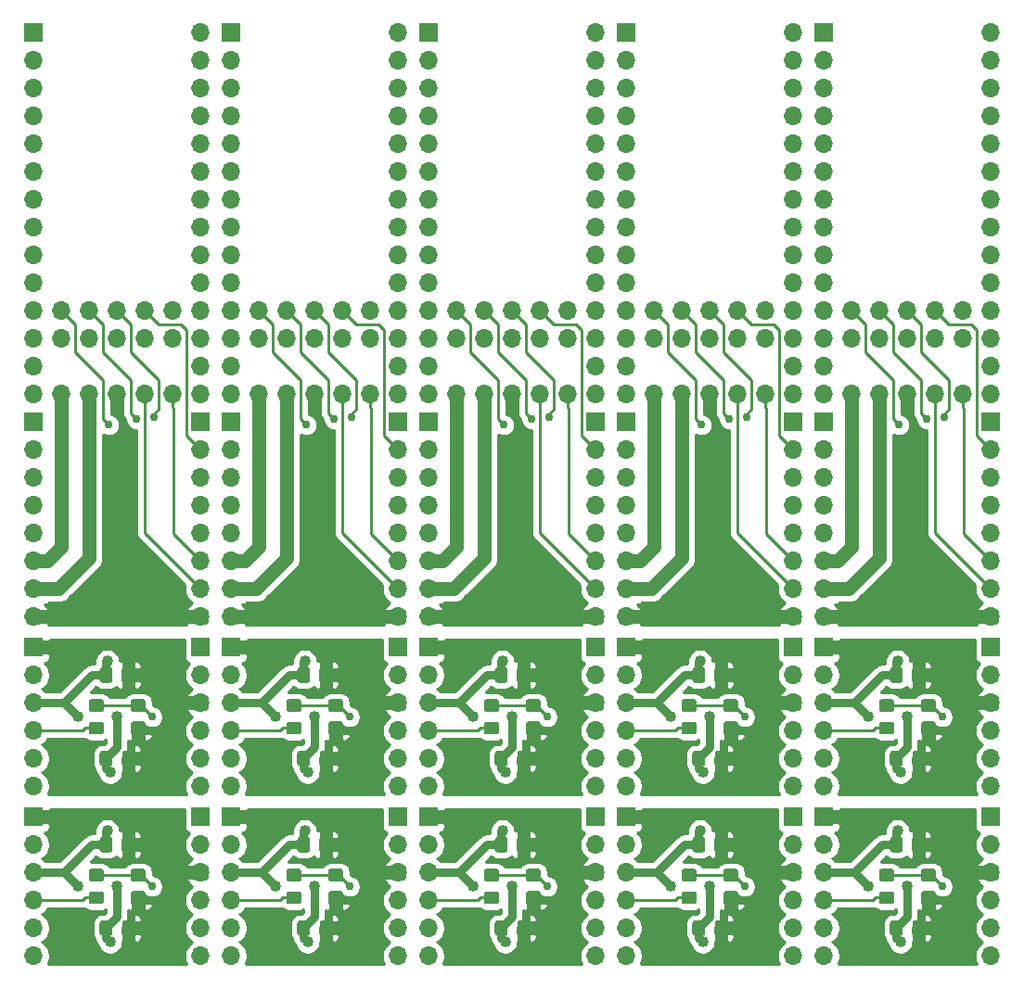
<source format=gbl>
G04 #@! TF.GenerationSoftware,KiCad,Pcbnew,(5.1.5)-3*
G04 #@! TF.CreationDate,2019-12-30T21:20:25-08:00*
G04 #@! TF.ProjectId,teensy40-bb-hc05-adapter,7465656e-7379-4343-902d-62622d686330,A*
G04 #@! TF.SameCoordinates,Original*
G04 #@! TF.FileFunction,Copper,L2,Bot*
G04 #@! TF.FilePolarity,Positive*
%FSLAX46Y46*%
G04 Gerber Fmt 4.6, Leading zero omitted, Abs format (unit mm)*
G04 Created by KiCad (PCBNEW (5.1.5)-3) date 2019-12-30 21:20:25*
%MOMM*%
%LPD*%
G04 APERTURE LIST*
%ADD10O,1.700000X1.700000*%
%ADD11R,1.700000X1.700000*%
%ADD12C,0.100000*%
%ADD13C,1.016000*%
%ADD14C,0.762000*%
%ADD15C,1.270000*%
%ADD16C,0.762000*%
%ADD17C,0.254000*%
%ADD18C,0.250000*%
G04 APERTURE END LIST*
D10*
X173736000Y-135128000D03*
X173736000Y-132588000D03*
X173736000Y-130048000D03*
X173736000Y-127508000D03*
X173736000Y-124968000D03*
D11*
X173736000Y-122428000D03*
D10*
X155702000Y-135128000D03*
X155702000Y-132588000D03*
X155702000Y-130048000D03*
X155702000Y-127508000D03*
X155702000Y-124968000D03*
D11*
X155702000Y-122428000D03*
D10*
X137668000Y-135128000D03*
X137668000Y-132588000D03*
X137668000Y-130048000D03*
X137668000Y-127508000D03*
X137668000Y-124968000D03*
D11*
X137668000Y-122428000D03*
D10*
X119634000Y-135128000D03*
X119634000Y-132588000D03*
X119634000Y-130048000D03*
X119634000Y-127508000D03*
X119634000Y-124968000D03*
D11*
X119634000Y-122428000D03*
D10*
X188976000Y-135128000D03*
X188976000Y-132588000D03*
X188976000Y-130048000D03*
X188976000Y-127508000D03*
X188976000Y-124968000D03*
D11*
X188976000Y-122428000D03*
D10*
X170942000Y-135128000D03*
X170942000Y-132588000D03*
X170942000Y-130048000D03*
X170942000Y-127508000D03*
X170942000Y-124968000D03*
D11*
X170942000Y-122428000D03*
D10*
X152908000Y-135128000D03*
X152908000Y-132588000D03*
X152908000Y-130048000D03*
X152908000Y-127508000D03*
X152908000Y-124968000D03*
D11*
X152908000Y-122428000D03*
D10*
X134874000Y-135128000D03*
X134874000Y-132588000D03*
X134874000Y-130048000D03*
X134874000Y-127508000D03*
X134874000Y-124968000D03*
D11*
X134874000Y-122428000D03*
G04 #@! TA.AperFunction,SMDPad,CuDef*
D12*
G36*
X182734005Y-124265704D02*
G01*
X182758273Y-124269304D01*
X182782072Y-124275265D01*
X182805171Y-124283530D01*
X182827350Y-124294020D01*
X182848393Y-124306632D01*
X182868099Y-124321247D01*
X182886277Y-124337723D01*
X182902753Y-124355901D01*
X182917368Y-124375607D01*
X182929980Y-124396650D01*
X182940470Y-124418829D01*
X182948735Y-124441928D01*
X182954696Y-124465727D01*
X182958296Y-124489995D01*
X182959500Y-124514499D01*
X182959500Y-125414501D01*
X182958296Y-125439005D01*
X182954696Y-125463273D01*
X182948735Y-125487072D01*
X182940470Y-125510171D01*
X182929980Y-125532350D01*
X182917368Y-125553393D01*
X182902753Y-125573099D01*
X182886277Y-125591277D01*
X182868099Y-125607753D01*
X182848393Y-125622368D01*
X182827350Y-125634980D01*
X182805171Y-125645470D01*
X182782072Y-125653735D01*
X182758273Y-125659696D01*
X182734005Y-125663296D01*
X182709501Y-125664500D01*
X182059499Y-125664500D01*
X182034995Y-125663296D01*
X182010727Y-125659696D01*
X181986928Y-125653735D01*
X181963829Y-125645470D01*
X181941650Y-125634980D01*
X181920607Y-125622368D01*
X181900901Y-125607753D01*
X181882723Y-125591277D01*
X181866247Y-125573099D01*
X181851632Y-125553393D01*
X181839020Y-125532350D01*
X181828530Y-125510171D01*
X181820265Y-125487072D01*
X181814304Y-125463273D01*
X181810704Y-125439005D01*
X181809500Y-125414501D01*
X181809500Y-124514499D01*
X181810704Y-124489995D01*
X181814304Y-124465727D01*
X181820265Y-124441928D01*
X181828530Y-124418829D01*
X181839020Y-124396650D01*
X181851632Y-124375607D01*
X181866247Y-124355901D01*
X181882723Y-124337723D01*
X181900901Y-124321247D01*
X181920607Y-124306632D01*
X181941650Y-124294020D01*
X181963829Y-124283530D01*
X181986928Y-124275265D01*
X182010727Y-124269304D01*
X182034995Y-124265704D01*
X182059499Y-124264500D01*
X182709501Y-124264500D01*
X182734005Y-124265704D01*
G37*
G04 #@! TD.AperFunction*
G04 #@! TA.AperFunction,SMDPad,CuDef*
G36*
X180684005Y-124265704D02*
G01*
X180708273Y-124269304D01*
X180732072Y-124275265D01*
X180755171Y-124283530D01*
X180777350Y-124294020D01*
X180798393Y-124306632D01*
X180818099Y-124321247D01*
X180836277Y-124337723D01*
X180852753Y-124355901D01*
X180867368Y-124375607D01*
X180879980Y-124396650D01*
X180890470Y-124418829D01*
X180898735Y-124441928D01*
X180904696Y-124465727D01*
X180908296Y-124489995D01*
X180909500Y-124514499D01*
X180909500Y-125414501D01*
X180908296Y-125439005D01*
X180904696Y-125463273D01*
X180898735Y-125487072D01*
X180890470Y-125510171D01*
X180879980Y-125532350D01*
X180867368Y-125553393D01*
X180852753Y-125573099D01*
X180836277Y-125591277D01*
X180818099Y-125607753D01*
X180798393Y-125622368D01*
X180777350Y-125634980D01*
X180755171Y-125645470D01*
X180732072Y-125653735D01*
X180708273Y-125659696D01*
X180684005Y-125663296D01*
X180659501Y-125664500D01*
X180009499Y-125664500D01*
X179984995Y-125663296D01*
X179960727Y-125659696D01*
X179936928Y-125653735D01*
X179913829Y-125645470D01*
X179891650Y-125634980D01*
X179870607Y-125622368D01*
X179850901Y-125607753D01*
X179832723Y-125591277D01*
X179816247Y-125573099D01*
X179801632Y-125553393D01*
X179789020Y-125532350D01*
X179778530Y-125510171D01*
X179770265Y-125487072D01*
X179764304Y-125463273D01*
X179760704Y-125439005D01*
X179759500Y-125414501D01*
X179759500Y-124514499D01*
X179760704Y-124489995D01*
X179764304Y-124465727D01*
X179770265Y-124441928D01*
X179778530Y-124418829D01*
X179789020Y-124396650D01*
X179801632Y-124375607D01*
X179816247Y-124355901D01*
X179832723Y-124337723D01*
X179850901Y-124321247D01*
X179870607Y-124306632D01*
X179891650Y-124294020D01*
X179913829Y-124283530D01*
X179936928Y-124275265D01*
X179960727Y-124269304D01*
X179984995Y-124265704D01*
X180009499Y-124264500D01*
X180659501Y-124264500D01*
X180684005Y-124265704D01*
G37*
G04 #@! TD.AperFunction*
G04 #@! TA.AperFunction,SMDPad,CuDef*
G36*
X164700005Y-124265704D02*
G01*
X164724273Y-124269304D01*
X164748072Y-124275265D01*
X164771171Y-124283530D01*
X164793350Y-124294020D01*
X164814393Y-124306632D01*
X164834099Y-124321247D01*
X164852277Y-124337723D01*
X164868753Y-124355901D01*
X164883368Y-124375607D01*
X164895980Y-124396650D01*
X164906470Y-124418829D01*
X164914735Y-124441928D01*
X164920696Y-124465727D01*
X164924296Y-124489995D01*
X164925500Y-124514499D01*
X164925500Y-125414501D01*
X164924296Y-125439005D01*
X164920696Y-125463273D01*
X164914735Y-125487072D01*
X164906470Y-125510171D01*
X164895980Y-125532350D01*
X164883368Y-125553393D01*
X164868753Y-125573099D01*
X164852277Y-125591277D01*
X164834099Y-125607753D01*
X164814393Y-125622368D01*
X164793350Y-125634980D01*
X164771171Y-125645470D01*
X164748072Y-125653735D01*
X164724273Y-125659696D01*
X164700005Y-125663296D01*
X164675501Y-125664500D01*
X164025499Y-125664500D01*
X164000995Y-125663296D01*
X163976727Y-125659696D01*
X163952928Y-125653735D01*
X163929829Y-125645470D01*
X163907650Y-125634980D01*
X163886607Y-125622368D01*
X163866901Y-125607753D01*
X163848723Y-125591277D01*
X163832247Y-125573099D01*
X163817632Y-125553393D01*
X163805020Y-125532350D01*
X163794530Y-125510171D01*
X163786265Y-125487072D01*
X163780304Y-125463273D01*
X163776704Y-125439005D01*
X163775500Y-125414501D01*
X163775500Y-124514499D01*
X163776704Y-124489995D01*
X163780304Y-124465727D01*
X163786265Y-124441928D01*
X163794530Y-124418829D01*
X163805020Y-124396650D01*
X163817632Y-124375607D01*
X163832247Y-124355901D01*
X163848723Y-124337723D01*
X163866901Y-124321247D01*
X163886607Y-124306632D01*
X163907650Y-124294020D01*
X163929829Y-124283530D01*
X163952928Y-124275265D01*
X163976727Y-124269304D01*
X164000995Y-124265704D01*
X164025499Y-124264500D01*
X164675501Y-124264500D01*
X164700005Y-124265704D01*
G37*
G04 #@! TD.AperFunction*
G04 #@! TA.AperFunction,SMDPad,CuDef*
G36*
X162650005Y-124265704D02*
G01*
X162674273Y-124269304D01*
X162698072Y-124275265D01*
X162721171Y-124283530D01*
X162743350Y-124294020D01*
X162764393Y-124306632D01*
X162784099Y-124321247D01*
X162802277Y-124337723D01*
X162818753Y-124355901D01*
X162833368Y-124375607D01*
X162845980Y-124396650D01*
X162856470Y-124418829D01*
X162864735Y-124441928D01*
X162870696Y-124465727D01*
X162874296Y-124489995D01*
X162875500Y-124514499D01*
X162875500Y-125414501D01*
X162874296Y-125439005D01*
X162870696Y-125463273D01*
X162864735Y-125487072D01*
X162856470Y-125510171D01*
X162845980Y-125532350D01*
X162833368Y-125553393D01*
X162818753Y-125573099D01*
X162802277Y-125591277D01*
X162784099Y-125607753D01*
X162764393Y-125622368D01*
X162743350Y-125634980D01*
X162721171Y-125645470D01*
X162698072Y-125653735D01*
X162674273Y-125659696D01*
X162650005Y-125663296D01*
X162625501Y-125664500D01*
X161975499Y-125664500D01*
X161950995Y-125663296D01*
X161926727Y-125659696D01*
X161902928Y-125653735D01*
X161879829Y-125645470D01*
X161857650Y-125634980D01*
X161836607Y-125622368D01*
X161816901Y-125607753D01*
X161798723Y-125591277D01*
X161782247Y-125573099D01*
X161767632Y-125553393D01*
X161755020Y-125532350D01*
X161744530Y-125510171D01*
X161736265Y-125487072D01*
X161730304Y-125463273D01*
X161726704Y-125439005D01*
X161725500Y-125414501D01*
X161725500Y-124514499D01*
X161726704Y-124489995D01*
X161730304Y-124465727D01*
X161736265Y-124441928D01*
X161744530Y-124418829D01*
X161755020Y-124396650D01*
X161767632Y-124375607D01*
X161782247Y-124355901D01*
X161798723Y-124337723D01*
X161816901Y-124321247D01*
X161836607Y-124306632D01*
X161857650Y-124294020D01*
X161879829Y-124283530D01*
X161902928Y-124275265D01*
X161926727Y-124269304D01*
X161950995Y-124265704D01*
X161975499Y-124264500D01*
X162625501Y-124264500D01*
X162650005Y-124265704D01*
G37*
G04 #@! TD.AperFunction*
G04 #@! TA.AperFunction,SMDPad,CuDef*
G36*
X146666005Y-124265704D02*
G01*
X146690273Y-124269304D01*
X146714072Y-124275265D01*
X146737171Y-124283530D01*
X146759350Y-124294020D01*
X146780393Y-124306632D01*
X146800099Y-124321247D01*
X146818277Y-124337723D01*
X146834753Y-124355901D01*
X146849368Y-124375607D01*
X146861980Y-124396650D01*
X146872470Y-124418829D01*
X146880735Y-124441928D01*
X146886696Y-124465727D01*
X146890296Y-124489995D01*
X146891500Y-124514499D01*
X146891500Y-125414501D01*
X146890296Y-125439005D01*
X146886696Y-125463273D01*
X146880735Y-125487072D01*
X146872470Y-125510171D01*
X146861980Y-125532350D01*
X146849368Y-125553393D01*
X146834753Y-125573099D01*
X146818277Y-125591277D01*
X146800099Y-125607753D01*
X146780393Y-125622368D01*
X146759350Y-125634980D01*
X146737171Y-125645470D01*
X146714072Y-125653735D01*
X146690273Y-125659696D01*
X146666005Y-125663296D01*
X146641501Y-125664500D01*
X145991499Y-125664500D01*
X145966995Y-125663296D01*
X145942727Y-125659696D01*
X145918928Y-125653735D01*
X145895829Y-125645470D01*
X145873650Y-125634980D01*
X145852607Y-125622368D01*
X145832901Y-125607753D01*
X145814723Y-125591277D01*
X145798247Y-125573099D01*
X145783632Y-125553393D01*
X145771020Y-125532350D01*
X145760530Y-125510171D01*
X145752265Y-125487072D01*
X145746304Y-125463273D01*
X145742704Y-125439005D01*
X145741500Y-125414501D01*
X145741500Y-124514499D01*
X145742704Y-124489995D01*
X145746304Y-124465727D01*
X145752265Y-124441928D01*
X145760530Y-124418829D01*
X145771020Y-124396650D01*
X145783632Y-124375607D01*
X145798247Y-124355901D01*
X145814723Y-124337723D01*
X145832901Y-124321247D01*
X145852607Y-124306632D01*
X145873650Y-124294020D01*
X145895829Y-124283530D01*
X145918928Y-124275265D01*
X145942727Y-124269304D01*
X145966995Y-124265704D01*
X145991499Y-124264500D01*
X146641501Y-124264500D01*
X146666005Y-124265704D01*
G37*
G04 #@! TD.AperFunction*
G04 #@! TA.AperFunction,SMDPad,CuDef*
G36*
X144616005Y-124265704D02*
G01*
X144640273Y-124269304D01*
X144664072Y-124275265D01*
X144687171Y-124283530D01*
X144709350Y-124294020D01*
X144730393Y-124306632D01*
X144750099Y-124321247D01*
X144768277Y-124337723D01*
X144784753Y-124355901D01*
X144799368Y-124375607D01*
X144811980Y-124396650D01*
X144822470Y-124418829D01*
X144830735Y-124441928D01*
X144836696Y-124465727D01*
X144840296Y-124489995D01*
X144841500Y-124514499D01*
X144841500Y-125414501D01*
X144840296Y-125439005D01*
X144836696Y-125463273D01*
X144830735Y-125487072D01*
X144822470Y-125510171D01*
X144811980Y-125532350D01*
X144799368Y-125553393D01*
X144784753Y-125573099D01*
X144768277Y-125591277D01*
X144750099Y-125607753D01*
X144730393Y-125622368D01*
X144709350Y-125634980D01*
X144687171Y-125645470D01*
X144664072Y-125653735D01*
X144640273Y-125659696D01*
X144616005Y-125663296D01*
X144591501Y-125664500D01*
X143941499Y-125664500D01*
X143916995Y-125663296D01*
X143892727Y-125659696D01*
X143868928Y-125653735D01*
X143845829Y-125645470D01*
X143823650Y-125634980D01*
X143802607Y-125622368D01*
X143782901Y-125607753D01*
X143764723Y-125591277D01*
X143748247Y-125573099D01*
X143733632Y-125553393D01*
X143721020Y-125532350D01*
X143710530Y-125510171D01*
X143702265Y-125487072D01*
X143696304Y-125463273D01*
X143692704Y-125439005D01*
X143691500Y-125414501D01*
X143691500Y-124514499D01*
X143692704Y-124489995D01*
X143696304Y-124465727D01*
X143702265Y-124441928D01*
X143710530Y-124418829D01*
X143721020Y-124396650D01*
X143733632Y-124375607D01*
X143748247Y-124355901D01*
X143764723Y-124337723D01*
X143782901Y-124321247D01*
X143802607Y-124306632D01*
X143823650Y-124294020D01*
X143845829Y-124283530D01*
X143868928Y-124275265D01*
X143892727Y-124269304D01*
X143916995Y-124265704D01*
X143941499Y-124264500D01*
X144591501Y-124264500D01*
X144616005Y-124265704D01*
G37*
G04 #@! TD.AperFunction*
G04 #@! TA.AperFunction,SMDPad,CuDef*
G36*
X128632005Y-124265704D02*
G01*
X128656273Y-124269304D01*
X128680072Y-124275265D01*
X128703171Y-124283530D01*
X128725350Y-124294020D01*
X128746393Y-124306632D01*
X128766099Y-124321247D01*
X128784277Y-124337723D01*
X128800753Y-124355901D01*
X128815368Y-124375607D01*
X128827980Y-124396650D01*
X128838470Y-124418829D01*
X128846735Y-124441928D01*
X128852696Y-124465727D01*
X128856296Y-124489995D01*
X128857500Y-124514499D01*
X128857500Y-125414501D01*
X128856296Y-125439005D01*
X128852696Y-125463273D01*
X128846735Y-125487072D01*
X128838470Y-125510171D01*
X128827980Y-125532350D01*
X128815368Y-125553393D01*
X128800753Y-125573099D01*
X128784277Y-125591277D01*
X128766099Y-125607753D01*
X128746393Y-125622368D01*
X128725350Y-125634980D01*
X128703171Y-125645470D01*
X128680072Y-125653735D01*
X128656273Y-125659696D01*
X128632005Y-125663296D01*
X128607501Y-125664500D01*
X127957499Y-125664500D01*
X127932995Y-125663296D01*
X127908727Y-125659696D01*
X127884928Y-125653735D01*
X127861829Y-125645470D01*
X127839650Y-125634980D01*
X127818607Y-125622368D01*
X127798901Y-125607753D01*
X127780723Y-125591277D01*
X127764247Y-125573099D01*
X127749632Y-125553393D01*
X127737020Y-125532350D01*
X127726530Y-125510171D01*
X127718265Y-125487072D01*
X127712304Y-125463273D01*
X127708704Y-125439005D01*
X127707500Y-125414501D01*
X127707500Y-124514499D01*
X127708704Y-124489995D01*
X127712304Y-124465727D01*
X127718265Y-124441928D01*
X127726530Y-124418829D01*
X127737020Y-124396650D01*
X127749632Y-124375607D01*
X127764247Y-124355901D01*
X127780723Y-124337723D01*
X127798901Y-124321247D01*
X127818607Y-124306632D01*
X127839650Y-124294020D01*
X127861829Y-124283530D01*
X127884928Y-124275265D01*
X127908727Y-124269304D01*
X127932995Y-124265704D01*
X127957499Y-124264500D01*
X128607501Y-124264500D01*
X128632005Y-124265704D01*
G37*
G04 #@! TD.AperFunction*
G04 #@! TA.AperFunction,SMDPad,CuDef*
G36*
X126582005Y-124265704D02*
G01*
X126606273Y-124269304D01*
X126630072Y-124275265D01*
X126653171Y-124283530D01*
X126675350Y-124294020D01*
X126696393Y-124306632D01*
X126716099Y-124321247D01*
X126734277Y-124337723D01*
X126750753Y-124355901D01*
X126765368Y-124375607D01*
X126777980Y-124396650D01*
X126788470Y-124418829D01*
X126796735Y-124441928D01*
X126802696Y-124465727D01*
X126806296Y-124489995D01*
X126807500Y-124514499D01*
X126807500Y-125414501D01*
X126806296Y-125439005D01*
X126802696Y-125463273D01*
X126796735Y-125487072D01*
X126788470Y-125510171D01*
X126777980Y-125532350D01*
X126765368Y-125553393D01*
X126750753Y-125573099D01*
X126734277Y-125591277D01*
X126716099Y-125607753D01*
X126696393Y-125622368D01*
X126675350Y-125634980D01*
X126653171Y-125645470D01*
X126630072Y-125653735D01*
X126606273Y-125659696D01*
X126582005Y-125663296D01*
X126557501Y-125664500D01*
X125907499Y-125664500D01*
X125882995Y-125663296D01*
X125858727Y-125659696D01*
X125834928Y-125653735D01*
X125811829Y-125645470D01*
X125789650Y-125634980D01*
X125768607Y-125622368D01*
X125748901Y-125607753D01*
X125730723Y-125591277D01*
X125714247Y-125573099D01*
X125699632Y-125553393D01*
X125687020Y-125532350D01*
X125676530Y-125510171D01*
X125668265Y-125487072D01*
X125662304Y-125463273D01*
X125658704Y-125439005D01*
X125657500Y-125414501D01*
X125657500Y-124514499D01*
X125658704Y-124489995D01*
X125662304Y-124465727D01*
X125668265Y-124441928D01*
X125676530Y-124418829D01*
X125687020Y-124396650D01*
X125699632Y-124375607D01*
X125714247Y-124355901D01*
X125730723Y-124337723D01*
X125748901Y-124321247D01*
X125768607Y-124306632D01*
X125789650Y-124294020D01*
X125811829Y-124283530D01*
X125834928Y-124275265D01*
X125858727Y-124269304D01*
X125882995Y-124265704D01*
X125907499Y-124264500D01*
X126557501Y-124264500D01*
X126582005Y-124265704D01*
G37*
G04 #@! TD.AperFunction*
G04 #@! TA.AperFunction,SMDPad,CuDef*
G36*
X179929005Y-127175704D02*
G01*
X179953273Y-127179304D01*
X179977072Y-127185265D01*
X180000171Y-127193530D01*
X180022350Y-127204020D01*
X180043393Y-127216632D01*
X180063099Y-127231247D01*
X180081277Y-127247723D01*
X180097753Y-127265901D01*
X180112368Y-127285607D01*
X180124980Y-127306650D01*
X180135470Y-127328829D01*
X180143735Y-127351928D01*
X180149696Y-127375727D01*
X180153296Y-127399995D01*
X180154500Y-127424499D01*
X180154500Y-128074501D01*
X180153296Y-128099005D01*
X180149696Y-128123273D01*
X180143735Y-128147072D01*
X180135470Y-128170171D01*
X180124980Y-128192350D01*
X180112368Y-128213393D01*
X180097753Y-128233099D01*
X180081277Y-128251277D01*
X180063099Y-128267753D01*
X180043393Y-128282368D01*
X180022350Y-128294980D01*
X180000171Y-128305470D01*
X179977072Y-128313735D01*
X179953273Y-128319696D01*
X179929005Y-128323296D01*
X179904501Y-128324500D01*
X179004499Y-128324500D01*
X178979995Y-128323296D01*
X178955727Y-128319696D01*
X178931928Y-128313735D01*
X178908829Y-128305470D01*
X178886650Y-128294980D01*
X178865607Y-128282368D01*
X178845901Y-128267753D01*
X178827723Y-128251277D01*
X178811247Y-128233099D01*
X178796632Y-128213393D01*
X178784020Y-128192350D01*
X178773530Y-128170171D01*
X178765265Y-128147072D01*
X178759304Y-128123273D01*
X178755704Y-128099005D01*
X178754500Y-128074501D01*
X178754500Y-127424499D01*
X178755704Y-127399995D01*
X178759304Y-127375727D01*
X178765265Y-127351928D01*
X178773530Y-127328829D01*
X178784020Y-127306650D01*
X178796632Y-127285607D01*
X178811247Y-127265901D01*
X178827723Y-127247723D01*
X178845901Y-127231247D01*
X178865607Y-127216632D01*
X178886650Y-127204020D01*
X178908829Y-127193530D01*
X178931928Y-127185265D01*
X178955727Y-127179304D01*
X178979995Y-127175704D01*
X179004499Y-127174500D01*
X179904501Y-127174500D01*
X179929005Y-127175704D01*
G37*
G04 #@! TD.AperFunction*
G04 #@! TA.AperFunction,SMDPad,CuDef*
G36*
X179929005Y-129225704D02*
G01*
X179953273Y-129229304D01*
X179977072Y-129235265D01*
X180000171Y-129243530D01*
X180022350Y-129254020D01*
X180043393Y-129266632D01*
X180063099Y-129281247D01*
X180081277Y-129297723D01*
X180097753Y-129315901D01*
X180112368Y-129335607D01*
X180124980Y-129356650D01*
X180135470Y-129378829D01*
X180143735Y-129401928D01*
X180149696Y-129425727D01*
X180153296Y-129449995D01*
X180154500Y-129474499D01*
X180154500Y-130124501D01*
X180153296Y-130149005D01*
X180149696Y-130173273D01*
X180143735Y-130197072D01*
X180135470Y-130220171D01*
X180124980Y-130242350D01*
X180112368Y-130263393D01*
X180097753Y-130283099D01*
X180081277Y-130301277D01*
X180063099Y-130317753D01*
X180043393Y-130332368D01*
X180022350Y-130344980D01*
X180000171Y-130355470D01*
X179977072Y-130363735D01*
X179953273Y-130369696D01*
X179929005Y-130373296D01*
X179904501Y-130374500D01*
X179004499Y-130374500D01*
X178979995Y-130373296D01*
X178955727Y-130369696D01*
X178931928Y-130363735D01*
X178908829Y-130355470D01*
X178886650Y-130344980D01*
X178865607Y-130332368D01*
X178845901Y-130317753D01*
X178827723Y-130301277D01*
X178811247Y-130283099D01*
X178796632Y-130263393D01*
X178784020Y-130242350D01*
X178773530Y-130220171D01*
X178765265Y-130197072D01*
X178759304Y-130173273D01*
X178755704Y-130149005D01*
X178754500Y-130124501D01*
X178754500Y-129474499D01*
X178755704Y-129449995D01*
X178759304Y-129425727D01*
X178765265Y-129401928D01*
X178773530Y-129378829D01*
X178784020Y-129356650D01*
X178796632Y-129335607D01*
X178811247Y-129315901D01*
X178827723Y-129297723D01*
X178845901Y-129281247D01*
X178865607Y-129266632D01*
X178886650Y-129254020D01*
X178908829Y-129243530D01*
X178931928Y-129235265D01*
X178955727Y-129229304D01*
X178979995Y-129225704D01*
X179004499Y-129224500D01*
X179904501Y-129224500D01*
X179929005Y-129225704D01*
G37*
G04 #@! TD.AperFunction*
G04 #@! TA.AperFunction,SMDPad,CuDef*
G36*
X161895005Y-127175704D02*
G01*
X161919273Y-127179304D01*
X161943072Y-127185265D01*
X161966171Y-127193530D01*
X161988350Y-127204020D01*
X162009393Y-127216632D01*
X162029099Y-127231247D01*
X162047277Y-127247723D01*
X162063753Y-127265901D01*
X162078368Y-127285607D01*
X162090980Y-127306650D01*
X162101470Y-127328829D01*
X162109735Y-127351928D01*
X162115696Y-127375727D01*
X162119296Y-127399995D01*
X162120500Y-127424499D01*
X162120500Y-128074501D01*
X162119296Y-128099005D01*
X162115696Y-128123273D01*
X162109735Y-128147072D01*
X162101470Y-128170171D01*
X162090980Y-128192350D01*
X162078368Y-128213393D01*
X162063753Y-128233099D01*
X162047277Y-128251277D01*
X162029099Y-128267753D01*
X162009393Y-128282368D01*
X161988350Y-128294980D01*
X161966171Y-128305470D01*
X161943072Y-128313735D01*
X161919273Y-128319696D01*
X161895005Y-128323296D01*
X161870501Y-128324500D01*
X160970499Y-128324500D01*
X160945995Y-128323296D01*
X160921727Y-128319696D01*
X160897928Y-128313735D01*
X160874829Y-128305470D01*
X160852650Y-128294980D01*
X160831607Y-128282368D01*
X160811901Y-128267753D01*
X160793723Y-128251277D01*
X160777247Y-128233099D01*
X160762632Y-128213393D01*
X160750020Y-128192350D01*
X160739530Y-128170171D01*
X160731265Y-128147072D01*
X160725304Y-128123273D01*
X160721704Y-128099005D01*
X160720500Y-128074501D01*
X160720500Y-127424499D01*
X160721704Y-127399995D01*
X160725304Y-127375727D01*
X160731265Y-127351928D01*
X160739530Y-127328829D01*
X160750020Y-127306650D01*
X160762632Y-127285607D01*
X160777247Y-127265901D01*
X160793723Y-127247723D01*
X160811901Y-127231247D01*
X160831607Y-127216632D01*
X160852650Y-127204020D01*
X160874829Y-127193530D01*
X160897928Y-127185265D01*
X160921727Y-127179304D01*
X160945995Y-127175704D01*
X160970499Y-127174500D01*
X161870501Y-127174500D01*
X161895005Y-127175704D01*
G37*
G04 #@! TD.AperFunction*
G04 #@! TA.AperFunction,SMDPad,CuDef*
G36*
X161895005Y-129225704D02*
G01*
X161919273Y-129229304D01*
X161943072Y-129235265D01*
X161966171Y-129243530D01*
X161988350Y-129254020D01*
X162009393Y-129266632D01*
X162029099Y-129281247D01*
X162047277Y-129297723D01*
X162063753Y-129315901D01*
X162078368Y-129335607D01*
X162090980Y-129356650D01*
X162101470Y-129378829D01*
X162109735Y-129401928D01*
X162115696Y-129425727D01*
X162119296Y-129449995D01*
X162120500Y-129474499D01*
X162120500Y-130124501D01*
X162119296Y-130149005D01*
X162115696Y-130173273D01*
X162109735Y-130197072D01*
X162101470Y-130220171D01*
X162090980Y-130242350D01*
X162078368Y-130263393D01*
X162063753Y-130283099D01*
X162047277Y-130301277D01*
X162029099Y-130317753D01*
X162009393Y-130332368D01*
X161988350Y-130344980D01*
X161966171Y-130355470D01*
X161943072Y-130363735D01*
X161919273Y-130369696D01*
X161895005Y-130373296D01*
X161870501Y-130374500D01*
X160970499Y-130374500D01*
X160945995Y-130373296D01*
X160921727Y-130369696D01*
X160897928Y-130363735D01*
X160874829Y-130355470D01*
X160852650Y-130344980D01*
X160831607Y-130332368D01*
X160811901Y-130317753D01*
X160793723Y-130301277D01*
X160777247Y-130283099D01*
X160762632Y-130263393D01*
X160750020Y-130242350D01*
X160739530Y-130220171D01*
X160731265Y-130197072D01*
X160725304Y-130173273D01*
X160721704Y-130149005D01*
X160720500Y-130124501D01*
X160720500Y-129474499D01*
X160721704Y-129449995D01*
X160725304Y-129425727D01*
X160731265Y-129401928D01*
X160739530Y-129378829D01*
X160750020Y-129356650D01*
X160762632Y-129335607D01*
X160777247Y-129315901D01*
X160793723Y-129297723D01*
X160811901Y-129281247D01*
X160831607Y-129266632D01*
X160852650Y-129254020D01*
X160874829Y-129243530D01*
X160897928Y-129235265D01*
X160921727Y-129229304D01*
X160945995Y-129225704D01*
X160970499Y-129224500D01*
X161870501Y-129224500D01*
X161895005Y-129225704D01*
G37*
G04 #@! TD.AperFunction*
G04 #@! TA.AperFunction,SMDPad,CuDef*
G36*
X143861005Y-127175704D02*
G01*
X143885273Y-127179304D01*
X143909072Y-127185265D01*
X143932171Y-127193530D01*
X143954350Y-127204020D01*
X143975393Y-127216632D01*
X143995099Y-127231247D01*
X144013277Y-127247723D01*
X144029753Y-127265901D01*
X144044368Y-127285607D01*
X144056980Y-127306650D01*
X144067470Y-127328829D01*
X144075735Y-127351928D01*
X144081696Y-127375727D01*
X144085296Y-127399995D01*
X144086500Y-127424499D01*
X144086500Y-128074501D01*
X144085296Y-128099005D01*
X144081696Y-128123273D01*
X144075735Y-128147072D01*
X144067470Y-128170171D01*
X144056980Y-128192350D01*
X144044368Y-128213393D01*
X144029753Y-128233099D01*
X144013277Y-128251277D01*
X143995099Y-128267753D01*
X143975393Y-128282368D01*
X143954350Y-128294980D01*
X143932171Y-128305470D01*
X143909072Y-128313735D01*
X143885273Y-128319696D01*
X143861005Y-128323296D01*
X143836501Y-128324500D01*
X142936499Y-128324500D01*
X142911995Y-128323296D01*
X142887727Y-128319696D01*
X142863928Y-128313735D01*
X142840829Y-128305470D01*
X142818650Y-128294980D01*
X142797607Y-128282368D01*
X142777901Y-128267753D01*
X142759723Y-128251277D01*
X142743247Y-128233099D01*
X142728632Y-128213393D01*
X142716020Y-128192350D01*
X142705530Y-128170171D01*
X142697265Y-128147072D01*
X142691304Y-128123273D01*
X142687704Y-128099005D01*
X142686500Y-128074501D01*
X142686500Y-127424499D01*
X142687704Y-127399995D01*
X142691304Y-127375727D01*
X142697265Y-127351928D01*
X142705530Y-127328829D01*
X142716020Y-127306650D01*
X142728632Y-127285607D01*
X142743247Y-127265901D01*
X142759723Y-127247723D01*
X142777901Y-127231247D01*
X142797607Y-127216632D01*
X142818650Y-127204020D01*
X142840829Y-127193530D01*
X142863928Y-127185265D01*
X142887727Y-127179304D01*
X142911995Y-127175704D01*
X142936499Y-127174500D01*
X143836501Y-127174500D01*
X143861005Y-127175704D01*
G37*
G04 #@! TD.AperFunction*
G04 #@! TA.AperFunction,SMDPad,CuDef*
G36*
X143861005Y-129225704D02*
G01*
X143885273Y-129229304D01*
X143909072Y-129235265D01*
X143932171Y-129243530D01*
X143954350Y-129254020D01*
X143975393Y-129266632D01*
X143995099Y-129281247D01*
X144013277Y-129297723D01*
X144029753Y-129315901D01*
X144044368Y-129335607D01*
X144056980Y-129356650D01*
X144067470Y-129378829D01*
X144075735Y-129401928D01*
X144081696Y-129425727D01*
X144085296Y-129449995D01*
X144086500Y-129474499D01*
X144086500Y-130124501D01*
X144085296Y-130149005D01*
X144081696Y-130173273D01*
X144075735Y-130197072D01*
X144067470Y-130220171D01*
X144056980Y-130242350D01*
X144044368Y-130263393D01*
X144029753Y-130283099D01*
X144013277Y-130301277D01*
X143995099Y-130317753D01*
X143975393Y-130332368D01*
X143954350Y-130344980D01*
X143932171Y-130355470D01*
X143909072Y-130363735D01*
X143885273Y-130369696D01*
X143861005Y-130373296D01*
X143836501Y-130374500D01*
X142936499Y-130374500D01*
X142911995Y-130373296D01*
X142887727Y-130369696D01*
X142863928Y-130363735D01*
X142840829Y-130355470D01*
X142818650Y-130344980D01*
X142797607Y-130332368D01*
X142777901Y-130317753D01*
X142759723Y-130301277D01*
X142743247Y-130283099D01*
X142728632Y-130263393D01*
X142716020Y-130242350D01*
X142705530Y-130220171D01*
X142697265Y-130197072D01*
X142691304Y-130173273D01*
X142687704Y-130149005D01*
X142686500Y-130124501D01*
X142686500Y-129474499D01*
X142687704Y-129449995D01*
X142691304Y-129425727D01*
X142697265Y-129401928D01*
X142705530Y-129378829D01*
X142716020Y-129356650D01*
X142728632Y-129335607D01*
X142743247Y-129315901D01*
X142759723Y-129297723D01*
X142777901Y-129281247D01*
X142797607Y-129266632D01*
X142818650Y-129254020D01*
X142840829Y-129243530D01*
X142863928Y-129235265D01*
X142887727Y-129229304D01*
X142911995Y-129225704D01*
X142936499Y-129224500D01*
X143836501Y-129224500D01*
X143861005Y-129225704D01*
G37*
G04 #@! TD.AperFunction*
G04 #@! TA.AperFunction,SMDPad,CuDef*
G36*
X125827005Y-127175704D02*
G01*
X125851273Y-127179304D01*
X125875072Y-127185265D01*
X125898171Y-127193530D01*
X125920350Y-127204020D01*
X125941393Y-127216632D01*
X125961099Y-127231247D01*
X125979277Y-127247723D01*
X125995753Y-127265901D01*
X126010368Y-127285607D01*
X126022980Y-127306650D01*
X126033470Y-127328829D01*
X126041735Y-127351928D01*
X126047696Y-127375727D01*
X126051296Y-127399995D01*
X126052500Y-127424499D01*
X126052500Y-128074501D01*
X126051296Y-128099005D01*
X126047696Y-128123273D01*
X126041735Y-128147072D01*
X126033470Y-128170171D01*
X126022980Y-128192350D01*
X126010368Y-128213393D01*
X125995753Y-128233099D01*
X125979277Y-128251277D01*
X125961099Y-128267753D01*
X125941393Y-128282368D01*
X125920350Y-128294980D01*
X125898171Y-128305470D01*
X125875072Y-128313735D01*
X125851273Y-128319696D01*
X125827005Y-128323296D01*
X125802501Y-128324500D01*
X124902499Y-128324500D01*
X124877995Y-128323296D01*
X124853727Y-128319696D01*
X124829928Y-128313735D01*
X124806829Y-128305470D01*
X124784650Y-128294980D01*
X124763607Y-128282368D01*
X124743901Y-128267753D01*
X124725723Y-128251277D01*
X124709247Y-128233099D01*
X124694632Y-128213393D01*
X124682020Y-128192350D01*
X124671530Y-128170171D01*
X124663265Y-128147072D01*
X124657304Y-128123273D01*
X124653704Y-128099005D01*
X124652500Y-128074501D01*
X124652500Y-127424499D01*
X124653704Y-127399995D01*
X124657304Y-127375727D01*
X124663265Y-127351928D01*
X124671530Y-127328829D01*
X124682020Y-127306650D01*
X124694632Y-127285607D01*
X124709247Y-127265901D01*
X124725723Y-127247723D01*
X124743901Y-127231247D01*
X124763607Y-127216632D01*
X124784650Y-127204020D01*
X124806829Y-127193530D01*
X124829928Y-127185265D01*
X124853727Y-127179304D01*
X124877995Y-127175704D01*
X124902499Y-127174500D01*
X125802501Y-127174500D01*
X125827005Y-127175704D01*
G37*
G04 #@! TD.AperFunction*
G04 #@! TA.AperFunction,SMDPad,CuDef*
G36*
X125827005Y-129225704D02*
G01*
X125851273Y-129229304D01*
X125875072Y-129235265D01*
X125898171Y-129243530D01*
X125920350Y-129254020D01*
X125941393Y-129266632D01*
X125961099Y-129281247D01*
X125979277Y-129297723D01*
X125995753Y-129315901D01*
X126010368Y-129335607D01*
X126022980Y-129356650D01*
X126033470Y-129378829D01*
X126041735Y-129401928D01*
X126047696Y-129425727D01*
X126051296Y-129449995D01*
X126052500Y-129474499D01*
X126052500Y-130124501D01*
X126051296Y-130149005D01*
X126047696Y-130173273D01*
X126041735Y-130197072D01*
X126033470Y-130220171D01*
X126022980Y-130242350D01*
X126010368Y-130263393D01*
X125995753Y-130283099D01*
X125979277Y-130301277D01*
X125961099Y-130317753D01*
X125941393Y-130332368D01*
X125920350Y-130344980D01*
X125898171Y-130355470D01*
X125875072Y-130363735D01*
X125851273Y-130369696D01*
X125827005Y-130373296D01*
X125802501Y-130374500D01*
X124902499Y-130374500D01*
X124877995Y-130373296D01*
X124853727Y-130369696D01*
X124829928Y-130363735D01*
X124806829Y-130355470D01*
X124784650Y-130344980D01*
X124763607Y-130332368D01*
X124743901Y-130317753D01*
X124725723Y-130301277D01*
X124709247Y-130283099D01*
X124694632Y-130263393D01*
X124682020Y-130242350D01*
X124671530Y-130220171D01*
X124663265Y-130197072D01*
X124657304Y-130173273D01*
X124653704Y-130149005D01*
X124652500Y-130124501D01*
X124652500Y-129474499D01*
X124653704Y-129449995D01*
X124657304Y-129425727D01*
X124663265Y-129401928D01*
X124671530Y-129378829D01*
X124682020Y-129356650D01*
X124694632Y-129335607D01*
X124709247Y-129315901D01*
X124725723Y-129297723D01*
X124743901Y-129281247D01*
X124763607Y-129266632D01*
X124784650Y-129254020D01*
X124806829Y-129243530D01*
X124829928Y-129235265D01*
X124853727Y-129229304D01*
X124877995Y-129225704D01*
X124902499Y-129224500D01*
X125802501Y-129224500D01*
X125827005Y-129225704D01*
G37*
G04 #@! TD.AperFunction*
G04 #@! TA.AperFunction,SMDPad,CuDef*
G36*
X182734005Y-131885704D02*
G01*
X182758273Y-131889304D01*
X182782072Y-131895265D01*
X182805171Y-131903530D01*
X182827350Y-131914020D01*
X182848393Y-131926632D01*
X182868099Y-131941247D01*
X182886277Y-131957723D01*
X182902753Y-131975901D01*
X182917368Y-131995607D01*
X182929980Y-132016650D01*
X182940470Y-132038829D01*
X182948735Y-132061928D01*
X182954696Y-132085727D01*
X182958296Y-132109995D01*
X182959500Y-132134499D01*
X182959500Y-133034501D01*
X182958296Y-133059005D01*
X182954696Y-133083273D01*
X182948735Y-133107072D01*
X182940470Y-133130171D01*
X182929980Y-133152350D01*
X182917368Y-133173393D01*
X182902753Y-133193099D01*
X182886277Y-133211277D01*
X182868099Y-133227753D01*
X182848393Y-133242368D01*
X182827350Y-133254980D01*
X182805171Y-133265470D01*
X182782072Y-133273735D01*
X182758273Y-133279696D01*
X182734005Y-133283296D01*
X182709501Y-133284500D01*
X182059499Y-133284500D01*
X182034995Y-133283296D01*
X182010727Y-133279696D01*
X181986928Y-133273735D01*
X181963829Y-133265470D01*
X181941650Y-133254980D01*
X181920607Y-133242368D01*
X181900901Y-133227753D01*
X181882723Y-133211277D01*
X181866247Y-133193099D01*
X181851632Y-133173393D01*
X181839020Y-133152350D01*
X181828530Y-133130171D01*
X181820265Y-133107072D01*
X181814304Y-133083273D01*
X181810704Y-133059005D01*
X181809500Y-133034501D01*
X181809500Y-132134499D01*
X181810704Y-132109995D01*
X181814304Y-132085727D01*
X181820265Y-132061928D01*
X181828530Y-132038829D01*
X181839020Y-132016650D01*
X181851632Y-131995607D01*
X181866247Y-131975901D01*
X181882723Y-131957723D01*
X181900901Y-131941247D01*
X181920607Y-131926632D01*
X181941650Y-131914020D01*
X181963829Y-131903530D01*
X181986928Y-131895265D01*
X182010727Y-131889304D01*
X182034995Y-131885704D01*
X182059499Y-131884500D01*
X182709501Y-131884500D01*
X182734005Y-131885704D01*
G37*
G04 #@! TD.AperFunction*
G04 #@! TA.AperFunction,SMDPad,CuDef*
G36*
X180684005Y-131885704D02*
G01*
X180708273Y-131889304D01*
X180732072Y-131895265D01*
X180755171Y-131903530D01*
X180777350Y-131914020D01*
X180798393Y-131926632D01*
X180818099Y-131941247D01*
X180836277Y-131957723D01*
X180852753Y-131975901D01*
X180867368Y-131995607D01*
X180879980Y-132016650D01*
X180890470Y-132038829D01*
X180898735Y-132061928D01*
X180904696Y-132085727D01*
X180908296Y-132109995D01*
X180909500Y-132134499D01*
X180909500Y-133034501D01*
X180908296Y-133059005D01*
X180904696Y-133083273D01*
X180898735Y-133107072D01*
X180890470Y-133130171D01*
X180879980Y-133152350D01*
X180867368Y-133173393D01*
X180852753Y-133193099D01*
X180836277Y-133211277D01*
X180818099Y-133227753D01*
X180798393Y-133242368D01*
X180777350Y-133254980D01*
X180755171Y-133265470D01*
X180732072Y-133273735D01*
X180708273Y-133279696D01*
X180684005Y-133283296D01*
X180659501Y-133284500D01*
X180009499Y-133284500D01*
X179984995Y-133283296D01*
X179960727Y-133279696D01*
X179936928Y-133273735D01*
X179913829Y-133265470D01*
X179891650Y-133254980D01*
X179870607Y-133242368D01*
X179850901Y-133227753D01*
X179832723Y-133211277D01*
X179816247Y-133193099D01*
X179801632Y-133173393D01*
X179789020Y-133152350D01*
X179778530Y-133130171D01*
X179770265Y-133107072D01*
X179764304Y-133083273D01*
X179760704Y-133059005D01*
X179759500Y-133034501D01*
X179759500Y-132134499D01*
X179760704Y-132109995D01*
X179764304Y-132085727D01*
X179770265Y-132061928D01*
X179778530Y-132038829D01*
X179789020Y-132016650D01*
X179801632Y-131995607D01*
X179816247Y-131975901D01*
X179832723Y-131957723D01*
X179850901Y-131941247D01*
X179870607Y-131926632D01*
X179891650Y-131914020D01*
X179913829Y-131903530D01*
X179936928Y-131895265D01*
X179960727Y-131889304D01*
X179984995Y-131885704D01*
X180009499Y-131884500D01*
X180659501Y-131884500D01*
X180684005Y-131885704D01*
G37*
G04 #@! TD.AperFunction*
G04 #@! TA.AperFunction,SMDPad,CuDef*
G36*
X164700005Y-131885704D02*
G01*
X164724273Y-131889304D01*
X164748072Y-131895265D01*
X164771171Y-131903530D01*
X164793350Y-131914020D01*
X164814393Y-131926632D01*
X164834099Y-131941247D01*
X164852277Y-131957723D01*
X164868753Y-131975901D01*
X164883368Y-131995607D01*
X164895980Y-132016650D01*
X164906470Y-132038829D01*
X164914735Y-132061928D01*
X164920696Y-132085727D01*
X164924296Y-132109995D01*
X164925500Y-132134499D01*
X164925500Y-133034501D01*
X164924296Y-133059005D01*
X164920696Y-133083273D01*
X164914735Y-133107072D01*
X164906470Y-133130171D01*
X164895980Y-133152350D01*
X164883368Y-133173393D01*
X164868753Y-133193099D01*
X164852277Y-133211277D01*
X164834099Y-133227753D01*
X164814393Y-133242368D01*
X164793350Y-133254980D01*
X164771171Y-133265470D01*
X164748072Y-133273735D01*
X164724273Y-133279696D01*
X164700005Y-133283296D01*
X164675501Y-133284500D01*
X164025499Y-133284500D01*
X164000995Y-133283296D01*
X163976727Y-133279696D01*
X163952928Y-133273735D01*
X163929829Y-133265470D01*
X163907650Y-133254980D01*
X163886607Y-133242368D01*
X163866901Y-133227753D01*
X163848723Y-133211277D01*
X163832247Y-133193099D01*
X163817632Y-133173393D01*
X163805020Y-133152350D01*
X163794530Y-133130171D01*
X163786265Y-133107072D01*
X163780304Y-133083273D01*
X163776704Y-133059005D01*
X163775500Y-133034501D01*
X163775500Y-132134499D01*
X163776704Y-132109995D01*
X163780304Y-132085727D01*
X163786265Y-132061928D01*
X163794530Y-132038829D01*
X163805020Y-132016650D01*
X163817632Y-131995607D01*
X163832247Y-131975901D01*
X163848723Y-131957723D01*
X163866901Y-131941247D01*
X163886607Y-131926632D01*
X163907650Y-131914020D01*
X163929829Y-131903530D01*
X163952928Y-131895265D01*
X163976727Y-131889304D01*
X164000995Y-131885704D01*
X164025499Y-131884500D01*
X164675501Y-131884500D01*
X164700005Y-131885704D01*
G37*
G04 #@! TD.AperFunction*
G04 #@! TA.AperFunction,SMDPad,CuDef*
G36*
X162650005Y-131885704D02*
G01*
X162674273Y-131889304D01*
X162698072Y-131895265D01*
X162721171Y-131903530D01*
X162743350Y-131914020D01*
X162764393Y-131926632D01*
X162784099Y-131941247D01*
X162802277Y-131957723D01*
X162818753Y-131975901D01*
X162833368Y-131995607D01*
X162845980Y-132016650D01*
X162856470Y-132038829D01*
X162864735Y-132061928D01*
X162870696Y-132085727D01*
X162874296Y-132109995D01*
X162875500Y-132134499D01*
X162875500Y-133034501D01*
X162874296Y-133059005D01*
X162870696Y-133083273D01*
X162864735Y-133107072D01*
X162856470Y-133130171D01*
X162845980Y-133152350D01*
X162833368Y-133173393D01*
X162818753Y-133193099D01*
X162802277Y-133211277D01*
X162784099Y-133227753D01*
X162764393Y-133242368D01*
X162743350Y-133254980D01*
X162721171Y-133265470D01*
X162698072Y-133273735D01*
X162674273Y-133279696D01*
X162650005Y-133283296D01*
X162625501Y-133284500D01*
X161975499Y-133284500D01*
X161950995Y-133283296D01*
X161926727Y-133279696D01*
X161902928Y-133273735D01*
X161879829Y-133265470D01*
X161857650Y-133254980D01*
X161836607Y-133242368D01*
X161816901Y-133227753D01*
X161798723Y-133211277D01*
X161782247Y-133193099D01*
X161767632Y-133173393D01*
X161755020Y-133152350D01*
X161744530Y-133130171D01*
X161736265Y-133107072D01*
X161730304Y-133083273D01*
X161726704Y-133059005D01*
X161725500Y-133034501D01*
X161725500Y-132134499D01*
X161726704Y-132109995D01*
X161730304Y-132085727D01*
X161736265Y-132061928D01*
X161744530Y-132038829D01*
X161755020Y-132016650D01*
X161767632Y-131995607D01*
X161782247Y-131975901D01*
X161798723Y-131957723D01*
X161816901Y-131941247D01*
X161836607Y-131926632D01*
X161857650Y-131914020D01*
X161879829Y-131903530D01*
X161902928Y-131895265D01*
X161926727Y-131889304D01*
X161950995Y-131885704D01*
X161975499Y-131884500D01*
X162625501Y-131884500D01*
X162650005Y-131885704D01*
G37*
G04 #@! TD.AperFunction*
G04 #@! TA.AperFunction,SMDPad,CuDef*
G36*
X146666005Y-131885704D02*
G01*
X146690273Y-131889304D01*
X146714072Y-131895265D01*
X146737171Y-131903530D01*
X146759350Y-131914020D01*
X146780393Y-131926632D01*
X146800099Y-131941247D01*
X146818277Y-131957723D01*
X146834753Y-131975901D01*
X146849368Y-131995607D01*
X146861980Y-132016650D01*
X146872470Y-132038829D01*
X146880735Y-132061928D01*
X146886696Y-132085727D01*
X146890296Y-132109995D01*
X146891500Y-132134499D01*
X146891500Y-133034501D01*
X146890296Y-133059005D01*
X146886696Y-133083273D01*
X146880735Y-133107072D01*
X146872470Y-133130171D01*
X146861980Y-133152350D01*
X146849368Y-133173393D01*
X146834753Y-133193099D01*
X146818277Y-133211277D01*
X146800099Y-133227753D01*
X146780393Y-133242368D01*
X146759350Y-133254980D01*
X146737171Y-133265470D01*
X146714072Y-133273735D01*
X146690273Y-133279696D01*
X146666005Y-133283296D01*
X146641501Y-133284500D01*
X145991499Y-133284500D01*
X145966995Y-133283296D01*
X145942727Y-133279696D01*
X145918928Y-133273735D01*
X145895829Y-133265470D01*
X145873650Y-133254980D01*
X145852607Y-133242368D01*
X145832901Y-133227753D01*
X145814723Y-133211277D01*
X145798247Y-133193099D01*
X145783632Y-133173393D01*
X145771020Y-133152350D01*
X145760530Y-133130171D01*
X145752265Y-133107072D01*
X145746304Y-133083273D01*
X145742704Y-133059005D01*
X145741500Y-133034501D01*
X145741500Y-132134499D01*
X145742704Y-132109995D01*
X145746304Y-132085727D01*
X145752265Y-132061928D01*
X145760530Y-132038829D01*
X145771020Y-132016650D01*
X145783632Y-131995607D01*
X145798247Y-131975901D01*
X145814723Y-131957723D01*
X145832901Y-131941247D01*
X145852607Y-131926632D01*
X145873650Y-131914020D01*
X145895829Y-131903530D01*
X145918928Y-131895265D01*
X145942727Y-131889304D01*
X145966995Y-131885704D01*
X145991499Y-131884500D01*
X146641501Y-131884500D01*
X146666005Y-131885704D01*
G37*
G04 #@! TD.AperFunction*
G04 #@! TA.AperFunction,SMDPad,CuDef*
G36*
X144616005Y-131885704D02*
G01*
X144640273Y-131889304D01*
X144664072Y-131895265D01*
X144687171Y-131903530D01*
X144709350Y-131914020D01*
X144730393Y-131926632D01*
X144750099Y-131941247D01*
X144768277Y-131957723D01*
X144784753Y-131975901D01*
X144799368Y-131995607D01*
X144811980Y-132016650D01*
X144822470Y-132038829D01*
X144830735Y-132061928D01*
X144836696Y-132085727D01*
X144840296Y-132109995D01*
X144841500Y-132134499D01*
X144841500Y-133034501D01*
X144840296Y-133059005D01*
X144836696Y-133083273D01*
X144830735Y-133107072D01*
X144822470Y-133130171D01*
X144811980Y-133152350D01*
X144799368Y-133173393D01*
X144784753Y-133193099D01*
X144768277Y-133211277D01*
X144750099Y-133227753D01*
X144730393Y-133242368D01*
X144709350Y-133254980D01*
X144687171Y-133265470D01*
X144664072Y-133273735D01*
X144640273Y-133279696D01*
X144616005Y-133283296D01*
X144591501Y-133284500D01*
X143941499Y-133284500D01*
X143916995Y-133283296D01*
X143892727Y-133279696D01*
X143868928Y-133273735D01*
X143845829Y-133265470D01*
X143823650Y-133254980D01*
X143802607Y-133242368D01*
X143782901Y-133227753D01*
X143764723Y-133211277D01*
X143748247Y-133193099D01*
X143733632Y-133173393D01*
X143721020Y-133152350D01*
X143710530Y-133130171D01*
X143702265Y-133107072D01*
X143696304Y-133083273D01*
X143692704Y-133059005D01*
X143691500Y-133034501D01*
X143691500Y-132134499D01*
X143692704Y-132109995D01*
X143696304Y-132085727D01*
X143702265Y-132061928D01*
X143710530Y-132038829D01*
X143721020Y-132016650D01*
X143733632Y-131995607D01*
X143748247Y-131975901D01*
X143764723Y-131957723D01*
X143782901Y-131941247D01*
X143802607Y-131926632D01*
X143823650Y-131914020D01*
X143845829Y-131903530D01*
X143868928Y-131895265D01*
X143892727Y-131889304D01*
X143916995Y-131885704D01*
X143941499Y-131884500D01*
X144591501Y-131884500D01*
X144616005Y-131885704D01*
G37*
G04 #@! TD.AperFunction*
G04 #@! TA.AperFunction,SMDPad,CuDef*
G36*
X128632005Y-131885704D02*
G01*
X128656273Y-131889304D01*
X128680072Y-131895265D01*
X128703171Y-131903530D01*
X128725350Y-131914020D01*
X128746393Y-131926632D01*
X128766099Y-131941247D01*
X128784277Y-131957723D01*
X128800753Y-131975901D01*
X128815368Y-131995607D01*
X128827980Y-132016650D01*
X128838470Y-132038829D01*
X128846735Y-132061928D01*
X128852696Y-132085727D01*
X128856296Y-132109995D01*
X128857500Y-132134499D01*
X128857500Y-133034501D01*
X128856296Y-133059005D01*
X128852696Y-133083273D01*
X128846735Y-133107072D01*
X128838470Y-133130171D01*
X128827980Y-133152350D01*
X128815368Y-133173393D01*
X128800753Y-133193099D01*
X128784277Y-133211277D01*
X128766099Y-133227753D01*
X128746393Y-133242368D01*
X128725350Y-133254980D01*
X128703171Y-133265470D01*
X128680072Y-133273735D01*
X128656273Y-133279696D01*
X128632005Y-133283296D01*
X128607501Y-133284500D01*
X127957499Y-133284500D01*
X127932995Y-133283296D01*
X127908727Y-133279696D01*
X127884928Y-133273735D01*
X127861829Y-133265470D01*
X127839650Y-133254980D01*
X127818607Y-133242368D01*
X127798901Y-133227753D01*
X127780723Y-133211277D01*
X127764247Y-133193099D01*
X127749632Y-133173393D01*
X127737020Y-133152350D01*
X127726530Y-133130171D01*
X127718265Y-133107072D01*
X127712304Y-133083273D01*
X127708704Y-133059005D01*
X127707500Y-133034501D01*
X127707500Y-132134499D01*
X127708704Y-132109995D01*
X127712304Y-132085727D01*
X127718265Y-132061928D01*
X127726530Y-132038829D01*
X127737020Y-132016650D01*
X127749632Y-131995607D01*
X127764247Y-131975901D01*
X127780723Y-131957723D01*
X127798901Y-131941247D01*
X127818607Y-131926632D01*
X127839650Y-131914020D01*
X127861829Y-131903530D01*
X127884928Y-131895265D01*
X127908727Y-131889304D01*
X127932995Y-131885704D01*
X127957499Y-131884500D01*
X128607501Y-131884500D01*
X128632005Y-131885704D01*
G37*
G04 #@! TD.AperFunction*
G04 #@! TA.AperFunction,SMDPad,CuDef*
G36*
X126582005Y-131885704D02*
G01*
X126606273Y-131889304D01*
X126630072Y-131895265D01*
X126653171Y-131903530D01*
X126675350Y-131914020D01*
X126696393Y-131926632D01*
X126716099Y-131941247D01*
X126734277Y-131957723D01*
X126750753Y-131975901D01*
X126765368Y-131995607D01*
X126777980Y-132016650D01*
X126788470Y-132038829D01*
X126796735Y-132061928D01*
X126802696Y-132085727D01*
X126806296Y-132109995D01*
X126807500Y-132134499D01*
X126807500Y-133034501D01*
X126806296Y-133059005D01*
X126802696Y-133083273D01*
X126796735Y-133107072D01*
X126788470Y-133130171D01*
X126777980Y-133152350D01*
X126765368Y-133173393D01*
X126750753Y-133193099D01*
X126734277Y-133211277D01*
X126716099Y-133227753D01*
X126696393Y-133242368D01*
X126675350Y-133254980D01*
X126653171Y-133265470D01*
X126630072Y-133273735D01*
X126606273Y-133279696D01*
X126582005Y-133283296D01*
X126557501Y-133284500D01*
X125907499Y-133284500D01*
X125882995Y-133283296D01*
X125858727Y-133279696D01*
X125834928Y-133273735D01*
X125811829Y-133265470D01*
X125789650Y-133254980D01*
X125768607Y-133242368D01*
X125748901Y-133227753D01*
X125730723Y-133211277D01*
X125714247Y-133193099D01*
X125699632Y-133173393D01*
X125687020Y-133152350D01*
X125676530Y-133130171D01*
X125668265Y-133107072D01*
X125662304Y-133083273D01*
X125658704Y-133059005D01*
X125657500Y-133034501D01*
X125657500Y-132134499D01*
X125658704Y-132109995D01*
X125662304Y-132085727D01*
X125668265Y-132061928D01*
X125676530Y-132038829D01*
X125687020Y-132016650D01*
X125699632Y-131995607D01*
X125714247Y-131975901D01*
X125730723Y-131957723D01*
X125748901Y-131941247D01*
X125768607Y-131926632D01*
X125789650Y-131914020D01*
X125811829Y-131903530D01*
X125834928Y-131895265D01*
X125858727Y-131889304D01*
X125882995Y-131885704D01*
X125907499Y-131884500D01*
X126557501Y-131884500D01*
X126582005Y-131885704D01*
G37*
G04 #@! TD.AperFunction*
G04 #@! TA.AperFunction,SMDPad,CuDef*
G36*
X183739005Y-129225704D02*
G01*
X183763273Y-129229304D01*
X183787072Y-129235265D01*
X183810171Y-129243530D01*
X183832350Y-129254020D01*
X183853393Y-129266632D01*
X183873099Y-129281247D01*
X183891277Y-129297723D01*
X183907753Y-129315901D01*
X183922368Y-129335607D01*
X183934980Y-129356650D01*
X183945470Y-129378829D01*
X183953735Y-129401928D01*
X183959696Y-129425727D01*
X183963296Y-129449995D01*
X183964500Y-129474499D01*
X183964500Y-130124501D01*
X183963296Y-130149005D01*
X183959696Y-130173273D01*
X183953735Y-130197072D01*
X183945470Y-130220171D01*
X183934980Y-130242350D01*
X183922368Y-130263393D01*
X183907753Y-130283099D01*
X183891277Y-130301277D01*
X183873099Y-130317753D01*
X183853393Y-130332368D01*
X183832350Y-130344980D01*
X183810171Y-130355470D01*
X183787072Y-130363735D01*
X183763273Y-130369696D01*
X183739005Y-130373296D01*
X183714501Y-130374500D01*
X182814499Y-130374500D01*
X182789995Y-130373296D01*
X182765727Y-130369696D01*
X182741928Y-130363735D01*
X182718829Y-130355470D01*
X182696650Y-130344980D01*
X182675607Y-130332368D01*
X182655901Y-130317753D01*
X182637723Y-130301277D01*
X182621247Y-130283099D01*
X182606632Y-130263393D01*
X182594020Y-130242350D01*
X182583530Y-130220171D01*
X182575265Y-130197072D01*
X182569304Y-130173273D01*
X182565704Y-130149005D01*
X182564500Y-130124501D01*
X182564500Y-129474499D01*
X182565704Y-129449995D01*
X182569304Y-129425727D01*
X182575265Y-129401928D01*
X182583530Y-129378829D01*
X182594020Y-129356650D01*
X182606632Y-129335607D01*
X182621247Y-129315901D01*
X182637723Y-129297723D01*
X182655901Y-129281247D01*
X182675607Y-129266632D01*
X182696650Y-129254020D01*
X182718829Y-129243530D01*
X182741928Y-129235265D01*
X182765727Y-129229304D01*
X182789995Y-129225704D01*
X182814499Y-129224500D01*
X183714501Y-129224500D01*
X183739005Y-129225704D01*
G37*
G04 #@! TD.AperFunction*
G04 #@! TA.AperFunction,SMDPad,CuDef*
G36*
X183739005Y-127175704D02*
G01*
X183763273Y-127179304D01*
X183787072Y-127185265D01*
X183810171Y-127193530D01*
X183832350Y-127204020D01*
X183853393Y-127216632D01*
X183873099Y-127231247D01*
X183891277Y-127247723D01*
X183907753Y-127265901D01*
X183922368Y-127285607D01*
X183934980Y-127306650D01*
X183945470Y-127328829D01*
X183953735Y-127351928D01*
X183959696Y-127375727D01*
X183963296Y-127399995D01*
X183964500Y-127424499D01*
X183964500Y-128074501D01*
X183963296Y-128099005D01*
X183959696Y-128123273D01*
X183953735Y-128147072D01*
X183945470Y-128170171D01*
X183934980Y-128192350D01*
X183922368Y-128213393D01*
X183907753Y-128233099D01*
X183891277Y-128251277D01*
X183873099Y-128267753D01*
X183853393Y-128282368D01*
X183832350Y-128294980D01*
X183810171Y-128305470D01*
X183787072Y-128313735D01*
X183763273Y-128319696D01*
X183739005Y-128323296D01*
X183714501Y-128324500D01*
X182814499Y-128324500D01*
X182789995Y-128323296D01*
X182765727Y-128319696D01*
X182741928Y-128313735D01*
X182718829Y-128305470D01*
X182696650Y-128294980D01*
X182675607Y-128282368D01*
X182655901Y-128267753D01*
X182637723Y-128251277D01*
X182621247Y-128233099D01*
X182606632Y-128213393D01*
X182594020Y-128192350D01*
X182583530Y-128170171D01*
X182575265Y-128147072D01*
X182569304Y-128123273D01*
X182565704Y-128099005D01*
X182564500Y-128074501D01*
X182564500Y-127424499D01*
X182565704Y-127399995D01*
X182569304Y-127375727D01*
X182575265Y-127351928D01*
X182583530Y-127328829D01*
X182594020Y-127306650D01*
X182606632Y-127285607D01*
X182621247Y-127265901D01*
X182637723Y-127247723D01*
X182655901Y-127231247D01*
X182675607Y-127216632D01*
X182696650Y-127204020D01*
X182718829Y-127193530D01*
X182741928Y-127185265D01*
X182765727Y-127179304D01*
X182789995Y-127175704D01*
X182814499Y-127174500D01*
X183714501Y-127174500D01*
X183739005Y-127175704D01*
G37*
G04 #@! TD.AperFunction*
G04 #@! TA.AperFunction,SMDPad,CuDef*
G36*
X165705005Y-129225704D02*
G01*
X165729273Y-129229304D01*
X165753072Y-129235265D01*
X165776171Y-129243530D01*
X165798350Y-129254020D01*
X165819393Y-129266632D01*
X165839099Y-129281247D01*
X165857277Y-129297723D01*
X165873753Y-129315901D01*
X165888368Y-129335607D01*
X165900980Y-129356650D01*
X165911470Y-129378829D01*
X165919735Y-129401928D01*
X165925696Y-129425727D01*
X165929296Y-129449995D01*
X165930500Y-129474499D01*
X165930500Y-130124501D01*
X165929296Y-130149005D01*
X165925696Y-130173273D01*
X165919735Y-130197072D01*
X165911470Y-130220171D01*
X165900980Y-130242350D01*
X165888368Y-130263393D01*
X165873753Y-130283099D01*
X165857277Y-130301277D01*
X165839099Y-130317753D01*
X165819393Y-130332368D01*
X165798350Y-130344980D01*
X165776171Y-130355470D01*
X165753072Y-130363735D01*
X165729273Y-130369696D01*
X165705005Y-130373296D01*
X165680501Y-130374500D01*
X164780499Y-130374500D01*
X164755995Y-130373296D01*
X164731727Y-130369696D01*
X164707928Y-130363735D01*
X164684829Y-130355470D01*
X164662650Y-130344980D01*
X164641607Y-130332368D01*
X164621901Y-130317753D01*
X164603723Y-130301277D01*
X164587247Y-130283099D01*
X164572632Y-130263393D01*
X164560020Y-130242350D01*
X164549530Y-130220171D01*
X164541265Y-130197072D01*
X164535304Y-130173273D01*
X164531704Y-130149005D01*
X164530500Y-130124501D01*
X164530500Y-129474499D01*
X164531704Y-129449995D01*
X164535304Y-129425727D01*
X164541265Y-129401928D01*
X164549530Y-129378829D01*
X164560020Y-129356650D01*
X164572632Y-129335607D01*
X164587247Y-129315901D01*
X164603723Y-129297723D01*
X164621901Y-129281247D01*
X164641607Y-129266632D01*
X164662650Y-129254020D01*
X164684829Y-129243530D01*
X164707928Y-129235265D01*
X164731727Y-129229304D01*
X164755995Y-129225704D01*
X164780499Y-129224500D01*
X165680501Y-129224500D01*
X165705005Y-129225704D01*
G37*
G04 #@! TD.AperFunction*
G04 #@! TA.AperFunction,SMDPad,CuDef*
G36*
X165705005Y-127175704D02*
G01*
X165729273Y-127179304D01*
X165753072Y-127185265D01*
X165776171Y-127193530D01*
X165798350Y-127204020D01*
X165819393Y-127216632D01*
X165839099Y-127231247D01*
X165857277Y-127247723D01*
X165873753Y-127265901D01*
X165888368Y-127285607D01*
X165900980Y-127306650D01*
X165911470Y-127328829D01*
X165919735Y-127351928D01*
X165925696Y-127375727D01*
X165929296Y-127399995D01*
X165930500Y-127424499D01*
X165930500Y-128074501D01*
X165929296Y-128099005D01*
X165925696Y-128123273D01*
X165919735Y-128147072D01*
X165911470Y-128170171D01*
X165900980Y-128192350D01*
X165888368Y-128213393D01*
X165873753Y-128233099D01*
X165857277Y-128251277D01*
X165839099Y-128267753D01*
X165819393Y-128282368D01*
X165798350Y-128294980D01*
X165776171Y-128305470D01*
X165753072Y-128313735D01*
X165729273Y-128319696D01*
X165705005Y-128323296D01*
X165680501Y-128324500D01*
X164780499Y-128324500D01*
X164755995Y-128323296D01*
X164731727Y-128319696D01*
X164707928Y-128313735D01*
X164684829Y-128305470D01*
X164662650Y-128294980D01*
X164641607Y-128282368D01*
X164621901Y-128267753D01*
X164603723Y-128251277D01*
X164587247Y-128233099D01*
X164572632Y-128213393D01*
X164560020Y-128192350D01*
X164549530Y-128170171D01*
X164541265Y-128147072D01*
X164535304Y-128123273D01*
X164531704Y-128099005D01*
X164530500Y-128074501D01*
X164530500Y-127424499D01*
X164531704Y-127399995D01*
X164535304Y-127375727D01*
X164541265Y-127351928D01*
X164549530Y-127328829D01*
X164560020Y-127306650D01*
X164572632Y-127285607D01*
X164587247Y-127265901D01*
X164603723Y-127247723D01*
X164621901Y-127231247D01*
X164641607Y-127216632D01*
X164662650Y-127204020D01*
X164684829Y-127193530D01*
X164707928Y-127185265D01*
X164731727Y-127179304D01*
X164755995Y-127175704D01*
X164780499Y-127174500D01*
X165680501Y-127174500D01*
X165705005Y-127175704D01*
G37*
G04 #@! TD.AperFunction*
G04 #@! TA.AperFunction,SMDPad,CuDef*
G36*
X147671005Y-129225704D02*
G01*
X147695273Y-129229304D01*
X147719072Y-129235265D01*
X147742171Y-129243530D01*
X147764350Y-129254020D01*
X147785393Y-129266632D01*
X147805099Y-129281247D01*
X147823277Y-129297723D01*
X147839753Y-129315901D01*
X147854368Y-129335607D01*
X147866980Y-129356650D01*
X147877470Y-129378829D01*
X147885735Y-129401928D01*
X147891696Y-129425727D01*
X147895296Y-129449995D01*
X147896500Y-129474499D01*
X147896500Y-130124501D01*
X147895296Y-130149005D01*
X147891696Y-130173273D01*
X147885735Y-130197072D01*
X147877470Y-130220171D01*
X147866980Y-130242350D01*
X147854368Y-130263393D01*
X147839753Y-130283099D01*
X147823277Y-130301277D01*
X147805099Y-130317753D01*
X147785393Y-130332368D01*
X147764350Y-130344980D01*
X147742171Y-130355470D01*
X147719072Y-130363735D01*
X147695273Y-130369696D01*
X147671005Y-130373296D01*
X147646501Y-130374500D01*
X146746499Y-130374500D01*
X146721995Y-130373296D01*
X146697727Y-130369696D01*
X146673928Y-130363735D01*
X146650829Y-130355470D01*
X146628650Y-130344980D01*
X146607607Y-130332368D01*
X146587901Y-130317753D01*
X146569723Y-130301277D01*
X146553247Y-130283099D01*
X146538632Y-130263393D01*
X146526020Y-130242350D01*
X146515530Y-130220171D01*
X146507265Y-130197072D01*
X146501304Y-130173273D01*
X146497704Y-130149005D01*
X146496500Y-130124501D01*
X146496500Y-129474499D01*
X146497704Y-129449995D01*
X146501304Y-129425727D01*
X146507265Y-129401928D01*
X146515530Y-129378829D01*
X146526020Y-129356650D01*
X146538632Y-129335607D01*
X146553247Y-129315901D01*
X146569723Y-129297723D01*
X146587901Y-129281247D01*
X146607607Y-129266632D01*
X146628650Y-129254020D01*
X146650829Y-129243530D01*
X146673928Y-129235265D01*
X146697727Y-129229304D01*
X146721995Y-129225704D01*
X146746499Y-129224500D01*
X147646501Y-129224500D01*
X147671005Y-129225704D01*
G37*
G04 #@! TD.AperFunction*
G04 #@! TA.AperFunction,SMDPad,CuDef*
G36*
X147671005Y-127175704D02*
G01*
X147695273Y-127179304D01*
X147719072Y-127185265D01*
X147742171Y-127193530D01*
X147764350Y-127204020D01*
X147785393Y-127216632D01*
X147805099Y-127231247D01*
X147823277Y-127247723D01*
X147839753Y-127265901D01*
X147854368Y-127285607D01*
X147866980Y-127306650D01*
X147877470Y-127328829D01*
X147885735Y-127351928D01*
X147891696Y-127375727D01*
X147895296Y-127399995D01*
X147896500Y-127424499D01*
X147896500Y-128074501D01*
X147895296Y-128099005D01*
X147891696Y-128123273D01*
X147885735Y-128147072D01*
X147877470Y-128170171D01*
X147866980Y-128192350D01*
X147854368Y-128213393D01*
X147839753Y-128233099D01*
X147823277Y-128251277D01*
X147805099Y-128267753D01*
X147785393Y-128282368D01*
X147764350Y-128294980D01*
X147742171Y-128305470D01*
X147719072Y-128313735D01*
X147695273Y-128319696D01*
X147671005Y-128323296D01*
X147646501Y-128324500D01*
X146746499Y-128324500D01*
X146721995Y-128323296D01*
X146697727Y-128319696D01*
X146673928Y-128313735D01*
X146650829Y-128305470D01*
X146628650Y-128294980D01*
X146607607Y-128282368D01*
X146587901Y-128267753D01*
X146569723Y-128251277D01*
X146553247Y-128233099D01*
X146538632Y-128213393D01*
X146526020Y-128192350D01*
X146515530Y-128170171D01*
X146507265Y-128147072D01*
X146501304Y-128123273D01*
X146497704Y-128099005D01*
X146496500Y-128074501D01*
X146496500Y-127424499D01*
X146497704Y-127399995D01*
X146501304Y-127375727D01*
X146507265Y-127351928D01*
X146515530Y-127328829D01*
X146526020Y-127306650D01*
X146538632Y-127285607D01*
X146553247Y-127265901D01*
X146569723Y-127247723D01*
X146587901Y-127231247D01*
X146607607Y-127216632D01*
X146628650Y-127204020D01*
X146650829Y-127193530D01*
X146673928Y-127185265D01*
X146697727Y-127179304D01*
X146721995Y-127175704D01*
X146746499Y-127174500D01*
X147646501Y-127174500D01*
X147671005Y-127175704D01*
G37*
G04 #@! TD.AperFunction*
G04 #@! TA.AperFunction,SMDPad,CuDef*
G36*
X129637005Y-129225704D02*
G01*
X129661273Y-129229304D01*
X129685072Y-129235265D01*
X129708171Y-129243530D01*
X129730350Y-129254020D01*
X129751393Y-129266632D01*
X129771099Y-129281247D01*
X129789277Y-129297723D01*
X129805753Y-129315901D01*
X129820368Y-129335607D01*
X129832980Y-129356650D01*
X129843470Y-129378829D01*
X129851735Y-129401928D01*
X129857696Y-129425727D01*
X129861296Y-129449995D01*
X129862500Y-129474499D01*
X129862500Y-130124501D01*
X129861296Y-130149005D01*
X129857696Y-130173273D01*
X129851735Y-130197072D01*
X129843470Y-130220171D01*
X129832980Y-130242350D01*
X129820368Y-130263393D01*
X129805753Y-130283099D01*
X129789277Y-130301277D01*
X129771099Y-130317753D01*
X129751393Y-130332368D01*
X129730350Y-130344980D01*
X129708171Y-130355470D01*
X129685072Y-130363735D01*
X129661273Y-130369696D01*
X129637005Y-130373296D01*
X129612501Y-130374500D01*
X128712499Y-130374500D01*
X128687995Y-130373296D01*
X128663727Y-130369696D01*
X128639928Y-130363735D01*
X128616829Y-130355470D01*
X128594650Y-130344980D01*
X128573607Y-130332368D01*
X128553901Y-130317753D01*
X128535723Y-130301277D01*
X128519247Y-130283099D01*
X128504632Y-130263393D01*
X128492020Y-130242350D01*
X128481530Y-130220171D01*
X128473265Y-130197072D01*
X128467304Y-130173273D01*
X128463704Y-130149005D01*
X128462500Y-130124501D01*
X128462500Y-129474499D01*
X128463704Y-129449995D01*
X128467304Y-129425727D01*
X128473265Y-129401928D01*
X128481530Y-129378829D01*
X128492020Y-129356650D01*
X128504632Y-129335607D01*
X128519247Y-129315901D01*
X128535723Y-129297723D01*
X128553901Y-129281247D01*
X128573607Y-129266632D01*
X128594650Y-129254020D01*
X128616829Y-129243530D01*
X128639928Y-129235265D01*
X128663727Y-129229304D01*
X128687995Y-129225704D01*
X128712499Y-129224500D01*
X129612501Y-129224500D01*
X129637005Y-129225704D01*
G37*
G04 #@! TD.AperFunction*
G04 #@! TA.AperFunction,SMDPad,CuDef*
G36*
X129637005Y-127175704D02*
G01*
X129661273Y-127179304D01*
X129685072Y-127185265D01*
X129708171Y-127193530D01*
X129730350Y-127204020D01*
X129751393Y-127216632D01*
X129771099Y-127231247D01*
X129789277Y-127247723D01*
X129805753Y-127265901D01*
X129820368Y-127285607D01*
X129832980Y-127306650D01*
X129843470Y-127328829D01*
X129851735Y-127351928D01*
X129857696Y-127375727D01*
X129861296Y-127399995D01*
X129862500Y-127424499D01*
X129862500Y-128074501D01*
X129861296Y-128099005D01*
X129857696Y-128123273D01*
X129851735Y-128147072D01*
X129843470Y-128170171D01*
X129832980Y-128192350D01*
X129820368Y-128213393D01*
X129805753Y-128233099D01*
X129789277Y-128251277D01*
X129771099Y-128267753D01*
X129751393Y-128282368D01*
X129730350Y-128294980D01*
X129708171Y-128305470D01*
X129685072Y-128313735D01*
X129661273Y-128319696D01*
X129637005Y-128323296D01*
X129612501Y-128324500D01*
X128712499Y-128324500D01*
X128687995Y-128323296D01*
X128663727Y-128319696D01*
X128639928Y-128313735D01*
X128616829Y-128305470D01*
X128594650Y-128294980D01*
X128573607Y-128282368D01*
X128553901Y-128267753D01*
X128535723Y-128251277D01*
X128519247Y-128233099D01*
X128504632Y-128213393D01*
X128492020Y-128192350D01*
X128481530Y-128170171D01*
X128473265Y-128147072D01*
X128467304Y-128123273D01*
X128463704Y-128099005D01*
X128462500Y-128074501D01*
X128462500Y-127424499D01*
X128463704Y-127399995D01*
X128467304Y-127375727D01*
X128473265Y-127351928D01*
X128481530Y-127328829D01*
X128492020Y-127306650D01*
X128504632Y-127285607D01*
X128519247Y-127265901D01*
X128535723Y-127247723D01*
X128553901Y-127231247D01*
X128573607Y-127216632D01*
X128594650Y-127204020D01*
X128616829Y-127193530D01*
X128639928Y-127185265D01*
X128663727Y-127179304D01*
X128687995Y-127175704D01*
X128712499Y-127174500D01*
X129612501Y-127174500D01*
X129637005Y-127175704D01*
G37*
G04 #@! TD.AperFunction*
D10*
X176276000Y-83820000D03*
X178816000Y-83820000D03*
X181356000Y-83820000D03*
X183896000Y-83820000D03*
X186436000Y-83820000D03*
X186436000Y-76200000D03*
X183896000Y-76200000D03*
X181356000Y-76200000D03*
X178816000Y-76200000D03*
X176276000Y-76200000D03*
X176276000Y-78740000D03*
X178816000Y-78740000D03*
X181356000Y-78740000D03*
X183896000Y-78740000D03*
X186436000Y-78740000D03*
X173736000Y-53340000D03*
X173736000Y-55880000D03*
X173736000Y-58420000D03*
X173736000Y-60960000D03*
X173736000Y-63500000D03*
X173736000Y-66040000D03*
X173736000Y-68580000D03*
X173736000Y-71120000D03*
X173736000Y-73660000D03*
X173736000Y-76200000D03*
X173736000Y-78740000D03*
X173736000Y-81280000D03*
X173736000Y-83820000D03*
X188976000Y-83820000D03*
X188976000Y-81280000D03*
X188976000Y-78740000D03*
X188976000Y-76200000D03*
X188976000Y-73660000D03*
X188976000Y-71120000D03*
X188976000Y-68580000D03*
X188976000Y-66040000D03*
X188976000Y-63500000D03*
X188976000Y-60960000D03*
X188976000Y-58420000D03*
X188976000Y-55880000D03*
X188976000Y-53340000D03*
X188976000Y-50800000D03*
D11*
X173736000Y-50800000D03*
D10*
X158242000Y-83820000D03*
X160782000Y-83820000D03*
X163322000Y-83820000D03*
X165862000Y-83820000D03*
X168402000Y-83820000D03*
X168402000Y-76200000D03*
X165862000Y-76200000D03*
X163322000Y-76200000D03*
X160782000Y-76200000D03*
X158242000Y-76200000D03*
X158242000Y-78740000D03*
X160782000Y-78740000D03*
X163322000Y-78740000D03*
X165862000Y-78740000D03*
X168402000Y-78740000D03*
X155702000Y-53340000D03*
X155702000Y-55880000D03*
X155702000Y-58420000D03*
X155702000Y-60960000D03*
X155702000Y-63500000D03*
X155702000Y-66040000D03*
X155702000Y-68580000D03*
X155702000Y-71120000D03*
X155702000Y-73660000D03*
X155702000Y-76200000D03*
X155702000Y-78740000D03*
X155702000Y-81280000D03*
X155702000Y-83820000D03*
X170942000Y-83820000D03*
X170942000Y-81280000D03*
X170942000Y-78740000D03*
X170942000Y-76200000D03*
X170942000Y-73660000D03*
X170942000Y-71120000D03*
X170942000Y-68580000D03*
X170942000Y-66040000D03*
X170942000Y-63500000D03*
X170942000Y-60960000D03*
X170942000Y-58420000D03*
X170942000Y-55880000D03*
X170942000Y-53340000D03*
X170942000Y-50800000D03*
D11*
X155702000Y-50800000D03*
D10*
X140208000Y-83820000D03*
X142748000Y-83820000D03*
X145288000Y-83820000D03*
X147828000Y-83820000D03*
X150368000Y-83820000D03*
X150368000Y-76200000D03*
X147828000Y-76200000D03*
X145288000Y-76200000D03*
X142748000Y-76200000D03*
X140208000Y-76200000D03*
X140208000Y-78740000D03*
X142748000Y-78740000D03*
X145288000Y-78740000D03*
X147828000Y-78740000D03*
X150368000Y-78740000D03*
X137668000Y-53340000D03*
X137668000Y-55880000D03*
X137668000Y-58420000D03*
X137668000Y-60960000D03*
X137668000Y-63500000D03*
X137668000Y-66040000D03*
X137668000Y-68580000D03*
X137668000Y-71120000D03*
X137668000Y-73660000D03*
X137668000Y-76200000D03*
X137668000Y-78740000D03*
X137668000Y-81280000D03*
X137668000Y-83820000D03*
X152908000Y-83820000D03*
X152908000Y-81280000D03*
X152908000Y-78740000D03*
X152908000Y-76200000D03*
X152908000Y-73660000D03*
X152908000Y-71120000D03*
X152908000Y-68580000D03*
X152908000Y-66040000D03*
X152908000Y-63500000D03*
X152908000Y-60960000D03*
X152908000Y-58420000D03*
X152908000Y-55880000D03*
X152908000Y-53340000D03*
X152908000Y-50800000D03*
D11*
X137668000Y-50800000D03*
D10*
X122174000Y-83820000D03*
X124714000Y-83820000D03*
X127254000Y-83820000D03*
X129794000Y-83820000D03*
X132334000Y-83820000D03*
X132334000Y-76200000D03*
X129794000Y-76200000D03*
X127254000Y-76200000D03*
X124714000Y-76200000D03*
X122174000Y-76200000D03*
X122174000Y-78740000D03*
X124714000Y-78740000D03*
X127254000Y-78740000D03*
X129794000Y-78740000D03*
X132334000Y-78740000D03*
X119634000Y-53340000D03*
X119634000Y-55880000D03*
X119634000Y-58420000D03*
X119634000Y-60960000D03*
X119634000Y-63500000D03*
X119634000Y-66040000D03*
X119634000Y-68580000D03*
X119634000Y-71120000D03*
X119634000Y-73660000D03*
X119634000Y-76200000D03*
X119634000Y-78740000D03*
X119634000Y-81280000D03*
X119634000Y-83820000D03*
X134874000Y-83820000D03*
X134874000Y-81280000D03*
X134874000Y-78740000D03*
X134874000Y-76200000D03*
X134874000Y-73660000D03*
X134874000Y-71120000D03*
X134874000Y-68580000D03*
X134874000Y-66040000D03*
X134874000Y-63500000D03*
X134874000Y-60960000D03*
X134874000Y-58420000D03*
X134874000Y-55880000D03*
X134874000Y-53340000D03*
X134874000Y-50800000D03*
D11*
X119634000Y-50800000D03*
D10*
X188976000Y-104140000D03*
X188976000Y-101600000D03*
X188976000Y-99060000D03*
X188976000Y-96520000D03*
X188976000Y-93980000D03*
X188976000Y-91440000D03*
X188976000Y-88900000D03*
D11*
X188976000Y-86360000D03*
D10*
X170942000Y-104140000D03*
X170942000Y-101600000D03*
X170942000Y-99060000D03*
X170942000Y-96520000D03*
X170942000Y-93980000D03*
X170942000Y-91440000D03*
X170942000Y-88900000D03*
D11*
X170942000Y-86360000D03*
D10*
X152908000Y-104140000D03*
X152908000Y-101600000D03*
X152908000Y-99060000D03*
X152908000Y-96520000D03*
X152908000Y-93980000D03*
X152908000Y-91440000D03*
X152908000Y-88900000D03*
D11*
X152908000Y-86360000D03*
D10*
X134874000Y-104140000D03*
X134874000Y-101600000D03*
X134874000Y-99060000D03*
X134874000Y-96520000D03*
X134874000Y-93980000D03*
X134874000Y-91440000D03*
X134874000Y-88900000D03*
D11*
X134874000Y-86360000D03*
D10*
X173736000Y-104140000D03*
X173736000Y-101600000D03*
X173736000Y-99060000D03*
X173736000Y-96520000D03*
X173736000Y-93980000D03*
X173736000Y-91440000D03*
X173736000Y-88900000D03*
D11*
X173736000Y-86360000D03*
D10*
X155702000Y-104140000D03*
X155702000Y-101600000D03*
X155702000Y-99060000D03*
X155702000Y-96520000D03*
X155702000Y-93980000D03*
X155702000Y-91440000D03*
X155702000Y-88900000D03*
D11*
X155702000Y-86360000D03*
D10*
X137668000Y-104140000D03*
X137668000Y-101600000D03*
X137668000Y-99060000D03*
X137668000Y-96520000D03*
X137668000Y-93980000D03*
X137668000Y-91440000D03*
X137668000Y-88900000D03*
D11*
X137668000Y-86360000D03*
D10*
X119634000Y-104140000D03*
X119634000Y-101600000D03*
X119634000Y-99060000D03*
X119634000Y-96520000D03*
X119634000Y-93980000D03*
X119634000Y-91440000D03*
X119634000Y-88900000D03*
D11*
X119634000Y-86360000D03*
X173736000Y-106934000D03*
D10*
X173736000Y-109474000D03*
X173736000Y-112014000D03*
X173736000Y-114554000D03*
X173736000Y-117094000D03*
X173736000Y-119634000D03*
D11*
X155702000Y-106934000D03*
D10*
X155702000Y-109474000D03*
X155702000Y-112014000D03*
X155702000Y-114554000D03*
X155702000Y-117094000D03*
X155702000Y-119634000D03*
D11*
X137668000Y-106934000D03*
D10*
X137668000Y-109474000D03*
X137668000Y-112014000D03*
X137668000Y-114554000D03*
X137668000Y-117094000D03*
X137668000Y-119634000D03*
D11*
X119634000Y-106934000D03*
D10*
X119634000Y-109474000D03*
X119634000Y-112014000D03*
X119634000Y-114554000D03*
X119634000Y-117094000D03*
X119634000Y-119634000D03*
D11*
X188976000Y-106934000D03*
D10*
X188976000Y-109474000D03*
X188976000Y-112014000D03*
X188976000Y-114554000D03*
X188976000Y-117094000D03*
X188976000Y-119634000D03*
D11*
X170942000Y-106934000D03*
D10*
X170942000Y-109474000D03*
X170942000Y-112014000D03*
X170942000Y-114554000D03*
X170942000Y-117094000D03*
X170942000Y-119634000D03*
D11*
X152908000Y-106934000D03*
D10*
X152908000Y-109474000D03*
X152908000Y-112014000D03*
X152908000Y-114554000D03*
X152908000Y-117094000D03*
X152908000Y-119634000D03*
D11*
X134874000Y-106934000D03*
D10*
X134874000Y-109474000D03*
X134874000Y-112014000D03*
X134874000Y-114554000D03*
X134874000Y-117094000D03*
X134874000Y-119634000D03*
G04 #@! TA.AperFunction,SMDPad,CuDef*
D12*
G36*
X180684005Y-108771704D02*
G01*
X180708273Y-108775304D01*
X180732072Y-108781265D01*
X180755171Y-108789530D01*
X180777350Y-108800020D01*
X180798393Y-108812632D01*
X180818099Y-108827247D01*
X180836277Y-108843723D01*
X180852753Y-108861901D01*
X180867368Y-108881607D01*
X180879980Y-108902650D01*
X180890470Y-108924829D01*
X180898735Y-108947928D01*
X180904696Y-108971727D01*
X180908296Y-108995995D01*
X180909500Y-109020499D01*
X180909500Y-109920501D01*
X180908296Y-109945005D01*
X180904696Y-109969273D01*
X180898735Y-109993072D01*
X180890470Y-110016171D01*
X180879980Y-110038350D01*
X180867368Y-110059393D01*
X180852753Y-110079099D01*
X180836277Y-110097277D01*
X180818099Y-110113753D01*
X180798393Y-110128368D01*
X180777350Y-110140980D01*
X180755171Y-110151470D01*
X180732072Y-110159735D01*
X180708273Y-110165696D01*
X180684005Y-110169296D01*
X180659501Y-110170500D01*
X180009499Y-110170500D01*
X179984995Y-110169296D01*
X179960727Y-110165696D01*
X179936928Y-110159735D01*
X179913829Y-110151470D01*
X179891650Y-110140980D01*
X179870607Y-110128368D01*
X179850901Y-110113753D01*
X179832723Y-110097277D01*
X179816247Y-110079099D01*
X179801632Y-110059393D01*
X179789020Y-110038350D01*
X179778530Y-110016171D01*
X179770265Y-109993072D01*
X179764304Y-109969273D01*
X179760704Y-109945005D01*
X179759500Y-109920501D01*
X179759500Y-109020499D01*
X179760704Y-108995995D01*
X179764304Y-108971727D01*
X179770265Y-108947928D01*
X179778530Y-108924829D01*
X179789020Y-108902650D01*
X179801632Y-108881607D01*
X179816247Y-108861901D01*
X179832723Y-108843723D01*
X179850901Y-108827247D01*
X179870607Y-108812632D01*
X179891650Y-108800020D01*
X179913829Y-108789530D01*
X179936928Y-108781265D01*
X179960727Y-108775304D01*
X179984995Y-108771704D01*
X180009499Y-108770500D01*
X180659501Y-108770500D01*
X180684005Y-108771704D01*
G37*
G04 #@! TD.AperFunction*
G04 #@! TA.AperFunction,SMDPad,CuDef*
G36*
X182734005Y-108771704D02*
G01*
X182758273Y-108775304D01*
X182782072Y-108781265D01*
X182805171Y-108789530D01*
X182827350Y-108800020D01*
X182848393Y-108812632D01*
X182868099Y-108827247D01*
X182886277Y-108843723D01*
X182902753Y-108861901D01*
X182917368Y-108881607D01*
X182929980Y-108902650D01*
X182940470Y-108924829D01*
X182948735Y-108947928D01*
X182954696Y-108971727D01*
X182958296Y-108995995D01*
X182959500Y-109020499D01*
X182959500Y-109920501D01*
X182958296Y-109945005D01*
X182954696Y-109969273D01*
X182948735Y-109993072D01*
X182940470Y-110016171D01*
X182929980Y-110038350D01*
X182917368Y-110059393D01*
X182902753Y-110079099D01*
X182886277Y-110097277D01*
X182868099Y-110113753D01*
X182848393Y-110128368D01*
X182827350Y-110140980D01*
X182805171Y-110151470D01*
X182782072Y-110159735D01*
X182758273Y-110165696D01*
X182734005Y-110169296D01*
X182709501Y-110170500D01*
X182059499Y-110170500D01*
X182034995Y-110169296D01*
X182010727Y-110165696D01*
X181986928Y-110159735D01*
X181963829Y-110151470D01*
X181941650Y-110140980D01*
X181920607Y-110128368D01*
X181900901Y-110113753D01*
X181882723Y-110097277D01*
X181866247Y-110079099D01*
X181851632Y-110059393D01*
X181839020Y-110038350D01*
X181828530Y-110016171D01*
X181820265Y-109993072D01*
X181814304Y-109969273D01*
X181810704Y-109945005D01*
X181809500Y-109920501D01*
X181809500Y-109020499D01*
X181810704Y-108995995D01*
X181814304Y-108971727D01*
X181820265Y-108947928D01*
X181828530Y-108924829D01*
X181839020Y-108902650D01*
X181851632Y-108881607D01*
X181866247Y-108861901D01*
X181882723Y-108843723D01*
X181900901Y-108827247D01*
X181920607Y-108812632D01*
X181941650Y-108800020D01*
X181963829Y-108789530D01*
X181986928Y-108781265D01*
X182010727Y-108775304D01*
X182034995Y-108771704D01*
X182059499Y-108770500D01*
X182709501Y-108770500D01*
X182734005Y-108771704D01*
G37*
G04 #@! TD.AperFunction*
G04 #@! TA.AperFunction,SMDPad,CuDef*
G36*
X162650005Y-108771704D02*
G01*
X162674273Y-108775304D01*
X162698072Y-108781265D01*
X162721171Y-108789530D01*
X162743350Y-108800020D01*
X162764393Y-108812632D01*
X162784099Y-108827247D01*
X162802277Y-108843723D01*
X162818753Y-108861901D01*
X162833368Y-108881607D01*
X162845980Y-108902650D01*
X162856470Y-108924829D01*
X162864735Y-108947928D01*
X162870696Y-108971727D01*
X162874296Y-108995995D01*
X162875500Y-109020499D01*
X162875500Y-109920501D01*
X162874296Y-109945005D01*
X162870696Y-109969273D01*
X162864735Y-109993072D01*
X162856470Y-110016171D01*
X162845980Y-110038350D01*
X162833368Y-110059393D01*
X162818753Y-110079099D01*
X162802277Y-110097277D01*
X162784099Y-110113753D01*
X162764393Y-110128368D01*
X162743350Y-110140980D01*
X162721171Y-110151470D01*
X162698072Y-110159735D01*
X162674273Y-110165696D01*
X162650005Y-110169296D01*
X162625501Y-110170500D01*
X161975499Y-110170500D01*
X161950995Y-110169296D01*
X161926727Y-110165696D01*
X161902928Y-110159735D01*
X161879829Y-110151470D01*
X161857650Y-110140980D01*
X161836607Y-110128368D01*
X161816901Y-110113753D01*
X161798723Y-110097277D01*
X161782247Y-110079099D01*
X161767632Y-110059393D01*
X161755020Y-110038350D01*
X161744530Y-110016171D01*
X161736265Y-109993072D01*
X161730304Y-109969273D01*
X161726704Y-109945005D01*
X161725500Y-109920501D01*
X161725500Y-109020499D01*
X161726704Y-108995995D01*
X161730304Y-108971727D01*
X161736265Y-108947928D01*
X161744530Y-108924829D01*
X161755020Y-108902650D01*
X161767632Y-108881607D01*
X161782247Y-108861901D01*
X161798723Y-108843723D01*
X161816901Y-108827247D01*
X161836607Y-108812632D01*
X161857650Y-108800020D01*
X161879829Y-108789530D01*
X161902928Y-108781265D01*
X161926727Y-108775304D01*
X161950995Y-108771704D01*
X161975499Y-108770500D01*
X162625501Y-108770500D01*
X162650005Y-108771704D01*
G37*
G04 #@! TD.AperFunction*
G04 #@! TA.AperFunction,SMDPad,CuDef*
G36*
X164700005Y-108771704D02*
G01*
X164724273Y-108775304D01*
X164748072Y-108781265D01*
X164771171Y-108789530D01*
X164793350Y-108800020D01*
X164814393Y-108812632D01*
X164834099Y-108827247D01*
X164852277Y-108843723D01*
X164868753Y-108861901D01*
X164883368Y-108881607D01*
X164895980Y-108902650D01*
X164906470Y-108924829D01*
X164914735Y-108947928D01*
X164920696Y-108971727D01*
X164924296Y-108995995D01*
X164925500Y-109020499D01*
X164925500Y-109920501D01*
X164924296Y-109945005D01*
X164920696Y-109969273D01*
X164914735Y-109993072D01*
X164906470Y-110016171D01*
X164895980Y-110038350D01*
X164883368Y-110059393D01*
X164868753Y-110079099D01*
X164852277Y-110097277D01*
X164834099Y-110113753D01*
X164814393Y-110128368D01*
X164793350Y-110140980D01*
X164771171Y-110151470D01*
X164748072Y-110159735D01*
X164724273Y-110165696D01*
X164700005Y-110169296D01*
X164675501Y-110170500D01*
X164025499Y-110170500D01*
X164000995Y-110169296D01*
X163976727Y-110165696D01*
X163952928Y-110159735D01*
X163929829Y-110151470D01*
X163907650Y-110140980D01*
X163886607Y-110128368D01*
X163866901Y-110113753D01*
X163848723Y-110097277D01*
X163832247Y-110079099D01*
X163817632Y-110059393D01*
X163805020Y-110038350D01*
X163794530Y-110016171D01*
X163786265Y-109993072D01*
X163780304Y-109969273D01*
X163776704Y-109945005D01*
X163775500Y-109920501D01*
X163775500Y-109020499D01*
X163776704Y-108995995D01*
X163780304Y-108971727D01*
X163786265Y-108947928D01*
X163794530Y-108924829D01*
X163805020Y-108902650D01*
X163817632Y-108881607D01*
X163832247Y-108861901D01*
X163848723Y-108843723D01*
X163866901Y-108827247D01*
X163886607Y-108812632D01*
X163907650Y-108800020D01*
X163929829Y-108789530D01*
X163952928Y-108781265D01*
X163976727Y-108775304D01*
X164000995Y-108771704D01*
X164025499Y-108770500D01*
X164675501Y-108770500D01*
X164700005Y-108771704D01*
G37*
G04 #@! TD.AperFunction*
G04 #@! TA.AperFunction,SMDPad,CuDef*
G36*
X144616005Y-108771704D02*
G01*
X144640273Y-108775304D01*
X144664072Y-108781265D01*
X144687171Y-108789530D01*
X144709350Y-108800020D01*
X144730393Y-108812632D01*
X144750099Y-108827247D01*
X144768277Y-108843723D01*
X144784753Y-108861901D01*
X144799368Y-108881607D01*
X144811980Y-108902650D01*
X144822470Y-108924829D01*
X144830735Y-108947928D01*
X144836696Y-108971727D01*
X144840296Y-108995995D01*
X144841500Y-109020499D01*
X144841500Y-109920501D01*
X144840296Y-109945005D01*
X144836696Y-109969273D01*
X144830735Y-109993072D01*
X144822470Y-110016171D01*
X144811980Y-110038350D01*
X144799368Y-110059393D01*
X144784753Y-110079099D01*
X144768277Y-110097277D01*
X144750099Y-110113753D01*
X144730393Y-110128368D01*
X144709350Y-110140980D01*
X144687171Y-110151470D01*
X144664072Y-110159735D01*
X144640273Y-110165696D01*
X144616005Y-110169296D01*
X144591501Y-110170500D01*
X143941499Y-110170500D01*
X143916995Y-110169296D01*
X143892727Y-110165696D01*
X143868928Y-110159735D01*
X143845829Y-110151470D01*
X143823650Y-110140980D01*
X143802607Y-110128368D01*
X143782901Y-110113753D01*
X143764723Y-110097277D01*
X143748247Y-110079099D01*
X143733632Y-110059393D01*
X143721020Y-110038350D01*
X143710530Y-110016171D01*
X143702265Y-109993072D01*
X143696304Y-109969273D01*
X143692704Y-109945005D01*
X143691500Y-109920501D01*
X143691500Y-109020499D01*
X143692704Y-108995995D01*
X143696304Y-108971727D01*
X143702265Y-108947928D01*
X143710530Y-108924829D01*
X143721020Y-108902650D01*
X143733632Y-108881607D01*
X143748247Y-108861901D01*
X143764723Y-108843723D01*
X143782901Y-108827247D01*
X143802607Y-108812632D01*
X143823650Y-108800020D01*
X143845829Y-108789530D01*
X143868928Y-108781265D01*
X143892727Y-108775304D01*
X143916995Y-108771704D01*
X143941499Y-108770500D01*
X144591501Y-108770500D01*
X144616005Y-108771704D01*
G37*
G04 #@! TD.AperFunction*
G04 #@! TA.AperFunction,SMDPad,CuDef*
G36*
X146666005Y-108771704D02*
G01*
X146690273Y-108775304D01*
X146714072Y-108781265D01*
X146737171Y-108789530D01*
X146759350Y-108800020D01*
X146780393Y-108812632D01*
X146800099Y-108827247D01*
X146818277Y-108843723D01*
X146834753Y-108861901D01*
X146849368Y-108881607D01*
X146861980Y-108902650D01*
X146872470Y-108924829D01*
X146880735Y-108947928D01*
X146886696Y-108971727D01*
X146890296Y-108995995D01*
X146891500Y-109020499D01*
X146891500Y-109920501D01*
X146890296Y-109945005D01*
X146886696Y-109969273D01*
X146880735Y-109993072D01*
X146872470Y-110016171D01*
X146861980Y-110038350D01*
X146849368Y-110059393D01*
X146834753Y-110079099D01*
X146818277Y-110097277D01*
X146800099Y-110113753D01*
X146780393Y-110128368D01*
X146759350Y-110140980D01*
X146737171Y-110151470D01*
X146714072Y-110159735D01*
X146690273Y-110165696D01*
X146666005Y-110169296D01*
X146641501Y-110170500D01*
X145991499Y-110170500D01*
X145966995Y-110169296D01*
X145942727Y-110165696D01*
X145918928Y-110159735D01*
X145895829Y-110151470D01*
X145873650Y-110140980D01*
X145852607Y-110128368D01*
X145832901Y-110113753D01*
X145814723Y-110097277D01*
X145798247Y-110079099D01*
X145783632Y-110059393D01*
X145771020Y-110038350D01*
X145760530Y-110016171D01*
X145752265Y-109993072D01*
X145746304Y-109969273D01*
X145742704Y-109945005D01*
X145741500Y-109920501D01*
X145741500Y-109020499D01*
X145742704Y-108995995D01*
X145746304Y-108971727D01*
X145752265Y-108947928D01*
X145760530Y-108924829D01*
X145771020Y-108902650D01*
X145783632Y-108881607D01*
X145798247Y-108861901D01*
X145814723Y-108843723D01*
X145832901Y-108827247D01*
X145852607Y-108812632D01*
X145873650Y-108800020D01*
X145895829Y-108789530D01*
X145918928Y-108781265D01*
X145942727Y-108775304D01*
X145966995Y-108771704D01*
X145991499Y-108770500D01*
X146641501Y-108770500D01*
X146666005Y-108771704D01*
G37*
G04 #@! TD.AperFunction*
G04 #@! TA.AperFunction,SMDPad,CuDef*
G36*
X126582005Y-108771704D02*
G01*
X126606273Y-108775304D01*
X126630072Y-108781265D01*
X126653171Y-108789530D01*
X126675350Y-108800020D01*
X126696393Y-108812632D01*
X126716099Y-108827247D01*
X126734277Y-108843723D01*
X126750753Y-108861901D01*
X126765368Y-108881607D01*
X126777980Y-108902650D01*
X126788470Y-108924829D01*
X126796735Y-108947928D01*
X126802696Y-108971727D01*
X126806296Y-108995995D01*
X126807500Y-109020499D01*
X126807500Y-109920501D01*
X126806296Y-109945005D01*
X126802696Y-109969273D01*
X126796735Y-109993072D01*
X126788470Y-110016171D01*
X126777980Y-110038350D01*
X126765368Y-110059393D01*
X126750753Y-110079099D01*
X126734277Y-110097277D01*
X126716099Y-110113753D01*
X126696393Y-110128368D01*
X126675350Y-110140980D01*
X126653171Y-110151470D01*
X126630072Y-110159735D01*
X126606273Y-110165696D01*
X126582005Y-110169296D01*
X126557501Y-110170500D01*
X125907499Y-110170500D01*
X125882995Y-110169296D01*
X125858727Y-110165696D01*
X125834928Y-110159735D01*
X125811829Y-110151470D01*
X125789650Y-110140980D01*
X125768607Y-110128368D01*
X125748901Y-110113753D01*
X125730723Y-110097277D01*
X125714247Y-110079099D01*
X125699632Y-110059393D01*
X125687020Y-110038350D01*
X125676530Y-110016171D01*
X125668265Y-109993072D01*
X125662304Y-109969273D01*
X125658704Y-109945005D01*
X125657500Y-109920501D01*
X125657500Y-109020499D01*
X125658704Y-108995995D01*
X125662304Y-108971727D01*
X125668265Y-108947928D01*
X125676530Y-108924829D01*
X125687020Y-108902650D01*
X125699632Y-108881607D01*
X125714247Y-108861901D01*
X125730723Y-108843723D01*
X125748901Y-108827247D01*
X125768607Y-108812632D01*
X125789650Y-108800020D01*
X125811829Y-108789530D01*
X125834928Y-108781265D01*
X125858727Y-108775304D01*
X125882995Y-108771704D01*
X125907499Y-108770500D01*
X126557501Y-108770500D01*
X126582005Y-108771704D01*
G37*
G04 #@! TD.AperFunction*
G04 #@! TA.AperFunction,SMDPad,CuDef*
G36*
X128632005Y-108771704D02*
G01*
X128656273Y-108775304D01*
X128680072Y-108781265D01*
X128703171Y-108789530D01*
X128725350Y-108800020D01*
X128746393Y-108812632D01*
X128766099Y-108827247D01*
X128784277Y-108843723D01*
X128800753Y-108861901D01*
X128815368Y-108881607D01*
X128827980Y-108902650D01*
X128838470Y-108924829D01*
X128846735Y-108947928D01*
X128852696Y-108971727D01*
X128856296Y-108995995D01*
X128857500Y-109020499D01*
X128857500Y-109920501D01*
X128856296Y-109945005D01*
X128852696Y-109969273D01*
X128846735Y-109993072D01*
X128838470Y-110016171D01*
X128827980Y-110038350D01*
X128815368Y-110059393D01*
X128800753Y-110079099D01*
X128784277Y-110097277D01*
X128766099Y-110113753D01*
X128746393Y-110128368D01*
X128725350Y-110140980D01*
X128703171Y-110151470D01*
X128680072Y-110159735D01*
X128656273Y-110165696D01*
X128632005Y-110169296D01*
X128607501Y-110170500D01*
X127957499Y-110170500D01*
X127932995Y-110169296D01*
X127908727Y-110165696D01*
X127884928Y-110159735D01*
X127861829Y-110151470D01*
X127839650Y-110140980D01*
X127818607Y-110128368D01*
X127798901Y-110113753D01*
X127780723Y-110097277D01*
X127764247Y-110079099D01*
X127749632Y-110059393D01*
X127737020Y-110038350D01*
X127726530Y-110016171D01*
X127718265Y-109993072D01*
X127712304Y-109969273D01*
X127708704Y-109945005D01*
X127707500Y-109920501D01*
X127707500Y-109020499D01*
X127708704Y-108995995D01*
X127712304Y-108971727D01*
X127718265Y-108947928D01*
X127726530Y-108924829D01*
X127737020Y-108902650D01*
X127749632Y-108881607D01*
X127764247Y-108861901D01*
X127780723Y-108843723D01*
X127798901Y-108827247D01*
X127818607Y-108812632D01*
X127839650Y-108800020D01*
X127861829Y-108789530D01*
X127884928Y-108781265D01*
X127908727Y-108775304D01*
X127932995Y-108771704D01*
X127957499Y-108770500D01*
X128607501Y-108770500D01*
X128632005Y-108771704D01*
G37*
G04 #@! TD.AperFunction*
G04 #@! TA.AperFunction,SMDPad,CuDef*
G36*
X183739005Y-111681704D02*
G01*
X183763273Y-111685304D01*
X183787072Y-111691265D01*
X183810171Y-111699530D01*
X183832350Y-111710020D01*
X183853393Y-111722632D01*
X183873099Y-111737247D01*
X183891277Y-111753723D01*
X183907753Y-111771901D01*
X183922368Y-111791607D01*
X183934980Y-111812650D01*
X183945470Y-111834829D01*
X183953735Y-111857928D01*
X183959696Y-111881727D01*
X183963296Y-111905995D01*
X183964500Y-111930499D01*
X183964500Y-112580501D01*
X183963296Y-112605005D01*
X183959696Y-112629273D01*
X183953735Y-112653072D01*
X183945470Y-112676171D01*
X183934980Y-112698350D01*
X183922368Y-112719393D01*
X183907753Y-112739099D01*
X183891277Y-112757277D01*
X183873099Y-112773753D01*
X183853393Y-112788368D01*
X183832350Y-112800980D01*
X183810171Y-112811470D01*
X183787072Y-112819735D01*
X183763273Y-112825696D01*
X183739005Y-112829296D01*
X183714501Y-112830500D01*
X182814499Y-112830500D01*
X182789995Y-112829296D01*
X182765727Y-112825696D01*
X182741928Y-112819735D01*
X182718829Y-112811470D01*
X182696650Y-112800980D01*
X182675607Y-112788368D01*
X182655901Y-112773753D01*
X182637723Y-112757277D01*
X182621247Y-112739099D01*
X182606632Y-112719393D01*
X182594020Y-112698350D01*
X182583530Y-112676171D01*
X182575265Y-112653072D01*
X182569304Y-112629273D01*
X182565704Y-112605005D01*
X182564500Y-112580501D01*
X182564500Y-111930499D01*
X182565704Y-111905995D01*
X182569304Y-111881727D01*
X182575265Y-111857928D01*
X182583530Y-111834829D01*
X182594020Y-111812650D01*
X182606632Y-111791607D01*
X182621247Y-111771901D01*
X182637723Y-111753723D01*
X182655901Y-111737247D01*
X182675607Y-111722632D01*
X182696650Y-111710020D01*
X182718829Y-111699530D01*
X182741928Y-111691265D01*
X182765727Y-111685304D01*
X182789995Y-111681704D01*
X182814499Y-111680500D01*
X183714501Y-111680500D01*
X183739005Y-111681704D01*
G37*
G04 #@! TD.AperFunction*
G04 #@! TA.AperFunction,SMDPad,CuDef*
G36*
X183739005Y-113731704D02*
G01*
X183763273Y-113735304D01*
X183787072Y-113741265D01*
X183810171Y-113749530D01*
X183832350Y-113760020D01*
X183853393Y-113772632D01*
X183873099Y-113787247D01*
X183891277Y-113803723D01*
X183907753Y-113821901D01*
X183922368Y-113841607D01*
X183934980Y-113862650D01*
X183945470Y-113884829D01*
X183953735Y-113907928D01*
X183959696Y-113931727D01*
X183963296Y-113955995D01*
X183964500Y-113980499D01*
X183964500Y-114630501D01*
X183963296Y-114655005D01*
X183959696Y-114679273D01*
X183953735Y-114703072D01*
X183945470Y-114726171D01*
X183934980Y-114748350D01*
X183922368Y-114769393D01*
X183907753Y-114789099D01*
X183891277Y-114807277D01*
X183873099Y-114823753D01*
X183853393Y-114838368D01*
X183832350Y-114850980D01*
X183810171Y-114861470D01*
X183787072Y-114869735D01*
X183763273Y-114875696D01*
X183739005Y-114879296D01*
X183714501Y-114880500D01*
X182814499Y-114880500D01*
X182789995Y-114879296D01*
X182765727Y-114875696D01*
X182741928Y-114869735D01*
X182718829Y-114861470D01*
X182696650Y-114850980D01*
X182675607Y-114838368D01*
X182655901Y-114823753D01*
X182637723Y-114807277D01*
X182621247Y-114789099D01*
X182606632Y-114769393D01*
X182594020Y-114748350D01*
X182583530Y-114726171D01*
X182575265Y-114703072D01*
X182569304Y-114679273D01*
X182565704Y-114655005D01*
X182564500Y-114630501D01*
X182564500Y-113980499D01*
X182565704Y-113955995D01*
X182569304Y-113931727D01*
X182575265Y-113907928D01*
X182583530Y-113884829D01*
X182594020Y-113862650D01*
X182606632Y-113841607D01*
X182621247Y-113821901D01*
X182637723Y-113803723D01*
X182655901Y-113787247D01*
X182675607Y-113772632D01*
X182696650Y-113760020D01*
X182718829Y-113749530D01*
X182741928Y-113741265D01*
X182765727Y-113735304D01*
X182789995Y-113731704D01*
X182814499Y-113730500D01*
X183714501Y-113730500D01*
X183739005Y-113731704D01*
G37*
G04 #@! TD.AperFunction*
G04 #@! TA.AperFunction,SMDPad,CuDef*
G36*
X165705005Y-111681704D02*
G01*
X165729273Y-111685304D01*
X165753072Y-111691265D01*
X165776171Y-111699530D01*
X165798350Y-111710020D01*
X165819393Y-111722632D01*
X165839099Y-111737247D01*
X165857277Y-111753723D01*
X165873753Y-111771901D01*
X165888368Y-111791607D01*
X165900980Y-111812650D01*
X165911470Y-111834829D01*
X165919735Y-111857928D01*
X165925696Y-111881727D01*
X165929296Y-111905995D01*
X165930500Y-111930499D01*
X165930500Y-112580501D01*
X165929296Y-112605005D01*
X165925696Y-112629273D01*
X165919735Y-112653072D01*
X165911470Y-112676171D01*
X165900980Y-112698350D01*
X165888368Y-112719393D01*
X165873753Y-112739099D01*
X165857277Y-112757277D01*
X165839099Y-112773753D01*
X165819393Y-112788368D01*
X165798350Y-112800980D01*
X165776171Y-112811470D01*
X165753072Y-112819735D01*
X165729273Y-112825696D01*
X165705005Y-112829296D01*
X165680501Y-112830500D01*
X164780499Y-112830500D01*
X164755995Y-112829296D01*
X164731727Y-112825696D01*
X164707928Y-112819735D01*
X164684829Y-112811470D01*
X164662650Y-112800980D01*
X164641607Y-112788368D01*
X164621901Y-112773753D01*
X164603723Y-112757277D01*
X164587247Y-112739099D01*
X164572632Y-112719393D01*
X164560020Y-112698350D01*
X164549530Y-112676171D01*
X164541265Y-112653072D01*
X164535304Y-112629273D01*
X164531704Y-112605005D01*
X164530500Y-112580501D01*
X164530500Y-111930499D01*
X164531704Y-111905995D01*
X164535304Y-111881727D01*
X164541265Y-111857928D01*
X164549530Y-111834829D01*
X164560020Y-111812650D01*
X164572632Y-111791607D01*
X164587247Y-111771901D01*
X164603723Y-111753723D01*
X164621901Y-111737247D01*
X164641607Y-111722632D01*
X164662650Y-111710020D01*
X164684829Y-111699530D01*
X164707928Y-111691265D01*
X164731727Y-111685304D01*
X164755995Y-111681704D01*
X164780499Y-111680500D01*
X165680501Y-111680500D01*
X165705005Y-111681704D01*
G37*
G04 #@! TD.AperFunction*
G04 #@! TA.AperFunction,SMDPad,CuDef*
G36*
X165705005Y-113731704D02*
G01*
X165729273Y-113735304D01*
X165753072Y-113741265D01*
X165776171Y-113749530D01*
X165798350Y-113760020D01*
X165819393Y-113772632D01*
X165839099Y-113787247D01*
X165857277Y-113803723D01*
X165873753Y-113821901D01*
X165888368Y-113841607D01*
X165900980Y-113862650D01*
X165911470Y-113884829D01*
X165919735Y-113907928D01*
X165925696Y-113931727D01*
X165929296Y-113955995D01*
X165930500Y-113980499D01*
X165930500Y-114630501D01*
X165929296Y-114655005D01*
X165925696Y-114679273D01*
X165919735Y-114703072D01*
X165911470Y-114726171D01*
X165900980Y-114748350D01*
X165888368Y-114769393D01*
X165873753Y-114789099D01*
X165857277Y-114807277D01*
X165839099Y-114823753D01*
X165819393Y-114838368D01*
X165798350Y-114850980D01*
X165776171Y-114861470D01*
X165753072Y-114869735D01*
X165729273Y-114875696D01*
X165705005Y-114879296D01*
X165680501Y-114880500D01*
X164780499Y-114880500D01*
X164755995Y-114879296D01*
X164731727Y-114875696D01*
X164707928Y-114869735D01*
X164684829Y-114861470D01*
X164662650Y-114850980D01*
X164641607Y-114838368D01*
X164621901Y-114823753D01*
X164603723Y-114807277D01*
X164587247Y-114789099D01*
X164572632Y-114769393D01*
X164560020Y-114748350D01*
X164549530Y-114726171D01*
X164541265Y-114703072D01*
X164535304Y-114679273D01*
X164531704Y-114655005D01*
X164530500Y-114630501D01*
X164530500Y-113980499D01*
X164531704Y-113955995D01*
X164535304Y-113931727D01*
X164541265Y-113907928D01*
X164549530Y-113884829D01*
X164560020Y-113862650D01*
X164572632Y-113841607D01*
X164587247Y-113821901D01*
X164603723Y-113803723D01*
X164621901Y-113787247D01*
X164641607Y-113772632D01*
X164662650Y-113760020D01*
X164684829Y-113749530D01*
X164707928Y-113741265D01*
X164731727Y-113735304D01*
X164755995Y-113731704D01*
X164780499Y-113730500D01*
X165680501Y-113730500D01*
X165705005Y-113731704D01*
G37*
G04 #@! TD.AperFunction*
G04 #@! TA.AperFunction,SMDPad,CuDef*
G36*
X147671005Y-111681704D02*
G01*
X147695273Y-111685304D01*
X147719072Y-111691265D01*
X147742171Y-111699530D01*
X147764350Y-111710020D01*
X147785393Y-111722632D01*
X147805099Y-111737247D01*
X147823277Y-111753723D01*
X147839753Y-111771901D01*
X147854368Y-111791607D01*
X147866980Y-111812650D01*
X147877470Y-111834829D01*
X147885735Y-111857928D01*
X147891696Y-111881727D01*
X147895296Y-111905995D01*
X147896500Y-111930499D01*
X147896500Y-112580501D01*
X147895296Y-112605005D01*
X147891696Y-112629273D01*
X147885735Y-112653072D01*
X147877470Y-112676171D01*
X147866980Y-112698350D01*
X147854368Y-112719393D01*
X147839753Y-112739099D01*
X147823277Y-112757277D01*
X147805099Y-112773753D01*
X147785393Y-112788368D01*
X147764350Y-112800980D01*
X147742171Y-112811470D01*
X147719072Y-112819735D01*
X147695273Y-112825696D01*
X147671005Y-112829296D01*
X147646501Y-112830500D01*
X146746499Y-112830500D01*
X146721995Y-112829296D01*
X146697727Y-112825696D01*
X146673928Y-112819735D01*
X146650829Y-112811470D01*
X146628650Y-112800980D01*
X146607607Y-112788368D01*
X146587901Y-112773753D01*
X146569723Y-112757277D01*
X146553247Y-112739099D01*
X146538632Y-112719393D01*
X146526020Y-112698350D01*
X146515530Y-112676171D01*
X146507265Y-112653072D01*
X146501304Y-112629273D01*
X146497704Y-112605005D01*
X146496500Y-112580501D01*
X146496500Y-111930499D01*
X146497704Y-111905995D01*
X146501304Y-111881727D01*
X146507265Y-111857928D01*
X146515530Y-111834829D01*
X146526020Y-111812650D01*
X146538632Y-111791607D01*
X146553247Y-111771901D01*
X146569723Y-111753723D01*
X146587901Y-111737247D01*
X146607607Y-111722632D01*
X146628650Y-111710020D01*
X146650829Y-111699530D01*
X146673928Y-111691265D01*
X146697727Y-111685304D01*
X146721995Y-111681704D01*
X146746499Y-111680500D01*
X147646501Y-111680500D01*
X147671005Y-111681704D01*
G37*
G04 #@! TD.AperFunction*
G04 #@! TA.AperFunction,SMDPad,CuDef*
G36*
X147671005Y-113731704D02*
G01*
X147695273Y-113735304D01*
X147719072Y-113741265D01*
X147742171Y-113749530D01*
X147764350Y-113760020D01*
X147785393Y-113772632D01*
X147805099Y-113787247D01*
X147823277Y-113803723D01*
X147839753Y-113821901D01*
X147854368Y-113841607D01*
X147866980Y-113862650D01*
X147877470Y-113884829D01*
X147885735Y-113907928D01*
X147891696Y-113931727D01*
X147895296Y-113955995D01*
X147896500Y-113980499D01*
X147896500Y-114630501D01*
X147895296Y-114655005D01*
X147891696Y-114679273D01*
X147885735Y-114703072D01*
X147877470Y-114726171D01*
X147866980Y-114748350D01*
X147854368Y-114769393D01*
X147839753Y-114789099D01*
X147823277Y-114807277D01*
X147805099Y-114823753D01*
X147785393Y-114838368D01*
X147764350Y-114850980D01*
X147742171Y-114861470D01*
X147719072Y-114869735D01*
X147695273Y-114875696D01*
X147671005Y-114879296D01*
X147646501Y-114880500D01*
X146746499Y-114880500D01*
X146721995Y-114879296D01*
X146697727Y-114875696D01*
X146673928Y-114869735D01*
X146650829Y-114861470D01*
X146628650Y-114850980D01*
X146607607Y-114838368D01*
X146587901Y-114823753D01*
X146569723Y-114807277D01*
X146553247Y-114789099D01*
X146538632Y-114769393D01*
X146526020Y-114748350D01*
X146515530Y-114726171D01*
X146507265Y-114703072D01*
X146501304Y-114679273D01*
X146497704Y-114655005D01*
X146496500Y-114630501D01*
X146496500Y-113980499D01*
X146497704Y-113955995D01*
X146501304Y-113931727D01*
X146507265Y-113907928D01*
X146515530Y-113884829D01*
X146526020Y-113862650D01*
X146538632Y-113841607D01*
X146553247Y-113821901D01*
X146569723Y-113803723D01*
X146587901Y-113787247D01*
X146607607Y-113772632D01*
X146628650Y-113760020D01*
X146650829Y-113749530D01*
X146673928Y-113741265D01*
X146697727Y-113735304D01*
X146721995Y-113731704D01*
X146746499Y-113730500D01*
X147646501Y-113730500D01*
X147671005Y-113731704D01*
G37*
G04 #@! TD.AperFunction*
G04 #@! TA.AperFunction,SMDPad,CuDef*
G36*
X129637005Y-111681704D02*
G01*
X129661273Y-111685304D01*
X129685072Y-111691265D01*
X129708171Y-111699530D01*
X129730350Y-111710020D01*
X129751393Y-111722632D01*
X129771099Y-111737247D01*
X129789277Y-111753723D01*
X129805753Y-111771901D01*
X129820368Y-111791607D01*
X129832980Y-111812650D01*
X129843470Y-111834829D01*
X129851735Y-111857928D01*
X129857696Y-111881727D01*
X129861296Y-111905995D01*
X129862500Y-111930499D01*
X129862500Y-112580501D01*
X129861296Y-112605005D01*
X129857696Y-112629273D01*
X129851735Y-112653072D01*
X129843470Y-112676171D01*
X129832980Y-112698350D01*
X129820368Y-112719393D01*
X129805753Y-112739099D01*
X129789277Y-112757277D01*
X129771099Y-112773753D01*
X129751393Y-112788368D01*
X129730350Y-112800980D01*
X129708171Y-112811470D01*
X129685072Y-112819735D01*
X129661273Y-112825696D01*
X129637005Y-112829296D01*
X129612501Y-112830500D01*
X128712499Y-112830500D01*
X128687995Y-112829296D01*
X128663727Y-112825696D01*
X128639928Y-112819735D01*
X128616829Y-112811470D01*
X128594650Y-112800980D01*
X128573607Y-112788368D01*
X128553901Y-112773753D01*
X128535723Y-112757277D01*
X128519247Y-112739099D01*
X128504632Y-112719393D01*
X128492020Y-112698350D01*
X128481530Y-112676171D01*
X128473265Y-112653072D01*
X128467304Y-112629273D01*
X128463704Y-112605005D01*
X128462500Y-112580501D01*
X128462500Y-111930499D01*
X128463704Y-111905995D01*
X128467304Y-111881727D01*
X128473265Y-111857928D01*
X128481530Y-111834829D01*
X128492020Y-111812650D01*
X128504632Y-111791607D01*
X128519247Y-111771901D01*
X128535723Y-111753723D01*
X128553901Y-111737247D01*
X128573607Y-111722632D01*
X128594650Y-111710020D01*
X128616829Y-111699530D01*
X128639928Y-111691265D01*
X128663727Y-111685304D01*
X128687995Y-111681704D01*
X128712499Y-111680500D01*
X129612501Y-111680500D01*
X129637005Y-111681704D01*
G37*
G04 #@! TD.AperFunction*
G04 #@! TA.AperFunction,SMDPad,CuDef*
G36*
X129637005Y-113731704D02*
G01*
X129661273Y-113735304D01*
X129685072Y-113741265D01*
X129708171Y-113749530D01*
X129730350Y-113760020D01*
X129751393Y-113772632D01*
X129771099Y-113787247D01*
X129789277Y-113803723D01*
X129805753Y-113821901D01*
X129820368Y-113841607D01*
X129832980Y-113862650D01*
X129843470Y-113884829D01*
X129851735Y-113907928D01*
X129857696Y-113931727D01*
X129861296Y-113955995D01*
X129862500Y-113980499D01*
X129862500Y-114630501D01*
X129861296Y-114655005D01*
X129857696Y-114679273D01*
X129851735Y-114703072D01*
X129843470Y-114726171D01*
X129832980Y-114748350D01*
X129820368Y-114769393D01*
X129805753Y-114789099D01*
X129789277Y-114807277D01*
X129771099Y-114823753D01*
X129751393Y-114838368D01*
X129730350Y-114850980D01*
X129708171Y-114861470D01*
X129685072Y-114869735D01*
X129661273Y-114875696D01*
X129637005Y-114879296D01*
X129612501Y-114880500D01*
X128712499Y-114880500D01*
X128687995Y-114879296D01*
X128663727Y-114875696D01*
X128639928Y-114869735D01*
X128616829Y-114861470D01*
X128594650Y-114850980D01*
X128573607Y-114838368D01*
X128553901Y-114823753D01*
X128535723Y-114807277D01*
X128519247Y-114789099D01*
X128504632Y-114769393D01*
X128492020Y-114748350D01*
X128481530Y-114726171D01*
X128473265Y-114703072D01*
X128467304Y-114679273D01*
X128463704Y-114655005D01*
X128462500Y-114630501D01*
X128462500Y-113980499D01*
X128463704Y-113955995D01*
X128467304Y-113931727D01*
X128473265Y-113907928D01*
X128481530Y-113884829D01*
X128492020Y-113862650D01*
X128504632Y-113841607D01*
X128519247Y-113821901D01*
X128535723Y-113803723D01*
X128553901Y-113787247D01*
X128573607Y-113772632D01*
X128594650Y-113760020D01*
X128616829Y-113749530D01*
X128639928Y-113741265D01*
X128663727Y-113735304D01*
X128687995Y-113731704D01*
X128712499Y-113730500D01*
X129612501Y-113730500D01*
X129637005Y-113731704D01*
G37*
G04 #@! TD.AperFunction*
G04 #@! TA.AperFunction,SMDPad,CuDef*
G36*
X179929005Y-113731704D02*
G01*
X179953273Y-113735304D01*
X179977072Y-113741265D01*
X180000171Y-113749530D01*
X180022350Y-113760020D01*
X180043393Y-113772632D01*
X180063099Y-113787247D01*
X180081277Y-113803723D01*
X180097753Y-113821901D01*
X180112368Y-113841607D01*
X180124980Y-113862650D01*
X180135470Y-113884829D01*
X180143735Y-113907928D01*
X180149696Y-113931727D01*
X180153296Y-113955995D01*
X180154500Y-113980499D01*
X180154500Y-114630501D01*
X180153296Y-114655005D01*
X180149696Y-114679273D01*
X180143735Y-114703072D01*
X180135470Y-114726171D01*
X180124980Y-114748350D01*
X180112368Y-114769393D01*
X180097753Y-114789099D01*
X180081277Y-114807277D01*
X180063099Y-114823753D01*
X180043393Y-114838368D01*
X180022350Y-114850980D01*
X180000171Y-114861470D01*
X179977072Y-114869735D01*
X179953273Y-114875696D01*
X179929005Y-114879296D01*
X179904501Y-114880500D01*
X179004499Y-114880500D01*
X178979995Y-114879296D01*
X178955727Y-114875696D01*
X178931928Y-114869735D01*
X178908829Y-114861470D01*
X178886650Y-114850980D01*
X178865607Y-114838368D01*
X178845901Y-114823753D01*
X178827723Y-114807277D01*
X178811247Y-114789099D01*
X178796632Y-114769393D01*
X178784020Y-114748350D01*
X178773530Y-114726171D01*
X178765265Y-114703072D01*
X178759304Y-114679273D01*
X178755704Y-114655005D01*
X178754500Y-114630501D01*
X178754500Y-113980499D01*
X178755704Y-113955995D01*
X178759304Y-113931727D01*
X178765265Y-113907928D01*
X178773530Y-113884829D01*
X178784020Y-113862650D01*
X178796632Y-113841607D01*
X178811247Y-113821901D01*
X178827723Y-113803723D01*
X178845901Y-113787247D01*
X178865607Y-113772632D01*
X178886650Y-113760020D01*
X178908829Y-113749530D01*
X178931928Y-113741265D01*
X178955727Y-113735304D01*
X178979995Y-113731704D01*
X179004499Y-113730500D01*
X179904501Y-113730500D01*
X179929005Y-113731704D01*
G37*
G04 #@! TD.AperFunction*
G04 #@! TA.AperFunction,SMDPad,CuDef*
G36*
X179929005Y-111681704D02*
G01*
X179953273Y-111685304D01*
X179977072Y-111691265D01*
X180000171Y-111699530D01*
X180022350Y-111710020D01*
X180043393Y-111722632D01*
X180063099Y-111737247D01*
X180081277Y-111753723D01*
X180097753Y-111771901D01*
X180112368Y-111791607D01*
X180124980Y-111812650D01*
X180135470Y-111834829D01*
X180143735Y-111857928D01*
X180149696Y-111881727D01*
X180153296Y-111905995D01*
X180154500Y-111930499D01*
X180154500Y-112580501D01*
X180153296Y-112605005D01*
X180149696Y-112629273D01*
X180143735Y-112653072D01*
X180135470Y-112676171D01*
X180124980Y-112698350D01*
X180112368Y-112719393D01*
X180097753Y-112739099D01*
X180081277Y-112757277D01*
X180063099Y-112773753D01*
X180043393Y-112788368D01*
X180022350Y-112800980D01*
X180000171Y-112811470D01*
X179977072Y-112819735D01*
X179953273Y-112825696D01*
X179929005Y-112829296D01*
X179904501Y-112830500D01*
X179004499Y-112830500D01*
X178979995Y-112829296D01*
X178955727Y-112825696D01*
X178931928Y-112819735D01*
X178908829Y-112811470D01*
X178886650Y-112800980D01*
X178865607Y-112788368D01*
X178845901Y-112773753D01*
X178827723Y-112757277D01*
X178811247Y-112739099D01*
X178796632Y-112719393D01*
X178784020Y-112698350D01*
X178773530Y-112676171D01*
X178765265Y-112653072D01*
X178759304Y-112629273D01*
X178755704Y-112605005D01*
X178754500Y-112580501D01*
X178754500Y-111930499D01*
X178755704Y-111905995D01*
X178759304Y-111881727D01*
X178765265Y-111857928D01*
X178773530Y-111834829D01*
X178784020Y-111812650D01*
X178796632Y-111791607D01*
X178811247Y-111771901D01*
X178827723Y-111753723D01*
X178845901Y-111737247D01*
X178865607Y-111722632D01*
X178886650Y-111710020D01*
X178908829Y-111699530D01*
X178931928Y-111691265D01*
X178955727Y-111685304D01*
X178979995Y-111681704D01*
X179004499Y-111680500D01*
X179904501Y-111680500D01*
X179929005Y-111681704D01*
G37*
G04 #@! TD.AperFunction*
G04 #@! TA.AperFunction,SMDPad,CuDef*
G36*
X161895005Y-113731704D02*
G01*
X161919273Y-113735304D01*
X161943072Y-113741265D01*
X161966171Y-113749530D01*
X161988350Y-113760020D01*
X162009393Y-113772632D01*
X162029099Y-113787247D01*
X162047277Y-113803723D01*
X162063753Y-113821901D01*
X162078368Y-113841607D01*
X162090980Y-113862650D01*
X162101470Y-113884829D01*
X162109735Y-113907928D01*
X162115696Y-113931727D01*
X162119296Y-113955995D01*
X162120500Y-113980499D01*
X162120500Y-114630501D01*
X162119296Y-114655005D01*
X162115696Y-114679273D01*
X162109735Y-114703072D01*
X162101470Y-114726171D01*
X162090980Y-114748350D01*
X162078368Y-114769393D01*
X162063753Y-114789099D01*
X162047277Y-114807277D01*
X162029099Y-114823753D01*
X162009393Y-114838368D01*
X161988350Y-114850980D01*
X161966171Y-114861470D01*
X161943072Y-114869735D01*
X161919273Y-114875696D01*
X161895005Y-114879296D01*
X161870501Y-114880500D01*
X160970499Y-114880500D01*
X160945995Y-114879296D01*
X160921727Y-114875696D01*
X160897928Y-114869735D01*
X160874829Y-114861470D01*
X160852650Y-114850980D01*
X160831607Y-114838368D01*
X160811901Y-114823753D01*
X160793723Y-114807277D01*
X160777247Y-114789099D01*
X160762632Y-114769393D01*
X160750020Y-114748350D01*
X160739530Y-114726171D01*
X160731265Y-114703072D01*
X160725304Y-114679273D01*
X160721704Y-114655005D01*
X160720500Y-114630501D01*
X160720500Y-113980499D01*
X160721704Y-113955995D01*
X160725304Y-113931727D01*
X160731265Y-113907928D01*
X160739530Y-113884829D01*
X160750020Y-113862650D01*
X160762632Y-113841607D01*
X160777247Y-113821901D01*
X160793723Y-113803723D01*
X160811901Y-113787247D01*
X160831607Y-113772632D01*
X160852650Y-113760020D01*
X160874829Y-113749530D01*
X160897928Y-113741265D01*
X160921727Y-113735304D01*
X160945995Y-113731704D01*
X160970499Y-113730500D01*
X161870501Y-113730500D01*
X161895005Y-113731704D01*
G37*
G04 #@! TD.AperFunction*
G04 #@! TA.AperFunction,SMDPad,CuDef*
G36*
X161895005Y-111681704D02*
G01*
X161919273Y-111685304D01*
X161943072Y-111691265D01*
X161966171Y-111699530D01*
X161988350Y-111710020D01*
X162009393Y-111722632D01*
X162029099Y-111737247D01*
X162047277Y-111753723D01*
X162063753Y-111771901D01*
X162078368Y-111791607D01*
X162090980Y-111812650D01*
X162101470Y-111834829D01*
X162109735Y-111857928D01*
X162115696Y-111881727D01*
X162119296Y-111905995D01*
X162120500Y-111930499D01*
X162120500Y-112580501D01*
X162119296Y-112605005D01*
X162115696Y-112629273D01*
X162109735Y-112653072D01*
X162101470Y-112676171D01*
X162090980Y-112698350D01*
X162078368Y-112719393D01*
X162063753Y-112739099D01*
X162047277Y-112757277D01*
X162029099Y-112773753D01*
X162009393Y-112788368D01*
X161988350Y-112800980D01*
X161966171Y-112811470D01*
X161943072Y-112819735D01*
X161919273Y-112825696D01*
X161895005Y-112829296D01*
X161870501Y-112830500D01*
X160970499Y-112830500D01*
X160945995Y-112829296D01*
X160921727Y-112825696D01*
X160897928Y-112819735D01*
X160874829Y-112811470D01*
X160852650Y-112800980D01*
X160831607Y-112788368D01*
X160811901Y-112773753D01*
X160793723Y-112757277D01*
X160777247Y-112739099D01*
X160762632Y-112719393D01*
X160750020Y-112698350D01*
X160739530Y-112676171D01*
X160731265Y-112653072D01*
X160725304Y-112629273D01*
X160721704Y-112605005D01*
X160720500Y-112580501D01*
X160720500Y-111930499D01*
X160721704Y-111905995D01*
X160725304Y-111881727D01*
X160731265Y-111857928D01*
X160739530Y-111834829D01*
X160750020Y-111812650D01*
X160762632Y-111791607D01*
X160777247Y-111771901D01*
X160793723Y-111753723D01*
X160811901Y-111737247D01*
X160831607Y-111722632D01*
X160852650Y-111710020D01*
X160874829Y-111699530D01*
X160897928Y-111691265D01*
X160921727Y-111685304D01*
X160945995Y-111681704D01*
X160970499Y-111680500D01*
X161870501Y-111680500D01*
X161895005Y-111681704D01*
G37*
G04 #@! TD.AperFunction*
G04 #@! TA.AperFunction,SMDPad,CuDef*
G36*
X143861005Y-113731704D02*
G01*
X143885273Y-113735304D01*
X143909072Y-113741265D01*
X143932171Y-113749530D01*
X143954350Y-113760020D01*
X143975393Y-113772632D01*
X143995099Y-113787247D01*
X144013277Y-113803723D01*
X144029753Y-113821901D01*
X144044368Y-113841607D01*
X144056980Y-113862650D01*
X144067470Y-113884829D01*
X144075735Y-113907928D01*
X144081696Y-113931727D01*
X144085296Y-113955995D01*
X144086500Y-113980499D01*
X144086500Y-114630501D01*
X144085296Y-114655005D01*
X144081696Y-114679273D01*
X144075735Y-114703072D01*
X144067470Y-114726171D01*
X144056980Y-114748350D01*
X144044368Y-114769393D01*
X144029753Y-114789099D01*
X144013277Y-114807277D01*
X143995099Y-114823753D01*
X143975393Y-114838368D01*
X143954350Y-114850980D01*
X143932171Y-114861470D01*
X143909072Y-114869735D01*
X143885273Y-114875696D01*
X143861005Y-114879296D01*
X143836501Y-114880500D01*
X142936499Y-114880500D01*
X142911995Y-114879296D01*
X142887727Y-114875696D01*
X142863928Y-114869735D01*
X142840829Y-114861470D01*
X142818650Y-114850980D01*
X142797607Y-114838368D01*
X142777901Y-114823753D01*
X142759723Y-114807277D01*
X142743247Y-114789099D01*
X142728632Y-114769393D01*
X142716020Y-114748350D01*
X142705530Y-114726171D01*
X142697265Y-114703072D01*
X142691304Y-114679273D01*
X142687704Y-114655005D01*
X142686500Y-114630501D01*
X142686500Y-113980499D01*
X142687704Y-113955995D01*
X142691304Y-113931727D01*
X142697265Y-113907928D01*
X142705530Y-113884829D01*
X142716020Y-113862650D01*
X142728632Y-113841607D01*
X142743247Y-113821901D01*
X142759723Y-113803723D01*
X142777901Y-113787247D01*
X142797607Y-113772632D01*
X142818650Y-113760020D01*
X142840829Y-113749530D01*
X142863928Y-113741265D01*
X142887727Y-113735304D01*
X142911995Y-113731704D01*
X142936499Y-113730500D01*
X143836501Y-113730500D01*
X143861005Y-113731704D01*
G37*
G04 #@! TD.AperFunction*
G04 #@! TA.AperFunction,SMDPad,CuDef*
G36*
X143861005Y-111681704D02*
G01*
X143885273Y-111685304D01*
X143909072Y-111691265D01*
X143932171Y-111699530D01*
X143954350Y-111710020D01*
X143975393Y-111722632D01*
X143995099Y-111737247D01*
X144013277Y-111753723D01*
X144029753Y-111771901D01*
X144044368Y-111791607D01*
X144056980Y-111812650D01*
X144067470Y-111834829D01*
X144075735Y-111857928D01*
X144081696Y-111881727D01*
X144085296Y-111905995D01*
X144086500Y-111930499D01*
X144086500Y-112580501D01*
X144085296Y-112605005D01*
X144081696Y-112629273D01*
X144075735Y-112653072D01*
X144067470Y-112676171D01*
X144056980Y-112698350D01*
X144044368Y-112719393D01*
X144029753Y-112739099D01*
X144013277Y-112757277D01*
X143995099Y-112773753D01*
X143975393Y-112788368D01*
X143954350Y-112800980D01*
X143932171Y-112811470D01*
X143909072Y-112819735D01*
X143885273Y-112825696D01*
X143861005Y-112829296D01*
X143836501Y-112830500D01*
X142936499Y-112830500D01*
X142911995Y-112829296D01*
X142887727Y-112825696D01*
X142863928Y-112819735D01*
X142840829Y-112811470D01*
X142818650Y-112800980D01*
X142797607Y-112788368D01*
X142777901Y-112773753D01*
X142759723Y-112757277D01*
X142743247Y-112739099D01*
X142728632Y-112719393D01*
X142716020Y-112698350D01*
X142705530Y-112676171D01*
X142697265Y-112653072D01*
X142691304Y-112629273D01*
X142687704Y-112605005D01*
X142686500Y-112580501D01*
X142686500Y-111930499D01*
X142687704Y-111905995D01*
X142691304Y-111881727D01*
X142697265Y-111857928D01*
X142705530Y-111834829D01*
X142716020Y-111812650D01*
X142728632Y-111791607D01*
X142743247Y-111771901D01*
X142759723Y-111753723D01*
X142777901Y-111737247D01*
X142797607Y-111722632D01*
X142818650Y-111710020D01*
X142840829Y-111699530D01*
X142863928Y-111691265D01*
X142887727Y-111685304D01*
X142911995Y-111681704D01*
X142936499Y-111680500D01*
X143836501Y-111680500D01*
X143861005Y-111681704D01*
G37*
G04 #@! TD.AperFunction*
G04 #@! TA.AperFunction,SMDPad,CuDef*
G36*
X125827005Y-113731704D02*
G01*
X125851273Y-113735304D01*
X125875072Y-113741265D01*
X125898171Y-113749530D01*
X125920350Y-113760020D01*
X125941393Y-113772632D01*
X125961099Y-113787247D01*
X125979277Y-113803723D01*
X125995753Y-113821901D01*
X126010368Y-113841607D01*
X126022980Y-113862650D01*
X126033470Y-113884829D01*
X126041735Y-113907928D01*
X126047696Y-113931727D01*
X126051296Y-113955995D01*
X126052500Y-113980499D01*
X126052500Y-114630501D01*
X126051296Y-114655005D01*
X126047696Y-114679273D01*
X126041735Y-114703072D01*
X126033470Y-114726171D01*
X126022980Y-114748350D01*
X126010368Y-114769393D01*
X125995753Y-114789099D01*
X125979277Y-114807277D01*
X125961099Y-114823753D01*
X125941393Y-114838368D01*
X125920350Y-114850980D01*
X125898171Y-114861470D01*
X125875072Y-114869735D01*
X125851273Y-114875696D01*
X125827005Y-114879296D01*
X125802501Y-114880500D01*
X124902499Y-114880500D01*
X124877995Y-114879296D01*
X124853727Y-114875696D01*
X124829928Y-114869735D01*
X124806829Y-114861470D01*
X124784650Y-114850980D01*
X124763607Y-114838368D01*
X124743901Y-114823753D01*
X124725723Y-114807277D01*
X124709247Y-114789099D01*
X124694632Y-114769393D01*
X124682020Y-114748350D01*
X124671530Y-114726171D01*
X124663265Y-114703072D01*
X124657304Y-114679273D01*
X124653704Y-114655005D01*
X124652500Y-114630501D01*
X124652500Y-113980499D01*
X124653704Y-113955995D01*
X124657304Y-113931727D01*
X124663265Y-113907928D01*
X124671530Y-113884829D01*
X124682020Y-113862650D01*
X124694632Y-113841607D01*
X124709247Y-113821901D01*
X124725723Y-113803723D01*
X124743901Y-113787247D01*
X124763607Y-113772632D01*
X124784650Y-113760020D01*
X124806829Y-113749530D01*
X124829928Y-113741265D01*
X124853727Y-113735304D01*
X124877995Y-113731704D01*
X124902499Y-113730500D01*
X125802501Y-113730500D01*
X125827005Y-113731704D01*
G37*
G04 #@! TD.AperFunction*
G04 #@! TA.AperFunction,SMDPad,CuDef*
G36*
X125827005Y-111681704D02*
G01*
X125851273Y-111685304D01*
X125875072Y-111691265D01*
X125898171Y-111699530D01*
X125920350Y-111710020D01*
X125941393Y-111722632D01*
X125961099Y-111737247D01*
X125979277Y-111753723D01*
X125995753Y-111771901D01*
X126010368Y-111791607D01*
X126022980Y-111812650D01*
X126033470Y-111834829D01*
X126041735Y-111857928D01*
X126047696Y-111881727D01*
X126051296Y-111905995D01*
X126052500Y-111930499D01*
X126052500Y-112580501D01*
X126051296Y-112605005D01*
X126047696Y-112629273D01*
X126041735Y-112653072D01*
X126033470Y-112676171D01*
X126022980Y-112698350D01*
X126010368Y-112719393D01*
X125995753Y-112739099D01*
X125979277Y-112757277D01*
X125961099Y-112773753D01*
X125941393Y-112788368D01*
X125920350Y-112800980D01*
X125898171Y-112811470D01*
X125875072Y-112819735D01*
X125851273Y-112825696D01*
X125827005Y-112829296D01*
X125802501Y-112830500D01*
X124902499Y-112830500D01*
X124877995Y-112829296D01*
X124853727Y-112825696D01*
X124829928Y-112819735D01*
X124806829Y-112811470D01*
X124784650Y-112800980D01*
X124763607Y-112788368D01*
X124743901Y-112773753D01*
X124725723Y-112757277D01*
X124709247Y-112739099D01*
X124694632Y-112719393D01*
X124682020Y-112698350D01*
X124671530Y-112676171D01*
X124663265Y-112653072D01*
X124657304Y-112629273D01*
X124653704Y-112605005D01*
X124652500Y-112580501D01*
X124652500Y-111930499D01*
X124653704Y-111905995D01*
X124657304Y-111881727D01*
X124663265Y-111857928D01*
X124671530Y-111834829D01*
X124682020Y-111812650D01*
X124694632Y-111791607D01*
X124709247Y-111771901D01*
X124725723Y-111753723D01*
X124743901Y-111737247D01*
X124763607Y-111722632D01*
X124784650Y-111710020D01*
X124806829Y-111699530D01*
X124829928Y-111691265D01*
X124853727Y-111685304D01*
X124877995Y-111681704D01*
X124902499Y-111680500D01*
X125802501Y-111680500D01*
X125827005Y-111681704D01*
G37*
G04 #@! TD.AperFunction*
G04 #@! TA.AperFunction,SMDPad,CuDef*
G36*
X180684005Y-116391704D02*
G01*
X180708273Y-116395304D01*
X180732072Y-116401265D01*
X180755171Y-116409530D01*
X180777350Y-116420020D01*
X180798393Y-116432632D01*
X180818099Y-116447247D01*
X180836277Y-116463723D01*
X180852753Y-116481901D01*
X180867368Y-116501607D01*
X180879980Y-116522650D01*
X180890470Y-116544829D01*
X180898735Y-116567928D01*
X180904696Y-116591727D01*
X180908296Y-116615995D01*
X180909500Y-116640499D01*
X180909500Y-117540501D01*
X180908296Y-117565005D01*
X180904696Y-117589273D01*
X180898735Y-117613072D01*
X180890470Y-117636171D01*
X180879980Y-117658350D01*
X180867368Y-117679393D01*
X180852753Y-117699099D01*
X180836277Y-117717277D01*
X180818099Y-117733753D01*
X180798393Y-117748368D01*
X180777350Y-117760980D01*
X180755171Y-117771470D01*
X180732072Y-117779735D01*
X180708273Y-117785696D01*
X180684005Y-117789296D01*
X180659501Y-117790500D01*
X180009499Y-117790500D01*
X179984995Y-117789296D01*
X179960727Y-117785696D01*
X179936928Y-117779735D01*
X179913829Y-117771470D01*
X179891650Y-117760980D01*
X179870607Y-117748368D01*
X179850901Y-117733753D01*
X179832723Y-117717277D01*
X179816247Y-117699099D01*
X179801632Y-117679393D01*
X179789020Y-117658350D01*
X179778530Y-117636171D01*
X179770265Y-117613072D01*
X179764304Y-117589273D01*
X179760704Y-117565005D01*
X179759500Y-117540501D01*
X179759500Y-116640499D01*
X179760704Y-116615995D01*
X179764304Y-116591727D01*
X179770265Y-116567928D01*
X179778530Y-116544829D01*
X179789020Y-116522650D01*
X179801632Y-116501607D01*
X179816247Y-116481901D01*
X179832723Y-116463723D01*
X179850901Y-116447247D01*
X179870607Y-116432632D01*
X179891650Y-116420020D01*
X179913829Y-116409530D01*
X179936928Y-116401265D01*
X179960727Y-116395304D01*
X179984995Y-116391704D01*
X180009499Y-116390500D01*
X180659501Y-116390500D01*
X180684005Y-116391704D01*
G37*
G04 #@! TD.AperFunction*
G04 #@! TA.AperFunction,SMDPad,CuDef*
G36*
X182734005Y-116391704D02*
G01*
X182758273Y-116395304D01*
X182782072Y-116401265D01*
X182805171Y-116409530D01*
X182827350Y-116420020D01*
X182848393Y-116432632D01*
X182868099Y-116447247D01*
X182886277Y-116463723D01*
X182902753Y-116481901D01*
X182917368Y-116501607D01*
X182929980Y-116522650D01*
X182940470Y-116544829D01*
X182948735Y-116567928D01*
X182954696Y-116591727D01*
X182958296Y-116615995D01*
X182959500Y-116640499D01*
X182959500Y-117540501D01*
X182958296Y-117565005D01*
X182954696Y-117589273D01*
X182948735Y-117613072D01*
X182940470Y-117636171D01*
X182929980Y-117658350D01*
X182917368Y-117679393D01*
X182902753Y-117699099D01*
X182886277Y-117717277D01*
X182868099Y-117733753D01*
X182848393Y-117748368D01*
X182827350Y-117760980D01*
X182805171Y-117771470D01*
X182782072Y-117779735D01*
X182758273Y-117785696D01*
X182734005Y-117789296D01*
X182709501Y-117790500D01*
X182059499Y-117790500D01*
X182034995Y-117789296D01*
X182010727Y-117785696D01*
X181986928Y-117779735D01*
X181963829Y-117771470D01*
X181941650Y-117760980D01*
X181920607Y-117748368D01*
X181900901Y-117733753D01*
X181882723Y-117717277D01*
X181866247Y-117699099D01*
X181851632Y-117679393D01*
X181839020Y-117658350D01*
X181828530Y-117636171D01*
X181820265Y-117613072D01*
X181814304Y-117589273D01*
X181810704Y-117565005D01*
X181809500Y-117540501D01*
X181809500Y-116640499D01*
X181810704Y-116615995D01*
X181814304Y-116591727D01*
X181820265Y-116567928D01*
X181828530Y-116544829D01*
X181839020Y-116522650D01*
X181851632Y-116501607D01*
X181866247Y-116481901D01*
X181882723Y-116463723D01*
X181900901Y-116447247D01*
X181920607Y-116432632D01*
X181941650Y-116420020D01*
X181963829Y-116409530D01*
X181986928Y-116401265D01*
X182010727Y-116395304D01*
X182034995Y-116391704D01*
X182059499Y-116390500D01*
X182709501Y-116390500D01*
X182734005Y-116391704D01*
G37*
G04 #@! TD.AperFunction*
G04 #@! TA.AperFunction,SMDPad,CuDef*
G36*
X162650005Y-116391704D02*
G01*
X162674273Y-116395304D01*
X162698072Y-116401265D01*
X162721171Y-116409530D01*
X162743350Y-116420020D01*
X162764393Y-116432632D01*
X162784099Y-116447247D01*
X162802277Y-116463723D01*
X162818753Y-116481901D01*
X162833368Y-116501607D01*
X162845980Y-116522650D01*
X162856470Y-116544829D01*
X162864735Y-116567928D01*
X162870696Y-116591727D01*
X162874296Y-116615995D01*
X162875500Y-116640499D01*
X162875500Y-117540501D01*
X162874296Y-117565005D01*
X162870696Y-117589273D01*
X162864735Y-117613072D01*
X162856470Y-117636171D01*
X162845980Y-117658350D01*
X162833368Y-117679393D01*
X162818753Y-117699099D01*
X162802277Y-117717277D01*
X162784099Y-117733753D01*
X162764393Y-117748368D01*
X162743350Y-117760980D01*
X162721171Y-117771470D01*
X162698072Y-117779735D01*
X162674273Y-117785696D01*
X162650005Y-117789296D01*
X162625501Y-117790500D01*
X161975499Y-117790500D01*
X161950995Y-117789296D01*
X161926727Y-117785696D01*
X161902928Y-117779735D01*
X161879829Y-117771470D01*
X161857650Y-117760980D01*
X161836607Y-117748368D01*
X161816901Y-117733753D01*
X161798723Y-117717277D01*
X161782247Y-117699099D01*
X161767632Y-117679393D01*
X161755020Y-117658350D01*
X161744530Y-117636171D01*
X161736265Y-117613072D01*
X161730304Y-117589273D01*
X161726704Y-117565005D01*
X161725500Y-117540501D01*
X161725500Y-116640499D01*
X161726704Y-116615995D01*
X161730304Y-116591727D01*
X161736265Y-116567928D01*
X161744530Y-116544829D01*
X161755020Y-116522650D01*
X161767632Y-116501607D01*
X161782247Y-116481901D01*
X161798723Y-116463723D01*
X161816901Y-116447247D01*
X161836607Y-116432632D01*
X161857650Y-116420020D01*
X161879829Y-116409530D01*
X161902928Y-116401265D01*
X161926727Y-116395304D01*
X161950995Y-116391704D01*
X161975499Y-116390500D01*
X162625501Y-116390500D01*
X162650005Y-116391704D01*
G37*
G04 #@! TD.AperFunction*
G04 #@! TA.AperFunction,SMDPad,CuDef*
G36*
X164700005Y-116391704D02*
G01*
X164724273Y-116395304D01*
X164748072Y-116401265D01*
X164771171Y-116409530D01*
X164793350Y-116420020D01*
X164814393Y-116432632D01*
X164834099Y-116447247D01*
X164852277Y-116463723D01*
X164868753Y-116481901D01*
X164883368Y-116501607D01*
X164895980Y-116522650D01*
X164906470Y-116544829D01*
X164914735Y-116567928D01*
X164920696Y-116591727D01*
X164924296Y-116615995D01*
X164925500Y-116640499D01*
X164925500Y-117540501D01*
X164924296Y-117565005D01*
X164920696Y-117589273D01*
X164914735Y-117613072D01*
X164906470Y-117636171D01*
X164895980Y-117658350D01*
X164883368Y-117679393D01*
X164868753Y-117699099D01*
X164852277Y-117717277D01*
X164834099Y-117733753D01*
X164814393Y-117748368D01*
X164793350Y-117760980D01*
X164771171Y-117771470D01*
X164748072Y-117779735D01*
X164724273Y-117785696D01*
X164700005Y-117789296D01*
X164675501Y-117790500D01*
X164025499Y-117790500D01*
X164000995Y-117789296D01*
X163976727Y-117785696D01*
X163952928Y-117779735D01*
X163929829Y-117771470D01*
X163907650Y-117760980D01*
X163886607Y-117748368D01*
X163866901Y-117733753D01*
X163848723Y-117717277D01*
X163832247Y-117699099D01*
X163817632Y-117679393D01*
X163805020Y-117658350D01*
X163794530Y-117636171D01*
X163786265Y-117613072D01*
X163780304Y-117589273D01*
X163776704Y-117565005D01*
X163775500Y-117540501D01*
X163775500Y-116640499D01*
X163776704Y-116615995D01*
X163780304Y-116591727D01*
X163786265Y-116567928D01*
X163794530Y-116544829D01*
X163805020Y-116522650D01*
X163817632Y-116501607D01*
X163832247Y-116481901D01*
X163848723Y-116463723D01*
X163866901Y-116447247D01*
X163886607Y-116432632D01*
X163907650Y-116420020D01*
X163929829Y-116409530D01*
X163952928Y-116401265D01*
X163976727Y-116395304D01*
X164000995Y-116391704D01*
X164025499Y-116390500D01*
X164675501Y-116390500D01*
X164700005Y-116391704D01*
G37*
G04 #@! TD.AperFunction*
G04 #@! TA.AperFunction,SMDPad,CuDef*
G36*
X144616005Y-116391704D02*
G01*
X144640273Y-116395304D01*
X144664072Y-116401265D01*
X144687171Y-116409530D01*
X144709350Y-116420020D01*
X144730393Y-116432632D01*
X144750099Y-116447247D01*
X144768277Y-116463723D01*
X144784753Y-116481901D01*
X144799368Y-116501607D01*
X144811980Y-116522650D01*
X144822470Y-116544829D01*
X144830735Y-116567928D01*
X144836696Y-116591727D01*
X144840296Y-116615995D01*
X144841500Y-116640499D01*
X144841500Y-117540501D01*
X144840296Y-117565005D01*
X144836696Y-117589273D01*
X144830735Y-117613072D01*
X144822470Y-117636171D01*
X144811980Y-117658350D01*
X144799368Y-117679393D01*
X144784753Y-117699099D01*
X144768277Y-117717277D01*
X144750099Y-117733753D01*
X144730393Y-117748368D01*
X144709350Y-117760980D01*
X144687171Y-117771470D01*
X144664072Y-117779735D01*
X144640273Y-117785696D01*
X144616005Y-117789296D01*
X144591501Y-117790500D01*
X143941499Y-117790500D01*
X143916995Y-117789296D01*
X143892727Y-117785696D01*
X143868928Y-117779735D01*
X143845829Y-117771470D01*
X143823650Y-117760980D01*
X143802607Y-117748368D01*
X143782901Y-117733753D01*
X143764723Y-117717277D01*
X143748247Y-117699099D01*
X143733632Y-117679393D01*
X143721020Y-117658350D01*
X143710530Y-117636171D01*
X143702265Y-117613072D01*
X143696304Y-117589273D01*
X143692704Y-117565005D01*
X143691500Y-117540501D01*
X143691500Y-116640499D01*
X143692704Y-116615995D01*
X143696304Y-116591727D01*
X143702265Y-116567928D01*
X143710530Y-116544829D01*
X143721020Y-116522650D01*
X143733632Y-116501607D01*
X143748247Y-116481901D01*
X143764723Y-116463723D01*
X143782901Y-116447247D01*
X143802607Y-116432632D01*
X143823650Y-116420020D01*
X143845829Y-116409530D01*
X143868928Y-116401265D01*
X143892727Y-116395304D01*
X143916995Y-116391704D01*
X143941499Y-116390500D01*
X144591501Y-116390500D01*
X144616005Y-116391704D01*
G37*
G04 #@! TD.AperFunction*
G04 #@! TA.AperFunction,SMDPad,CuDef*
G36*
X146666005Y-116391704D02*
G01*
X146690273Y-116395304D01*
X146714072Y-116401265D01*
X146737171Y-116409530D01*
X146759350Y-116420020D01*
X146780393Y-116432632D01*
X146800099Y-116447247D01*
X146818277Y-116463723D01*
X146834753Y-116481901D01*
X146849368Y-116501607D01*
X146861980Y-116522650D01*
X146872470Y-116544829D01*
X146880735Y-116567928D01*
X146886696Y-116591727D01*
X146890296Y-116615995D01*
X146891500Y-116640499D01*
X146891500Y-117540501D01*
X146890296Y-117565005D01*
X146886696Y-117589273D01*
X146880735Y-117613072D01*
X146872470Y-117636171D01*
X146861980Y-117658350D01*
X146849368Y-117679393D01*
X146834753Y-117699099D01*
X146818277Y-117717277D01*
X146800099Y-117733753D01*
X146780393Y-117748368D01*
X146759350Y-117760980D01*
X146737171Y-117771470D01*
X146714072Y-117779735D01*
X146690273Y-117785696D01*
X146666005Y-117789296D01*
X146641501Y-117790500D01*
X145991499Y-117790500D01*
X145966995Y-117789296D01*
X145942727Y-117785696D01*
X145918928Y-117779735D01*
X145895829Y-117771470D01*
X145873650Y-117760980D01*
X145852607Y-117748368D01*
X145832901Y-117733753D01*
X145814723Y-117717277D01*
X145798247Y-117699099D01*
X145783632Y-117679393D01*
X145771020Y-117658350D01*
X145760530Y-117636171D01*
X145752265Y-117613072D01*
X145746304Y-117589273D01*
X145742704Y-117565005D01*
X145741500Y-117540501D01*
X145741500Y-116640499D01*
X145742704Y-116615995D01*
X145746304Y-116591727D01*
X145752265Y-116567928D01*
X145760530Y-116544829D01*
X145771020Y-116522650D01*
X145783632Y-116501607D01*
X145798247Y-116481901D01*
X145814723Y-116463723D01*
X145832901Y-116447247D01*
X145852607Y-116432632D01*
X145873650Y-116420020D01*
X145895829Y-116409530D01*
X145918928Y-116401265D01*
X145942727Y-116395304D01*
X145966995Y-116391704D01*
X145991499Y-116390500D01*
X146641501Y-116390500D01*
X146666005Y-116391704D01*
G37*
G04 #@! TD.AperFunction*
G04 #@! TA.AperFunction,SMDPad,CuDef*
G36*
X126582005Y-116391704D02*
G01*
X126606273Y-116395304D01*
X126630072Y-116401265D01*
X126653171Y-116409530D01*
X126675350Y-116420020D01*
X126696393Y-116432632D01*
X126716099Y-116447247D01*
X126734277Y-116463723D01*
X126750753Y-116481901D01*
X126765368Y-116501607D01*
X126777980Y-116522650D01*
X126788470Y-116544829D01*
X126796735Y-116567928D01*
X126802696Y-116591727D01*
X126806296Y-116615995D01*
X126807500Y-116640499D01*
X126807500Y-117540501D01*
X126806296Y-117565005D01*
X126802696Y-117589273D01*
X126796735Y-117613072D01*
X126788470Y-117636171D01*
X126777980Y-117658350D01*
X126765368Y-117679393D01*
X126750753Y-117699099D01*
X126734277Y-117717277D01*
X126716099Y-117733753D01*
X126696393Y-117748368D01*
X126675350Y-117760980D01*
X126653171Y-117771470D01*
X126630072Y-117779735D01*
X126606273Y-117785696D01*
X126582005Y-117789296D01*
X126557501Y-117790500D01*
X125907499Y-117790500D01*
X125882995Y-117789296D01*
X125858727Y-117785696D01*
X125834928Y-117779735D01*
X125811829Y-117771470D01*
X125789650Y-117760980D01*
X125768607Y-117748368D01*
X125748901Y-117733753D01*
X125730723Y-117717277D01*
X125714247Y-117699099D01*
X125699632Y-117679393D01*
X125687020Y-117658350D01*
X125676530Y-117636171D01*
X125668265Y-117613072D01*
X125662304Y-117589273D01*
X125658704Y-117565005D01*
X125657500Y-117540501D01*
X125657500Y-116640499D01*
X125658704Y-116615995D01*
X125662304Y-116591727D01*
X125668265Y-116567928D01*
X125676530Y-116544829D01*
X125687020Y-116522650D01*
X125699632Y-116501607D01*
X125714247Y-116481901D01*
X125730723Y-116463723D01*
X125748901Y-116447247D01*
X125768607Y-116432632D01*
X125789650Y-116420020D01*
X125811829Y-116409530D01*
X125834928Y-116401265D01*
X125858727Y-116395304D01*
X125882995Y-116391704D01*
X125907499Y-116390500D01*
X126557501Y-116390500D01*
X126582005Y-116391704D01*
G37*
G04 #@! TD.AperFunction*
G04 #@! TA.AperFunction,SMDPad,CuDef*
G36*
X128632005Y-116391704D02*
G01*
X128656273Y-116395304D01*
X128680072Y-116401265D01*
X128703171Y-116409530D01*
X128725350Y-116420020D01*
X128746393Y-116432632D01*
X128766099Y-116447247D01*
X128784277Y-116463723D01*
X128800753Y-116481901D01*
X128815368Y-116501607D01*
X128827980Y-116522650D01*
X128838470Y-116544829D01*
X128846735Y-116567928D01*
X128852696Y-116591727D01*
X128856296Y-116615995D01*
X128857500Y-116640499D01*
X128857500Y-117540501D01*
X128856296Y-117565005D01*
X128852696Y-117589273D01*
X128846735Y-117613072D01*
X128838470Y-117636171D01*
X128827980Y-117658350D01*
X128815368Y-117679393D01*
X128800753Y-117699099D01*
X128784277Y-117717277D01*
X128766099Y-117733753D01*
X128746393Y-117748368D01*
X128725350Y-117760980D01*
X128703171Y-117771470D01*
X128680072Y-117779735D01*
X128656273Y-117785696D01*
X128632005Y-117789296D01*
X128607501Y-117790500D01*
X127957499Y-117790500D01*
X127932995Y-117789296D01*
X127908727Y-117785696D01*
X127884928Y-117779735D01*
X127861829Y-117771470D01*
X127839650Y-117760980D01*
X127818607Y-117748368D01*
X127798901Y-117733753D01*
X127780723Y-117717277D01*
X127764247Y-117699099D01*
X127749632Y-117679393D01*
X127737020Y-117658350D01*
X127726530Y-117636171D01*
X127718265Y-117613072D01*
X127712304Y-117589273D01*
X127708704Y-117565005D01*
X127707500Y-117540501D01*
X127707500Y-116640499D01*
X127708704Y-116615995D01*
X127712304Y-116591727D01*
X127718265Y-116567928D01*
X127726530Y-116544829D01*
X127737020Y-116522650D01*
X127749632Y-116501607D01*
X127764247Y-116481901D01*
X127780723Y-116463723D01*
X127798901Y-116447247D01*
X127818607Y-116432632D01*
X127839650Y-116420020D01*
X127861829Y-116409530D01*
X127884928Y-116401265D01*
X127908727Y-116395304D01*
X127932995Y-116391704D01*
X127957499Y-116390500D01*
X128607501Y-116390500D01*
X128632005Y-116391704D01*
G37*
G04 #@! TD.AperFunction*
D11*
X101600000Y-122428000D03*
D10*
X101600000Y-124968000D03*
X101600000Y-127508000D03*
X101600000Y-130048000D03*
X101600000Y-132588000D03*
X101600000Y-135128000D03*
D11*
X116840000Y-122428000D03*
D10*
X116840000Y-124968000D03*
X116840000Y-127508000D03*
X116840000Y-130048000D03*
X116840000Y-132588000D03*
X116840000Y-135128000D03*
G04 #@! TA.AperFunction,SMDPad,CuDef*
D12*
G36*
X108548005Y-124265704D02*
G01*
X108572273Y-124269304D01*
X108596072Y-124275265D01*
X108619171Y-124283530D01*
X108641350Y-124294020D01*
X108662393Y-124306632D01*
X108682099Y-124321247D01*
X108700277Y-124337723D01*
X108716753Y-124355901D01*
X108731368Y-124375607D01*
X108743980Y-124396650D01*
X108754470Y-124418829D01*
X108762735Y-124441928D01*
X108768696Y-124465727D01*
X108772296Y-124489995D01*
X108773500Y-124514499D01*
X108773500Y-125414501D01*
X108772296Y-125439005D01*
X108768696Y-125463273D01*
X108762735Y-125487072D01*
X108754470Y-125510171D01*
X108743980Y-125532350D01*
X108731368Y-125553393D01*
X108716753Y-125573099D01*
X108700277Y-125591277D01*
X108682099Y-125607753D01*
X108662393Y-125622368D01*
X108641350Y-125634980D01*
X108619171Y-125645470D01*
X108596072Y-125653735D01*
X108572273Y-125659696D01*
X108548005Y-125663296D01*
X108523501Y-125664500D01*
X107873499Y-125664500D01*
X107848995Y-125663296D01*
X107824727Y-125659696D01*
X107800928Y-125653735D01*
X107777829Y-125645470D01*
X107755650Y-125634980D01*
X107734607Y-125622368D01*
X107714901Y-125607753D01*
X107696723Y-125591277D01*
X107680247Y-125573099D01*
X107665632Y-125553393D01*
X107653020Y-125532350D01*
X107642530Y-125510171D01*
X107634265Y-125487072D01*
X107628304Y-125463273D01*
X107624704Y-125439005D01*
X107623500Y-125414501D01*
X107623500Y-124514499D01*
X107624704Y-124489995D01*
X107628304Y-124465727D01*
X107634265Y-124441928D01*
X107642530Y-124418829D01*
X107653020Y-124396650D01*
X107665632Y-124375607D01*
X107680247Y-124355901D01*
X107696723Y-124337723D01*
X107714901Y-124321247D01*
X107734607Y-124306632D01*
X107755650Y-124294020D01*
X107777829Y-124283530D01*
X107800928Y-124275265D01*
X107824727Y-124269304D01*
X107848995Y-124265704D01*
X107873499Y-124264500D01*
X108523501Y-124264500D01*
X108548005Y-124265704D01*
G37*
G04 #@! TD.AperFunction*
G04 #@! TA.AperFunction,SMDPad,CuDef*
G36*
X110598005Y-124265704D02*
G01*
X110622273Y-124269304D01*
X110646072Y-124275265D01*
X110669171Y-124283530D01*
X110691350Y-124294020D01*
X110712393Y-124306632D01*
X110732099Y-124321247D01*
X110750277Y-124337723D01*
X110766753Y-124355901D01*
X110781368Y-124375607D01*
X110793980Y-124396650D01*
X110804470Y-124418829D01*
X110812735Y-124441928D01*
X110818696Y-124465727D01*
X110822296Y-124489995D01*
X110823500Y-124514499D01*
X110823500Y-125414501D01*
X110822296Y-125439005D01*
X110818696Y-125463273D01*
X110812735Y-125487072D01*
X110804470Y-125510171D01*
X110793980Y-125532350D01*
X110781368Y-125553393D01*
X110766753Y-125573099D01*
X110750277Y-125591277D01*
X110732099Y-125607753D01*
X110712393Y-125622368D01*
X110691350Y-125634980D01*
X110669171Y-125645470D01*
X110646072Y-125653735D01*
X110622273Y-125659696D01*
X110598005Y-125663296D01*
X110573501Y-125664500D01*
X109923499Y-125664500D01*
X109898995Y-125663296D01*
X109874727Y-125659696D01*
X109850928Y-125653735D01*
X109827829Y-125645470D01*
X109805650Y-125634980D01*
X109784607Y-125622368D01*
X109764901Y-125607753D01*
X109746723Y-125591277D01*
X109730247Y-125573099D01*
X109715632Y-125553393D01*
X109703020Y-125532350D01*
X109692530Y-125510171D01*
X109684265Y-125487072D01*
X109678304Y-125463273D01*
X109674704Y-125439005D01*
X109673500Y-125414501D01*
X109673500Y-124514499D01*
X109674704Y-124489995D01*
X109678304Y-124465727D01*
X109684265Y-124441928D01*
X109692530Y-124418829D01*
X109703020Y-124396650D01*
X109715632Y-124375607D01*
X109730247Y-124355901D01*
X109746723Y-124337723D01*
X109764901Y-124321247D01*
X109784607Y-124306632D01*
X109805650Y-124294020D01*
X109827829Y-124283530D01*
X109850928Y-124275265D01*
X109874727Y-124269304D01*
X109898995Y-124265704D01*
X109923499Y-124264500D01*
X110573501Y-124264500D01*
X110598005Y-124265704D01*
G37*
G04 #@! TD.AperFunction*
G04 #@! TA.AperFunction,SMDPad,CuDef*
G36*
X111603005Y-127175704D02*
G01*
X111627273Y-127179304D01*
X111651072Y-127185265D01*
X111674171Y-127193530D01*
X111696350Y-127204020D01*
X111717393Y-127216632D01*
X111737099Y-127231247D01*
X111755277Y-127247723D01*
X111771753Y-127265901D01*
X111786368Y-127285607D01*
X111798980Y-127306650D01*
X111809470Y-127328829D01*
X111817735Y-127351928D01*
X111823696Y-127375727D01*
X111827296Y-127399995D01*
X111828500Y-127424499D01*
X111828500Y-128074501D01*
X111827296Y-128099005D01*
X111823696Y-128123273D01*
X111817735Y-128147072D01*
X111809470Y-128170171D01*
X111798980Y-128192350D01*
X111786368Y-128213393D01*
X111771753Y-128233099D01*
X111755277Y-128251277D01*
X111737099Y-128267753D01*
X111717393Y-128282368D01*
X111696350Y-128294980D01*
X111674171Y-128305470D01*
X111651072Y-128313735D01*
X111627273Y-128319696D01*
X111603005Y-128323296D01*
X111578501Y-128324500D01*
X110678499Y-128324500D01*
X110653995Y-128323296D01*
X110629727Y-128319696D01*
X110605928Y-128313735D01*
X110582829Y-128305470D01*
X110560650Y-128294980D01*
X110539607Y-128282368D01*
X110519901Y-128267753D01*
X110501723Y-128251277D01*
X110485247Y-128233099D01*
X110470632Y-128213393D01*
X110458020Y-128192350D01*
X110447530Y-128170171D01*
X110439265Y-128147072D01*
X110433304Y-128123273D01*
X110429704Y-128099005D01*
X110428500Y-128074501D01*
X110428500Y-127424499D01*
X110429704Y-127399995D01*
X110433304Y-127375727D01*
X110439265Y-127351928D01*
X110447530Y-127328829D01*
X110458020Y-127306650D01*
X110470632Y-127285607D01*
X110485247Y-127265901D01*
X110501723Y-127247723D01*
X110519901Y-127231247D01*
X110539607Y-127216632D01*
X110560650Y-127204020D01*
X110582829Y-127193530D01*
X110605928Y-127185265D01*
X110629727Y-127179304D01*
X110653995Y-127175704D01*
X110678499Y-127174500D01*
X111578501Y-127174500D01*
X111603005Y-127175704D01*
G37*
G04 #@! TD.AperFunction*
G04 #@! TA.AperFunction,SMDPad,CuDef*
G36*
X111603005Y-129225704D02*
G01*
X111627273Y-129229304D01*
X111651072Y-129235265D01*
X111674171Y-129243530D01*
X111696350Y-129254020D01*
X111717393Y-129266632D01*
X111737099Y-129281247D01*
X111755277Y-129297723D01*
X111771753Y-129315901D01*
X111786368Y-129335607D01*
X111798980Y-129356650D01*
X111809470Y-129378829D01*
X111817735Y-129401928D01*
X111823696Y-129425727D01*
X111827296Y-129449995D01*
X111828500Y-129474499D01*
X111828500Y-130124501D01*
X111827296Y-130149005D01*
X111823696Y-130173273D01*
X111817735Y-130197072D01*
X111809470Y-130220171D01*
X111798980Y-130242350D01*
X111786368Y-130263393D01*
X111771753Y-130283099D01*
X111755277Y-130301277D01*
X111737099Y-130317753D01*
X111717393Y-130332368D01*
X111696350Y-130344980D01*
X111674171Y-130355470D01*
X111651072Y-130363735D01*
X111627273Y-130369696D01*
X111603005Y-130373296D01*
X111578501Y-130374500D01*
X110678499Y-130374500D01*
X110653995Y-130373296D01*
X110629727Y-130369696D01*
X110605928Y-130363735D01*
X110582829Y-130355470D01*
X110560650Y-130344980D01*
X110539607Y-130332368D01*
X110519901Y-130317753D01*
X110501723Y-130301277D01*
X110485247Y-130283099D01*
X110470632Y-130263393D01*
X110458020Y-130242350D01*
X110447530Y-130220171D01*
X110439265Y-130197072D01*
X110433304Y-130173273D01*
X110429704Y-130149005D01*
X110428500Y-130124501D01*
X110428500Y-129474499D01*
X110429704Y-129449995D01*
X110433304Y-129425727D01*
X110439265Y-129401928D01*
X110447530Y-129378829D01*
X110458020Y-129356650D01*
X110470632Y-129335607D01*
X110485247Y-129315901D01*
X110501723Y-129297723D01*
X110519901Y-129281247D01*
X110539607Y-129266632D01*
X110560650Y-129254020D01*
X110582829Y-129243530D01*
X110605928Y-129235265D01*
X110629727Y-129229304D01*
X110653995Y-129225704D01*
X110678499Y-129224500D01*
X111578501Y-129224500D01*
X111603005Y-129225704D01*
G37*
G04 #@! TD.AperFunction*
G04 #@! TA.AperFunction,SMDPad,CuDef*
G36*
X107793005Y-129225704D02*
G01*
X107817273Y-129229304D01*
X107841072Y-129235265D01*
X107864171Y-129243530D01*
X107886350Y-129254020D01*
X107907393Y-129266632D01*
X107927099Y-129281247D01*
X107945277Y-129297723D01*
X107961753Y-129315901D01*
X107976368Y-129335607D01*
X107988980Y-129356650D01*
X107999470Y-129378829D01*
X108007735Y-129401928D01*
X108013696Y-129425727D01*
X108017296Y-129449995D01*
X108018500Y-129474499D01*
X108018500Y-130124501D01*
X108017296Y-130149005D01*
X108013696Y-130173273D01*
X108007735Y-130197072D01*
X107999470Y-130220171D01*
X107988980Y-130242350D01*
X107976368Y-130263393D01*
X107961753Y-130283099D01*
X107945277Y-130301277D01*
X107927099Y-130317753D01*
X107907393Y-130332368D01*
X107886350Y-130344980D01*
X107864171Y-130355470D01*
X107841072Y-130363735D01*
X107817273Y-130369696D01*
X107793005Y-130373296D01*
X107768501Y-130374500D01*
X106868499Y-130374500D01*
X106843995Y-130373296D01*
X106819727Y-130369696D01*
X106795928Y-130363735D01*
X106772829Y-130355470D01*
X106750650Y-130344980D01*
X106729607Y-130332368D01*
X106709901Y-130317753D01*
X106691723Y-130301277D01*
X106675247Y-130283099D01*
X106660632Y-130263393D01*
X106648020Y-130242350D01*
X106637530Y-130220171D01*
X106629265Y-130197072D01*
X106623304Y-130173273D01*
X106619704Y-130149005D01*
X106618500Y-130124501D01*
X106618500Y-129474499D01*
X106619704Y-129449995D01*
X106623304Y-129425727D01*
X106629265Y-129401928D01*
X106637530Y-129378829D01*
X106648020Y-129356650D01*
X106660632Y-129335607D01*
X106675247Y-129315901D01*
X106691723Y-129297723D01*
X106709901Y-129281247D01*
X106729607Y-129266632D01*
X106750650Y-129254020D01*
X106772829Y-129243530D01*
X106795928Y-129235265D01*
X106819727Y-129229304D01*
X106843995Y-129225704D01*
X106868499Y-129224500D01*
X107768501Y-129224500D01*
X107793005Y-129225704D01*
G37*
G04 #@! TD.AperFunction*
G04 #@! TA.AperFunction,SMDPad,CuDef*
G36*
X107793005Y-127175704D02*
G01*
X107817273Y-127179304D01*
X107841072Y-127185265D01*
X107864171Y-127193530D01*
X107886350Y-127204020D01*
X107907393Y-127216632D01*
X107927099Y-127231247D01*
X107945277Y-127247723D01*
X107961753Y-127265901D01*
X107976368Y-127285607D01*
X107988980Y-127306650D01*
X107999470Y-127328829D01*
X108007735Y-127351928D01*
X108013696Y-127375727D01*
X108017296Y-127399995D01*
X108018500Y-127424499D01*
X108018500Y-128074501D01*
X108017296Y-128099005D01*
X108013696Y-128123273D01*
X108007735Y-128147072D01*
X107999470Y-128170171D01*
X107988980Y-128192350D01*
X107976368Y-128213393D01*
X107961753Y-128233099D01*
X107945277Y-128251277D01*
X107927099Y-128267753D01*
X107907393Y-128282368D01*
X107886350Y-128294980D01*
X107864171Y-128305470D01*
X107841072Y-128313735D01*
X107817273Y-128319696D01*
X107793005Y-128323296D01*
X107768501Y-128324500D01*
X106868499Y-128324500D01*
X106843995Y-128323296D01*
X106819727Y-128319696D01*
X106795928Y-128313735D01*
X106772829Y-128305470D01*
X106750650Y-128294980D01*
X106729607Y-128282368D01*
X106709901Y-128267753D01*
X106691723Y-128251277D01*
X106675247Y-128233099D01*
X106660632Y-128213393D01*
X106648020Y-128192350D01*
X106637530Y-128170171D01*
X106629265Y-128147072D01*
X106623304Y-128123273D01*
X106619704Y-128099005D01*
X106618500Y-128074501D01*
X106618500Y-127424499D01*
X106619704Y-127399995D01*
X106623304Y-127375727D01*
X106629265Y-127351928D01*
X106637530Y-127328829D01*
X106648020Y-127306650D01*
X106660632Y-127285607D01*
X106675247Y-127265901D01*
X106691723Y-127247723D01*
X106709901Y-127231247D01*
X106729607Y-127216632D01*
X106750650Y-127204020D01*
X106772829Y-127193530D01*
X106795928Y-127185265D01*
X106819727Y-127179304D01*
X106843995Y-127175704D01*
X106868499Y-127174500D01*
X107768501Y-127174500D01*
X107793005Y-127175704D01*
G37*
G04 #@! TD.AperFunction*
G04 #@! TA.AperFunction,SMDPad,CuDef*
G36*
X108548005Y-131885704D02*
G01*
X108572273Y-131889304D01*
X108596072Y-131895265D01*
X108619171Y-131903530D01*
X108641350Y-131914020D01*
X108662393Y-131926632D01*
X108682099Y-131941247D01*
X108700277Y-131957723D01*
X108716753Y-131975901D01*
X108731368Y-131995607D01*
X108743980Y-132016650D01*
X108754470Y-132038829D01*
X108762735Y-132061928D01*
X108768696Y-132085727D01*
X108772296Y-132109995D01*
X108773500Y-132134499D01*
X108773500Y-133034501D01*
X108772296Y-133059005D01*
X108768696Y-133083273D01*
X108762735Y-133107072D01*
X108754470Y-133130171D01*
X108743980Y-133152350D01*
X108731368Y-133173393D01*
X108716753Y-133193099D01*
X108700277Y-133211277D01*
X108682099Y-133227753D01*
X108662393Y-133242368D01*
X108641350Y-133254980D01*
X108619171Y-133265470D01*
X108596072Y-133273735D01*
X108572273Y-133279696D01*
X108548005Y-133283296D01*
X108523501Y-133284500D01*
X107873499Y-133284500D01*
X107848995Y-133283296D01*
X107824727Y-133279696D01*
X107800928Y-133273735D01*
X107777829Y-133265470D01*
X107755650Y-133254980D01*
X107734607Y-133242368D01*
X107714901Y-133227753D01*
X107696723Y-133211277D01*
X107680247Y-133193099D01*
X107665632Y-133173393D01*
X107653020Y-133152350D01*
X107642530Y-133130171D01*
X107634265Y-133107072D01*
X107628304Y-133083273D01*
X107624704Y-133059005D01*
X107623500Y-133034501D01*
X107623500Y-132134499D01*
X107624704Y-132109995D01*
X107628304Y-132085727D01*
X107634265Y-132061928D01*
X107642530Y-132038829D01*
X107653020Y-132016650D01*
X107665632Y-131995607D01*
X107680247Y-131975901D01*
X107696723Y-131957723D01*
X107714901Y-131941247D01*
X107734607Y-131926632D01*
X107755650Y-131914020D01*
X107777829Y-131903530D01*
X107800928Y-131895265D01*
X107824727Y-131889304D01*
X107848995Y-131885704D01*
X107873499Y-131884500D01*
X108523501Y-131884500D01*
X108548005Y-131885704D01*
G37*
G04 #@! TD.AperFunction*
G04 #@! TA.AperFunction,SMDPad,CuDef*
G36*
X110598005Y-131885704D02*
G01*
X110622273Y-131889304D01*
X110646072Y-131895265D01*
X110669171Y-131903530D01*
X110691350Y-131914020D01*
X110712393Y-131926632D01*
X110732099Y-131941247D01*
X110750277Y-131957723D01*
X110766753Y-131975901D01*
X110781368Y-131995607D01*
X110793980Y-132016650D01*
X110804470Y-132038829D01*
X110812735Y-132061928D01*
X110818696Y-132085727D01*
X110822296Y-132109995D01*
X110823500Y-132134499D01*
X110823500Y-133034501D01*
X110822296Y-133059005D01*
X110818696Y-133083273D01*
X110812735Y-133107072D01*
X110804470Y-133130171D01*
X110793980Y-133152350D01*
X110781368Y-133173393D01*
X110766753Y-133193099D01*
X110750277Y-133211277D01*
X110732099Y-133227753D01*
X110712393Y-133242368D01*
X110691350Y-133254980D01*
X110669171Y-133265470D01*
X110646072Y-133273735D01*
X110622273Y-133279696D01*
X110598005Y-133283296D01*
X110573501Y-133284500D01*
X109923499Y-133284500D01*
X109898995Y-133283296D01*
X109874727Y-133279696D01*
X109850928Y-133273735D01*
X109827829Y-133265470D01*
X109805650Y-133254980D01*
X109784607Y-133242368D01*
X109764901Y-133227753D01*
X109746723Y-133211277D01*
X109730247Y-133193099D01*
X109715632Y-133173393D01*
X109703020Y-133152350D01*
X109692530Y-133130171D01*
X109684265Y-133107072D01*
X109678304Y-133083273D01*
X109674704Y-133059005D01*
X109673500Y-133034501D01*
X109673500Y-132134499D01*
X109674704Y-132109995D01*
X109678304Y-132085727D01*
X109684265Y-132061928D01*
X109692530Y-132038829D01*
X109703020Y-132016650D01*
X109715632Y-131995607D01*
X109730247Y-131975901D01*
X109746723Y-131957723D01*
X109764901Y-131941247D01*
X109784607Y-131926632D01*
X109805650Y-131914020D01*
X109827829Y-131903530D01*
X109850928Y-131895265D01*
X109874727Y-131889304D01*
X109898995Y-131885704D01*
X109923499Y-131884500D01*
X110573501Y-131884500D01*
X110598005Y-131885704D01*
G37*
G04 #@! TD.AperFunction*
D11*
X101600000Y-50800000D03*
D10*
X116840000Y-50800000D03*
X116840000Y-53340000D03*
X116840000Y-55880000D03*
X116840000Y-58420000D03*
X116840000Y-60960000D03*
X116840000Y-63500000D03*
X116840000Y-66040000D03*
X116840000Y-68580000D03*
X116840000Y-71120000D03*
X116840000Y-73660000D03*
X116840000Y-76200000D03*
X116840000Y-78740000D03*
X116840000Y-81280000D03*
X116840000Y-83820000D03*
X101600000Y-83820000D03*
X101600000Y-81280000D03*
X101600000Y-78740000D03*
X101600000Y-76200000D03*
X101600000Y-73660000D03*
X101600000Y-71120000D03*
X101600000Y-68580000D03*
X101600000Y-66040000D03*
X101600000Y-63500000D03*
X101600000Y-60960000D03*
X101600000Y-58420000D03*
X101600000Y-55880000D03*
X101600000Y-53340000D03*
X114300000Y-78740000D03*
X111760000Y-78740000D03*
X109220000Y-78740000D03*
X106680000Y-78740000D03*
X104140000Y-78740000D03*
X104140000Y-76200000D03*
X106680000Y-76200000D03*
X109220000Y-76200000D03*
X111760000Y-76200000D03*
X114300000Y-76200000D03*
X114300000Y-83820000D03*
X111760000Y-83820000D03*
X109220000Y-83820000D03*
X106680000Y-83820000D03*
X104140000Y-83820000D03*
G04 #@! TA.AperFunction,SMDPad,CuDef*
D12*
G36*
X111603005Y-113731704D02*
G01*
X111627273Y-113735304D01*
X111651072Y-113741265D01*
X111674171Y-113749530D01*
X111696350Y-113760020D01*
X111717393Y-113772632D01*
X111737099Y-113787247D01*
X111755277Y-113803723D01*
X111771753Y-113821901D01*
X111786368Y-113841607D01*
X111798980Y-113862650D01*
X111809470Y-113884829D01*
X111817735Y-113907928D01*
X111823696Y-113931727D01*
X111827296Y-113955995D01*
X111828500Y-113980499D01*
X111828500Y-114630501D01*
X111827296Y-114655005D01*
X111823696Y-114679273D01*
X111817735Y-114703072D01*
X111809470Y-114726171D01*
X111798980Y-114748350D01*
X111786368Y-114769393D01*
X111771753Y-114789099D01*
X111755277Y-114807277D01*
X111737099Y-114823753D01*
X111717393Y-114838368D01*
X111696350Y-114850980D01*
X111674171Y-114861470D01*
X111651072Y-114869735D01*
X111627273Y-114875696D01*
X111603005Y-114879296D01*
X111578501Y-114880500D01*
X110678499Y-114880500D01*
X110653995Y-114879296D01*
X110629727Y-114875696D01*
X110605928Y-114869735D01*
X110582829Y-114861470D01*
X110560650Y-114850980D01*
X110539607Y-114838368D01*
X110519901Y-114823753D01*
X110501723Y-114807277D01*
X110485247Y-114789099D01*
X110470632Y-114769393D01*
X110458020Y-114748350D01*
X110447530Y-114726171D01*
X110439265Y-114703072D01*
X110433304Y-114679273D01*
X110429704Y-114655005D01*
X110428500Y-114630501D01*
X110428500Y-113980499D01*
X110429704Y-113955995D01*
X110433304Y-113931727D01*
X110439265Y-113907928D01*
X110447530Y-113884829D01*
X110458020Y-113862650D01*
X110470632Y-113841607D01*
X110485247Y-113821901D01*
X110501723Y-113803723D01*
X110519901Y-113787247D01*
X110539607Y-113772632D01*
X110560650Y-113760020D01*
X110582829Y-113749530D01*
X110605928Y-113741265D01*
X110629727Y-113735304D01*
X110653995Y-113731704D01*
X110678499Y-113730500D01*
X111578501Y-113730500D01*
X111603005Y-113731704D01*
G37*
G04 #@! TD.AperFunction*
G04 #@! TA.AperFunction,SMDPad,CuDef*
G36*
X111603005Y-111681704D02*
G01*
X111627273Y-111685304D01*
X111651072Y-111691265D01*
X111674171Y-111699530D01*
X111696350Y-111710020D01*
X111717393Y-111722632D01*
X111737099Y-111737247D01*
X111755277Y-111753723D01*
X111771753Y-111771901D01*
X111786368Y-111791607D01*
X111798980Y-111812650D01*
X111809470Y-111834829D01*
X111817735Y-111857928D01*
X111823696Y-111881727D01*
X111827296Y-111905995D01*
X111828500Y-111930499D01*
X111828500Y-112580501D01*
X111827296Y-112605005D01*
X111823696Y-112629273D01*
X111817735Y-112653072D01*
X111809470Y-112676171D01*
X111798980Y-112698350D01*
X111786368Y-112719393D01*
X111771753Y-112739099D01*
X111755277Y-112757277D01*
X111737099Y-112773753D01*
X111717393Y-112788368D01*
X111696350Y-112800980D01*
X111674171Y-112811470D01*
X111651072Y-112819735D01*
X111627273Y-112825696D01*
X111603005Y-112829296D01*
X111578501Y-112830500D01*
X110678499Y-112830500D01*
X110653995Y-112829296D01*
X110629727Y-112825696D01*
X110605928Y-112819735D01*
X110582829Y-112811470D01*
X110560650Y-112800980D01*
X110539607Y-112788368D01*
X110519901Y-112773753D01*
X110501723Y-112757277D01*
X110485247Y-112739099D01*
X110470632Y-112719393D01*
X110458020Y-112698350D01*
X110447530Y-112676171D01*
X110439265Y-112653072D01*
X110433304Y-112629273D01*
X110429704Y-112605005D01*
X110428500Y-112580501D01*
X110428500Y-111930499D01*
X110429704Y-111905995D01*
X110433304Y-111881727D01*
X110439265Y-111857928D01*
X110447530Y-111834829D01*
X110458020Y-111812650D01*
X110470632Y-111791607D01*
X110485247Y-111771901D01*
X110501723Y-111753723D01*
X110519901Y-111737247D01*
X110539607Y-111722632D01*
X110560650Y-111710020D01*
X110582829Y-111699530D01*
X110605928Y-111691265D01*
X110629727Y-111685304D01*
X110653995Y-111681704D01*
X110678499Y-111680500D01*
X111578501Y-111680500D01*
X111603005Y-111681704D01*
G37*
G04 #@! TD.AperFunction*
G04 #@! TA.AperFunction,SMDPad,CuDef*
G36*
X107793005Y-111681704D02*
G01*
X107817273Y-111685304D01*
X107841072Y-111691265D01*
X107864171Y-111699530D01*
X107886350Y-111710020D01*
X107907393Y-111722632D01*
X107927099Y-111737247D01*
X107945277Y-111753723D01*
X107961753Y-111771901D01*
X107976368Y-111791607D01*
X107988980Y-111812650D01*
X107999470Y-111834829D01*
X108007735Y-111857928D01*
X108013696Y-111881727D01*
X108017296Y-111905995D01*
X108018500Y-111930499D01*
X108018500Y-112580501D01*
X108017296Y-112605005D01*
X108013696Y-112629273D01*
X108007735Y-112653072D01*
X107999470Y-112676171D01*
X107988980Y-112698350D01*
X107976368Y-112719393D01*
X107961753Y-112739099D01*
X107945277Y-112757277D01*
X107927099Y-112773753D01*
X107907393Y-112788368D01*
X107886350Y-112800980D01*
X107864171Y-112811470D01*
X107841072Y-112819735D01*
X107817273Y-112825696D01*
X107793005Y-112829296D01*
X107768501Y-112830500D01*
X106868499Y-112830500D01*
X106843995Y-112829296D01*
X106819727Y-112825696D01*
X106795928Y-112819735D01*
X106772829Y-112811470D01*
X106750650Y-112800980D01*
X106729607Y-112788368D01*
X106709901Y-112773753D01*
X106691723Y-112757277D01*
X106675247Y-112739099D01*
X106660632Y-112719393D01*
X106648020Y-112698350D01*
X106637530Y-112676171D01*
X106629265Y-112653072D01*
X106623304Y-112629273D01*
X106619704Y-112605005D01*
X106618500Y-112580501D01*
X106618500Y-111930499D01*
X106619704Y-111905995D01*
X106623304Y-111881727D01*
X106629265Y-111857928D01*
X106637530Y-111834829D01*
X106648020Y-111812650D01*
X106660632Y-111791607D01*
X106675247Y-111771901D01*
X106691723Y-111753723D01*
X106709901Y-111737247D01*
X106729607Y-111722632D01*
X106750650Y-111710020D01*
X106772829Y-111699530D01*
X106795928Y-111691265D01*
X106819727Y-111685304D01*
X106843995Y-111681704D01*
X106868499Y-111680500D01*
X107768501Y-111680500D01*
X107793005Y-111681704D01*
G37*
G04 #@! TD.AperFunction*
G04 #@! TA.AperFunction,SMDPad,CuDef*
G36*
X107793005Y-113731704D02*
G01*
X107817273Y-113735304D01*
X107841072Y-113741265D01*
X107864171Y-113749530D01*
X107886350Y-113760020D01*
X107907393Y-113772632D01*
X107927099Y-113787247D01*
X107945277Y-113803723D01*
X107961753Y-113821901D01*
X107976368Y-113841607D01*
X107988980Y-113862650D01*
X107999470Y-113884829D01*
X108007735Y-113907928D01*
X108013696Y-113931727D01*
X108017296Y-113955995D01*
X108018500Y-113980499D01*
X108018500Y-114630501D01*
X108017296Y-114655005D01*
X108013696Y-114679273D01*
X108007735Y-114703072D01*
X107999470Y-114726171D01*
X107988980Y-114748350D01*
X107976368Y-114769393D01*
X107961753Y-114789099D01*
X107945277Y-114807277D01*
X107927099Y-114823753D01*
X107907393Y-114838368D01*
X107886350Y-114850980D01*
X107864171Y-114861470D01*
X107841072Y-114869735D01*
X107817273Y-114875696D01*
X107793005Y-114879296D01*
X107768501Y-114880500D01*
X106868499Y-114880500D01*
X106843995Y-114879296D01*
X106819727Y-114875696D01*
X106795928Y-114869735D01*
X106772829Y-114861470D01*
X106750650Y-114850980D01*
X106729607Y-114838368D01*
X106709901Y-114823753D01*
X106691723Y-114807277D01*
X106675247Y-114789099D01*
X106660632Y-114769393D01*
X106648020Y-114748350D01*
X106637530Y-114726171D01*
X106629265Y-114703072D01*
X106623304Y-114679273D01*
X106619704Y-114655005D01*
X106618500Y-114630501D01*
X106618500Y-113980499D01*
X106619704Y-113955995D01*
X106623304Y-113931727D01*
X106629265Y-113907928D01*
X106637530Y-113884829D01*
X106648020Y-113862650D01*
X106660632Y-113841607D01*
X106675247Y-113821901D01*
X106691723Y-113803723D01*
X106709901Y-113787247D01*
X106729607Y-113772632D01*
X106750650Y-113760020D01*
X106772829Y-113749530D01*
X106795928Y-113741265D01*
X106819727Y-113735304D01*
X106843995Y-113731704D01*
X106868499Y-113730500D01*
X107768501Y-113730500D01*
X107793005Y-113731704D01*
G37*
G04 #@! TD.AperFunction*
D11*
X116840000Y-86360000D03*
D10*
X116840000Y-88900000D03*
X116840000Y-91440000D03*
X116840000Y-93980000D03*
X116840000Y-96520000D03*
X116840000Y-99060000D03*
X116840000Y-101600000D03*
X116840000Y-104140000D03*
D11*
X101600000Y-86360000D03*
D10*
X101600000Y-88900000D03*
X101600000Y-91440000D03*
X101600000Y-93980000D03*
X101600000Y-96520000D03*
X101600000Y-99060000D03*
X101600000Y-101600000D03*
X101600000Y-104140000D03*
X116840000Y-119634000D03*
X116840000Y-117094000D03*
X116840000Y-114554000D03*
X116840000Y-112014000D03*
X116840000Y-109474000D03*
D11*
X116840000Y-106934000D03*
D10*
X101600000Y-119634000D03*
X101600000Y-117094000D03*
X101600000Y-114554000D03*
X101600000Y-112014000D03*
X101600000Y-109474000D03*
D11*
X101600000Y-106934000D03*
G04 #@! TA.AperFunction,SMDPad,CuDef*
D12*
G36*
X110598005Y-116391704D02*
G01*
X110622273Y-116395304D01*
X110646072Y-116401265D01*
X110669171Y-116409530D01*
X110691350Y-116420020D01*
X110712393Y-116432632D01*
X110732099Y-116447247D01*
X110750277Y-116463723D01*
X110766753Y-116481901D01*
X110781368Y-116501607D01*
X110793980Y-116522650D01*
X110804470Y-116544829D01*
X110812735Y-116567928D01*
X110818696Y-116591727D01*
X110822296Y-116615995D01*
X110823500Y-116640499D01*
X110823500Y-117540501D01*
X110822296Y-117565005D01*
X110818696Y-117589273D01*
X110812735Y-117613072D01*
X110804470Y-117636171D01*
X110793980Y-117658350D01*
X110781368Y-117679393D01*
X110766753Y-117699099D01*
X110750277Y-117717277D01*
X110732099Y-117733753D01*
X110712393Y-117748368D01*
X110691350Y-117760980D01*
X110669171Y-117771470D01*
X110646072Y-117779735D01*
X110622273Y-117785696D01*
X110598005Y-117789296D01*
X110573501Y-117790500D01*
X109923499Y-117790500D01*
X109898995Y-117789296D01*
X109874727Y-117785696D01*
X109850928Y-117779735D01*
X109827829Y-117771470D01*
X109805650Y-117760980D01*
X109784607Y-117748368D01*
X109764901Y-117733753D01*
X109746723Y-117717277D01*
X109730247Y-117699099D01*
X109715632Y-117679393D01*
X109703020Y-117658350D01*
X109692530Y-117636171D01*
X109684265Y-117613072D01*
X109678304Y-117589273D01*
X109674704Y-117565005D01*
X109673500Y-117540501D01*
X109673500Y-116640499D01*
X109674704Y-116615995D01*
X109678304Y-116591727D01*
X109684265Y-116567928D01*
X109692530Y-116544829D01*
X109703020Y-116522650D01*
X109715632Y-116501607D01*
X109730247Y-116481901D01*
X109746723Y-116463723D01*
X109764901Y-116447247D01*
X109784607Y-116432632D01*
X109805650Y-116420020D01*
X109827829Y-116409530D01*
X109850928Y-116401265D01*
X109874727Y-116395304D01*
X109898995Y-116391704D01*
X109923499Y-116390500D01*
X110573501Y-116390500D01*
X110598005Y-116391704D01*
G37*
G04 #@! TD.AperFunction*
G04 #@! TA.AperFunction,SMDPad,CuDef*
G36*
X108548005Y-116391704D02*
G01*
X108572273Y-116395304D01*
X108596072Y-116401265D01*
X108619171Y-116409530D01*
X108641350Y-116420020D01*
X108662393Y-116432632D01*
X108682099Y-116447247D01*
X108700277Y-116463723D01*
X108716753Y-116481901D01*
X108731368Y-116501607D01*
X108743980Y-116522650D01*
X108754470Y-116544829D01*
X108762735Y-116567928D01*
X108768696Y-116591727D01*
X108772296Y-116615995D01*
X108773500Y-116640499D01*
X108773500Y-117540501D01*
X108772296Y-117565005D01*
X108768696Y-117589273D01*
X108762735Y-117613072D01*
X108754470Y-117636171D01*
X108743980Y-117658350D01*
X108731368Y-117679393D01*
X108716753Y-117699099D01*
X108700277Y-117717277D01*
X108682099Y-117733753D01*
X108662393Y-117748368D01*
X108641350Y-117760980D01*
X108619171Y-117771470D01*
X108596072Y-117779735D01*
X108572273Y-117785696D01*
X108548005Y-117789296D01*
X108523501Y-117790500D01*
X107873499Y-117790500D01*
X107848995Y-117789296D01*
X107824727Y-117785696D01*
X107800928Y-117779735D01*
X107777829Y-117771470D01*
X107755650Y-117760980D01*
X107734607Y-117748368D01*
X107714901Y-117733753D01*
X107696723Y-117717277D01*
X107680247Y-117699099D01*
X107665632Y-117679393D01*
X107653020Y-117658350D01*
X107642530Y-117636171D01*
X107634265Y-117613072D01*
X107628304Y-117589273D01*
X107624704Y-117565005D01*
X107623500Y-117540501D01*
X107623500Y-116640499D01*
X107624704Y-116615995D01*
X107628304Y-116591727D01*
X107634265Y-116567928D01*
X107642530Y-116544829D01*
X107653020Y-116522650D01*
X107665632Y-116501607D01*
X107680247Y-116481901D01*
X107696723Y-116463723D01*
X107714901Y-116447247D01*
X107734607Y-116432632D01*
X107755650Y-116420020D01*
X107777829Y-116409530D01*
X107800928Y-116401265D01*
X107824727Y-116395304D01*
X107848995Y-116391704D01*
X107873499Y-116390500D01*
X108523501Y-116390500D01*
X108548005Y-116391704D01*
G37*
G04 #@! TD.AperFunction*
G04 #@! TA.AperFunction,SMDPad,CuDef*
G36*
X110598005Y-108771704D02*
G01*
X110622273Y-108775304D01*
X110646072Y-108781265D01*
X110669171Y-108789530D01*
X110691350Y-108800020D01*
X110712393Y-108812632D01*
X110732099Y-108827247D01*
X110750277Y-108843723D01*
X110766753Y-108861901D01*
X110781368Y-108881607D01*
X110793980Y-108902650D01*
X110804470Y-108924829D01*
X110812735Y-108947928D01*
X110818696Y-108971727D01*
X110822296Y-108995995D01*
X110823500Y-109020499D01*
X110823500Y-109920501D01*
X110822296Y-109945005D01*
X110818696Y-109969273D01*
X110812735Y-109993072D01*
X110804470Y-110016171D01*
X110793980Y-110038350D01*
X110781368Y-110059393D01*
X110766753Y-110079099D01*
X110750277Y-110097277D01*
X110732099Y-110113753D01*
X110712393Y-110128368D01*
X110691350Y-110140980D01*
X110669171Y-110151470D01*
X110646072Y-110159735D01*
X110622273Y-110165696D01*
X110598005Y-110169296D01*
X110573501Y-110170500D01*
X109923499Y-110170500D01*
X109898995Y-110169296D01*
X109874727Y-110165696D01*
X109850928Y-110159735D01*
X109827829Y-110151470D01*
X109805650Y-110140980D01*
X109784607Y-110128368D01*
X109764901Y-110113753D01*
X109746723Y-110097277D01*
X109730247Y-110079099D01*
X109715632Y-110059393D01*
X109703020Y-110038350D01*
X109692530Y-110016171D01*
X109684265Y-109993072D01*
X109678304Y-109969273D01*
X109674704Y-109945005D01*
X109673500Y-109920501D01*
X109673500Y-109020499D01*
X109674704Y-108995995D01*
X109678304Y-108971727D01*
X109684265Y-108947928D01*
X109692530Y-108924829D01*
X109703020Y-108902650D01*
X109715632Y-108881607D01*
X109730247Y-108861901D01*
X109746723Y-108843723D01*
X109764901Y-108827247D01*
X109784607Y-108812632D01*
X109805650Y-108800020D01*
X109827829Y-108789530D01*
X109850928Y-108781265D01*
X109874727Y-108775304D01*
X109898995Y-108771704D01*
X109923499Y-108770500D01*
X110573501Y-108770500D01*
X110598005Y-108771704D01*
G37*
G04 #@! TD.AperFunction*
G04 #@! TA.AperFunction,SMDPad,CuDef*
G36*
X108548005Y-108771704D02*
G01*
X108572273Y-108775304D01*
X108596072Y-108781265D01*
X108619171Y-108789530D01*
X108641350Y-108800020D01*
X108662393Y-108812632D01*
X108682099Y-108827247D01*
X108700277Y-108843723D01*
X108716753Y-108861901D01*
X108731368Y-108881607D01*
X108743980Y-108902650D01*
X108754470Y-108924829D01*
X108762735Y-108947928D01*
X108768696Y-108971727D01*
X108772296Y-108995995D01*
X108773500Y-109020499D01*
X108773500Y-109920501D01*
X108772296Y-109945005D01*
X108768696Y-109969273D01*
X108762735Y-109993072D01*
X108754470Y-110016171D01*
X108743980Y-110038350D01*
X108731368Y-110059393D01*
X108716753Y-110079099D01*
X108700277Y-110097277D01*
X108682099Y-110113753D01*
X108662393Y-110128368D01*
X108641350Y-110140980D01*
X108619171Y-110151470D01*
X108596072Y-110159735D01*
X108572273Y-110165696D01*
X108548005Y-110169296D01*
X108523501Y-110170500D01*
X107873499Y-110170500D01*
X107848995Y-110169296D01*
X107824727Y-110165696D01*
X107800928Y-110159735D01*
X107777829Y-110151470D01*
X107755650Y-110140980D01*
X107734607Y-110128368D01*
X107714901Y-110113753D01*
X107696723Y-110097277D01*
X107680247Y-110079099D01*
X107665632Y-110059393D01*
X107653020Y-110038350D01*
X107642530Y-110016171D01*
X107634265Y-109993072D01*
X107628304Y-109969273D01*
X107624704Y-109945005D01*
X107623500Y-109920501D01*
X107623500Y-109020499D01*
X107624704Y-108995995D01*
X107628304Y-108971727D01*
X107634265Y-108947928D01*
X107642530Y-108924829D01*
X107653020Y-108902650D01*
X107665632Y-108881607D01*
X107680247Y-108861901D01*
X107696723Y-108843723D01*
X107714901Y-108827247D01*
X107734607Y-108812632D01*
X107755650Y-108800020D01*
X107777829Y-108789530D01*
X107800928Y-108781265D01*
X107824727Y-108775304D01*
X107848995Y-108771704D01*
X107873499Y-108770500D01*
X108523501Y-108770500D01*
X108548005Y-108771704D01*
G37*
G04 #@! TD.AperFunction*
D13*
X109858500Y-119630500D03*
X113668500Y-110744000D03*
X113668500Y-115824000D03*
X113668500Y-126238000D03*
X113668500Y-131318000D03*
X109858500Y-135124500D03*
X131702500Y-110744000D03*
X149736500Y-110744000D03*
X167770500Y-110744000D03*
X185804500Y-110744000D03*
X131702500Y-115824000D03*
X149736500Y-115824000D03*
X167770500Y-115824000D03*
X185804500Y-115824000D03*
X127892500Y-119630500D03*
X145926500Y-119630500D03*
X163960500Y-119630500D03*
X181994500Y-119630500D03*
X131702500Y-131318000D03*
X149736500Y-131318000D03*
X167770500Y-131318000D03*
X185804500Y-131318000D03*
X127892500Y-135124500D03*
X145926500Y-135124500D03*
X163960500Y-135124500D03*
X181994500Y-135124500D03*
X131702500Y-126238000D03*
X149736500Y-126238000D03*
X167770500Y-126238000D03*
X185804500Y-126238000D03*
X109223500Y-113280500D03*
X105667500Y-113280500D03*
X108588500Y-118360500D03*
X108334512Y-108204000D03*
X109223500Y-128774500D03*
X105667500Y-128774500D03*
X108334512Y-123698000D03*
X108588500Y-133854500D03*
X127257500Y-113280500D03*
X145291500Y-113280500D03*
X163325500Y-113280500D03*
X181359500Y-113280500D03*
X123701500Y-113280500D03*
X141735500Y-113280500D03*
X159769500Y-113280500D03*
X177803500Y-113280500D03*
X123701500Y-128774500D03*
X141735500Y-128774500D03*
X159769500Y-128774500D03*
X177803500Y-128774500D03*
X127257500Y-128774500D03*
X145291500Y-128774500D03*
X163325500Y-128774500D03*
X181359500Y-128774500D03*
X126368512Y-123698000D03*
X144402512Y-123698000D03*
X162436512Y-123698000D03*
X180470512Y-123698000D03*
X126622500Y-133854500D03*
X144656500Y-133854500D03*
X162690500Y-133854500D03*
X180724500Y-133854500D03*
X126368512Y-108204000D03*
X144402512Y-108204000D03*
X162436512Y-108204000D03*
X180470512Y-108204000D03*
X126622500Y-118360500D03*
X144656500Y-118360500D03*
X162690500Y-118360500D03*
X180724500Y-118360500D03*
D14*
X112398500Y-113280500D03*
X112398500Y-128774500D03*
X130432500Y-113280500D03*
X148466500Y-113280500D03*
X166500500Y-113280500D03*
X184534500Y-113280500D03*
X130432500Y-128774500D03*
X148466500Y-128774500D03*
X166500500Y-128774500D03*
X184534500Y-128774500D03*
X108458000Y-86614000D03*
X126492000Y-86614000D03*
X144526000Y-86614000D03*
X162560000Y-86614000D03*
X180594000Y-86614000D03*
X110998000Y-86106000D03*
X129032000Y-86106000D03*
X147066000Y-86106000D03*
X165100000Y-86106000D03*
X183134000Y-86106000D03*
X112552816Y-85882816D03*
X130586816Y-85882816D03*
X148620816Y-85882816D03*
X166654816Y-85882816D03*
X184688816Y-85882816D03*
D15*
X103886000Y-101600000D02*
X101600000Y-101600000D01*
X106680000Y-83820000D02*
X106680000Y-98806000D01*
X106680000Y-98806000D02*
X103886000Y-101600000D01*
X121920000Y-101600000D02*
X119634000Y-101600000D01*
X139954000Y-101600000D02*
X137668000Y-101600000D01*
X157988000Y-101600000D02*
X155702000Y-101600000D01*
X176022000Y-101600000D02*
X173736000Y-101600000D01*
X124714000Y-98806000D02*
X121920000Y-101600000D01*
X142748000Y-98806000D02*
X139954000Y-101600000D01*
X160782000Y-98806000D02*
X157988000Y-101600000D01*
X178816000Y-98806000D02*
X176022000Y-101600000D01*
X124714000Y-83820000D02*
X124714000Y-98806000D01*
X142748000Y-83820000D02*
X142748000Y-98806000D01*
X160782000Y-83820000D02*
X160782000Y-98806000D01*
X178816000Y-83820000D02*
X178816000Y-98806000D01*
X102802081Y-99060000D02*
X101600000Y-99060000D01*
X104140000Y-97722081D02*
X102802081Y-99060000D01*
X104140000Y-83820000D02*
X104140000Y-97722081D01*
D16*
X109223500Y-116065500D02*
X108198500Y-117090500D01*
X109223500Y-113280500D02*
X109223500Y-116065500D01*
X105667500Y-113280500D02*
X104397500Y-112010500D01*
X106937500Y-109470500D02*
X108198500Y-109470500D01*
X104397500Y-112010500D02*
X106937500Y-109470500D01*
X108198500Y-117970500D02*
X108588500Y-118360500D01*
X108198500Y-117090500D02*
X108198500Y-117970500D01*
X108198500Y-109470500D02*
X108198500Y-108340012D01*
X108198500Y-108340012D02*
X108334512Y-108204000D01*
X101603500Y-112010500D02*
X101600000Y-112014000D01*
X104397500Y-112010500D02*
X101603500Y-112010500D01*
X108198500Y-132584500D02*
X108198500Y-133464500D01*
X108198500Y-133464500D02*
X108588500Y-133854500D01*
X109223500Y-128774500D02*
X109223500Y-131559500D01*
X109223500Y-131559500D02*
X108198500Y-132584500D01*
X105667500Y-128774500D02*
X104397500Y-127504500D01*
X104397500Y-127504500D02*
X106937500Y-124964500D01*
X106937500Y-124964500D02*
X108198500Y-124964500D01*
X108198500Y-123834012D02*
X108334512Y-123698000D01*
X108198500Y-124964500D02*
X108198500Y-123834012D01*
X104397500Y-127504500D02*
X101603500Y-127504500D01*
X101603500Y-127504500D02*
X101600000Y-127508000D01*
X126232500Y-117090500D02*
X126232500Y-117970500D01*
X144266500Y-117090500D02*
X144266500Y-117970500D01*
X162300500Y-117090500D02*
X162300500Y-117970500D01*
X180334500Y-117090500D02*
X180334500Y-117970500D01*
X126232500Y-117970500D02*
X126622500Y-118360500D01*
X144266500Y-117970500D02*
X144656500Y-118360500D01*
X162300500Y-117970500D02*
X162690500Y-118360500D01*
X180334500Y-117970500D02*
X180724500Y-118360500D01*
X127257500Y-128774500D02*
X127257500Y-131559500D01*
X145291500Y-128774500D02*
X145291500Y-131559500D01*
X163325500Y-128774500D02*
X163325500Y-131559500D01*
X181359500Y-128774500D02*
X181359500Y-131559500D01*
X126232500Y-133464500D02*
X126622500Y-133854500D01*
X144266500Y-133464500D02*
X144656500Y-133854500D01*
X162300500Y-133464500D02*
X162690500Y-133854500D01*
X180334500Y-133464500D02*
X180724500Y-133854500D01*
X126232500Y-132584500D02*
X126232500Y-133464500D01*
X144266500Y-132584500D02*
X144266500Y-133464500D01*
X162300500Y-132584500D02*
X162300500Y-133464500D01*
X180334500Y-132584500D02*
X180334500Y-133464500D01*
X127257500Y-131559500D02*
X126232500Y-132584500D01*
X145291500Y-131559500D02*
X144266500Y-132584500D01*
X163325500Y-131559500D02*
X162300500Y-132584500D01*
X181359500Y-131559500D02*
X180334500Y-132584500D01*
X126232500Y-123834012D02*
X126368512Y-123698000D01*
X144266500Y-123834012D02*
X144402512Y-123698000D01*
X162300500Y-123834012D02*
X162436512Y-123698000D01*
X180334500Y-123834012D02*
X180470512Y-123698000D01*
X122431500Y-127504500D02*
X124971500Y-124964500D01*
X140465500Y-127504500D02*
X143005500Y-124964500D01*
X158499500Y-127504500D02*
X161039500Y-124964500D01*
X176533500Y-127504500D02*
X179073500Y-124964500D01*
X126232500Y-124964500D02*
X126232500Y-123834012D01*
X144266500Y-124964500D02*
X144266500Y-123834012D01*
X162300500Y-124964500D02*
X162300500Y-123834012D01*
X180334500Y-124964500D02*
X180334500Y-123834012D01*
X122431500Y-127504500D02*
X119637500Y-127504500D01*
X140465500Y-127504500D02*
X137671500Y-127504500D01*
X158499500Y-127504500D02*
X155705500Y-127504500D01*
X176533500Y-127504500D02*
X173739500Y-127504500D01*
X124971500Y-124964500D02*
X126232500Y-124964500D01*
X143005500Y-124964500D02*
X144266500Y-124964500D01*
X161039500Y-124964500D02*
X162300500Y-124964500D01*
X179073500Y-124964500D02*
X180334500Y-124964500D01*
X123701500Y-128774500D02*
X122431500Y-127504500D01*
X141735500Y-128774500D02*
X140465500Y-127504500D01*
X159769500Y-128774500D02*
X158499500Y-127504500D01*
X177803500Y-128774500D02*
X176533500Y-127504500D01*
X119637500Y-127504500D02*
X119634000Y-127508000D01*
X137671500Y-127504500D02*
X137668000Y-127508000D01*
X155705500Y-127504500D02*
X155702000Y-127508000D01*
X173739500Y-127504500D02*
X173736000Y-127508000D01*
D15*
X122174000Y-97722081D02*
X120836081Y-99060000D01*
X140208000Y-97722081D02*
X138870081Y-99060000D01*
X158242000Y-97722081D02*
X156904081Y-99060000D01*
X176276000Y-97722081D02*
X174938081Y-99060000D01*
X122174000Y-83820000D02*
X122174000Y-97722081D01*
X140208000Y-83820000D02*
X140208000Y-97722081D01*
X158242000Y-83820000D02*
X158242000Y-97722081D01*
X176276000Y-83820000D02*
X176276000Y-97722081D01*
X120836081Y-99060000D02*
X119634000Y-99060000D01*
X138870081Y-99060000D02*
X137668000Y-99060000D01*
X156904081Y-99060000D02*
X155702000Y-99060000D01*
X174938081Y-99060000D02*
X173736000Y-99060000D01*
D16*
X127257500Y-113280500D02*
X127257500Y-116065500D01*
X145291500Y-113280500D02*
X145291500Y-116065500D01*
X163325500Y-113280500D02*
X163325500Y-116065500D01*
X181359500Y-113280500D02*
X181359500Y-116065500D01*
X127257500Y-116065500D02*
X126232500Y-117090500D01*
X145291500Y-116065500D02*
X144266500Y-117090500D01*
X163325500Y-116065500D02*
X162300500Y-117090500D01*
X181359500Y-116065500D02*
X180334500Y-117090500D01*
X123701500Y-113280500D02*
X122431500Y-112010500D01*
X141735500Y-113280500D02*
X140465500Y-112010500D01*
X159769500Y-113280500D02*
X158499500Y-112010500D01*
X177803500Y-113280500D02*
X176533500Y-112010500D01*
X122431500Y-112010500D02*
X124971500Y-109470500D01*
X140465500Y-112010500D02*
X143005500Y-109470500D01*
X158499500Y-112010500D02*
X161039500Y-109470500D01*
X176533500Y-112010500D02*
X179073500Y-109470500D01*
X124971500Y-109470500D02*
X126232500Y-109470500D01*
X143005500Y-109470500D02*
X144266500Y-109470500D01*
X161039500Y-109470500D02*
X162300500Y-109470500D01*
X179073500Y-109470500D02*
X180334500Y-109470500D01*
X126232500Y-108340012D02*
X126368512Y-108204000D01*
X144266500Y-108340012D02*
X144402512Y-108204000D01*
X162300500Y-108340012D02*
X162436512Y-108204000D01*
X180334500Y-108340012D02*
X180470512Y-108204000D01*
X126232500Y-109470500D02*
X126232500Y-108340012D01*
X144266500Y-109470500D02*
X144266500Y-108340012D01*
X162300500Y-109470500D02*
X162300500Y-108340012D01*
X180334500Y-109470500D02*
X180334500Y-108340012D01*
X122431500Y-112010500D02*
X119637500Y-112010500D01*
X140465500Y-112010500D02*
X137671500Y-112010500D01*
X158499500Y-112010500D02*
X155705500Y-112010500D01*
X176533500Y-112010500D02*
X173739500Y-112010500D01*
X119637500Y-112010500D02*
X119634000Y-112014000D01*
X137671500Y-112010500D02*
X137668000Y-112014000D01*
X155705500Y-112010500D02*
X155702000Y-112014000D01*
X173739500Y-112010500D02*
X173736000Y-112014000D01*
D17*
X107318500Y-114305500D02*
X106293500Y-114305500D01*
X106048500Y-114550500D02*
X101603500Y-114550500D01*
X106293500Y-114305500D02*
X106048500Y-114550500D01*
X107318500Y-129799500D02*
X106293500Y-129799500D01*
X106048500Y-130044500D02*
X101603500Y-130044500D01*
X106293500Y-129799500D02*
X106048500Y-130044500D01*
X125352500Y-114305500D02*
X124327500Y-114305500D01*
X143386500Y-114305500D02*
X142361500Y-114305500D01*
X161420500Y-114305500D02*
X160395500Y-114305500D01*
X179454500Y-114305500D02*
X178429500Y-114305500D01*
X124082500Y-114550500D02*
X119637500Y-114550500D01*
X142116500Y-114550500D02*
X137671500Y-114550500D01*
X160150500Y-114550500D02*
X155705500Y-114550500D01*
X178184500Y-114550500D02*
X173739500Y-114550500D01*
X124327500Y-114305500D02*
X124082500Y-114550500D01*
X142361500Y-114305500D02*
X142116500Y-114550500D01*
X160395500Y-114305500D02*
X160150500Y-114550500D01*
X178429500Y-114305500D02*
X178184500Y-114550500D01*
X124327500Y-129799500D02*
X124082500Y-130044500D01*
X142361500Y-129799500D02*
X142116500Y-130044500D01*
X160395500Y-129799500D02*
X160150500Y-130044500D01*
X178429500Y-129799500D02*
X178184500Y-130044500D01*
X125352500Y-129799500D02*
X124327500Y-129799500D01*
X143386500Y-129799500D02*
X142361500Y-129799500D01*
X161420500Y-129799500D02*
X160395500Y-129799500D01*
X179454500Y-129799500D02*
X178429500Y-129799500D01*
X124082500Y-130044500D02*
X119637500Y-130044500D01*
X142116500Y-130044500D02*
X137671500Y-130044500D01*
X160150500Y-130044500D02*
X155705500Y-130044500D01*
X178184500Y-130044500D02*
X173739500Y-130044500D01*
X107318500Y-112255500D02*
X111128500Y-112255500D01*
X111128500Y-112255500D02*
X111373500Y-112255500D01*
X111373500Y-112255500D02*
X112398500Y-113280500D01*
X111128500Y-127749500D02*
X111373500Y-127749500D01*
X111373500Y-127749500D02*
X112398500Y-128774500D01*
X107318500Y-127749500D02*
X111128500Y-127749500D01*
X129162500Y-112255500D02*
X129407500Y-112255500D01*
X147196500Y-112255500D02*
X147441500Y-112255500D01*
X165230500Y-112255500D02*
X165475500Y-112255500D01*
X183264500Y-112255500D02*
X183509500Y-112255500D01*
X129407500Y-112255500D02*
X130432500Y-113280500D01*
X147441500Y-112255500D02*
X148466500Y-113280500D01*
X165475500Y-112255500D02*
X166500500Y-113280500D01*
X183509500Y-112255500D02*
X184534500Y-113280500D01*
X125352500Y-112255500D02*
X129162500Y-112255500D01*
X143386500Y-112255500D02*
X147196500Y-112255500D01*
X161420500Y-112255500D02*
X165230500Y-112255500D01*
X179454500Y-112255500D02*
X183264500Y-112255500D01*
X125352500Y-127749500D02*
X129162500Y-127749500D01*
X143386500Y-127749500D02*
X147196500Y-127749500D01*
X161420500Y-127749500D02*
X165230500Y-127749500D01*
X179454500Y-127749500D02*
X183264500Y-127749500D01*
X129162500Y-127749500D02*
X129407500Y-127749500D01*
X147196500Y-127749500D02*
X147441500Y-127749500D01*
X165230500Y-127749500D02*
X165475500Y-127749500D01*
X183264500Y-127749500D02*
X183509500Y-127749500D01*
X129407500Y-127749500D02*
X130432500Y-128774500D01*
X147441500Y-127749500D02*
X148466500Y-128774500D01*
X165475500Y-127749500D02*
X166500500Y-128774500D01*
X183509500Y-127749500D02*
X184534500Y-128774500D01*
X111760000Y-96520000D02*
X116840000Y-101600000D01*
X111760000Y-83820000D02*
X111760000Y-96520000D01*
X129794000Y-96520000D02*
X134874000Y-101600000D01*
X147828000Y-96520000D02*
X152908000Y-101600000D01*
X165862000Y-96520000D02*
X170942000Y-101600000D01*
X183896000Y-96520000D02*
X188976000Y-101600000D01*
X129794000Y-83820000D02*
X129794000Y-96520000D01*
X147828000Y-83820000D02*
X147828000Y-96520000D01*
X165862000Y-83820000D02*
X165862000Y-96520000D01*
X183896000Y-83820000D02*
X183896000Y-96520000D01*
X114319001Y-96539001D02*
X116840000Y-99060000D01*
X114319001Y-85041082D02*
X114319001Y-96539001D01*
X114300000Y-83820000D02*
X114300000Y-85022081D01*
X114300000Y-85022081D02*
X114319001Y-85041082D01*
X132353001Y-96539001D02*
X134874000Y-99060000D01*
X150387001Y-96539001D02*
X152908000Y-99060000D01*
X168421001Y-96539001D02*
X170942000Y-99060000D01*
X186455001Y-96539001D02*
X188976000Y-99060000D01*
X132353001Y-85041082D02*
X132353001Y-96539001D01*
X150387001Y-85041082D02*
X150387001Y-96539001D01*
X168421001Y-85041082D02*
X168421001Y-96539001D01*
X186455001Y-85041082D02*
X186455001Y-96539001D01*
X132334000Y-83820000D02*
X132334000Y-85022081D01*
X150368000Y-83820000D02*
X150368000Y-85022081D01*
X168402000Y-83820000D02*
X168402000Y-85022081D01*
X186436000Y-83820000D02*
X186436000Y-85022081D01*
X132334000Y-85022081D02*
X132353001Y-85041082D01*
X150368000Y-85022081D02*
X150387001Y-85041082D01*
X168402000Y-85022081D02*
X168421001Y-85041082D01*
X186436000Y-85022081D02*
X186455001Y-85041082D01*
X104140000Y-76200000D02*
X104989999Y-77049999D01*
X104989999Y-77049999D02*
X105410000Y-77470000D01*
X105410000Y-77470000D02*
X105410000Y-80010000D01*
X105410000Y-80010000D02*
X107950000Y-82550000D01*
X107950000Y-82550000D02*
X107950000Y-83058000D01*
X107950000Y-83058000D02*
X107950000Y-85598000D01*
X107950000Y-85598000D02*
X107950000Y-86106000D01*
X107950000Y-86106000D02*
X108458000Y-86614000D01*
X122174000Y-76200000D02*
X123023999Y-77049999D01*
X140208000Y-76200000D02*
X141057999Y-77049999D01*
X158242000Y-76200000D02*
X159091999Y-77049999D01*
X176276000Y-76200000D02*
X177125999Y-77049999D01*
X123444000Y-77470000D02*
X123444000Y-80010000D01*
X141478000Y-77470000D02*
X141478000Y-80010000D01*
X159512000Y-77470000D02*
X159512000Y-80010000D01*
X177546000Y-77470000D02*
X177546000Y-80010000D01*
X123444000Y-80010000D02*
X125984000Y-82550000D01*
X141478000Y-80010000D02*
X144018000Y-82550000D01*
X159512000Y-80010000D02*
X162052000Y-82550000D01*
X177546000Y-80010000D02*
X180086000Y-82550000D01*
X123023999Y-77049999D02*
X123444000Y-77470000D01*
X141057999Y-77049999D02*
X141478000Y-77470000D01*
X159091999Y-77049999D02*
X159512000Y-77470000D01*
X177125999Y-77049999D02*
X177546000Y-77470000D01*
X125984000Y-82550000D02*
X125984000Y-83058000D01*
X144018000Y-82550000D02*
X144018000Y-83058000D01*
X162052000Y-82550000D02*
X162052000Y-83058000D01*
X180086000Y-82550000D02*
X180086000Y-83058000D01*
X125984000Y-83058000D02*
X125984000Y-85598000D01*
X144018000Y-83058000D02*
X144018000Y-85598000D01*
X162052000Y-83058000D02*
X162052000Y-85598000D01*
X180086000Y-83058000D02*
X180086000Y-85598000D01*
X125984000Y-86106000D02*
X126492000Y-86614000D01*
X144018000Y-86106000D02*
X144526000Y-86614000D01*
X162052000Y-86106000D02*
X162560000Y-86614000D01*
X180086000Y-86106000D02*
X180594000Y-86614000D01*
X125984000Y-85598000D02*
X125984000Y-86106000D01*
X144018000Y-85598000D02*
X144018000Y-86106000D01*
X162052000Y-85598000D02*
X162052000Y-86106000D01*
X180086000Y-85598000D02*
X180086000Y-86106000D01*
X110490000Y-82550000D02*
X110490000Y-85598000D01*
X110490000Y-85598000D02*
X110617001Y-85725001D01*
X106680000Y-76200000D02*
X107950000Y-77470000D01*
X107950000Y-77470000D02*
X107950000Y-80010000D01*
X107950000Y-80010000D02*
X110490000Y-82550000D01*
X110617001Y-85725001D02*
X110998000Y-86106000D01*
X124714000Y-76200000D02*
X125984000Y-77470000D01*
X142748000Y-76200000D02*
X144018000Y-77470000D01*
X160782000Y-76200000D02*
X162052000Y-77470000D01*
X178816000Y-76200000D02*
X180086000Y-77470000D01*
X128651001Y-85725001D02*
X129032000Y-86106000D01*
X146685001Y-85725001D02*
X147066000Y-86106000D01*
X164719001Y-85725001D02*
X165100000Y-86106000D01*
X182753001Y-85725001D02*
X183134000Y-86106000D01*
X128524000Y-82550000D02*
X128524000Y-85598000D01*
X146558000Y-82550000D02*
X146558000Y-85598000D01*
X164592000Y-82550000D02*
X164592000Y-85598000D01*
X182626000Y-82550000D02*
X182626000Y-85598000D01*
X128524000Y-85598000D02*
X128651001Y-85725001D01*
X146558000Y-85598000D02*
X146685001Y-85725001D01*
X164592000Y-85598000D02*
X164719001Y-85725001D01*
X182626000Y-85598000D02*
X182753001Y-85725001D01*
X125984000Y-80010000D02*
X128524000Y-82550000D01*
X144018000Y-80010000D02*
X146558000Y-82550000D01*
X162052000Y-80010000D02*
X164592000Y-82550000D01*
X180086000Y-80010000D02*
X182626000Y-82550000D01*
X125984000Y-77470000D02*
X125984000Y-80010000D01*
X144018000Y-77470000D02*
X144018000Y-80010000D01*
X162052000Y-77470000D02*
X162052000Y-80010000D01*
X180086000Y-77470000D02*
X180086000Y-80010000D01*
X113030000Y-85090000D02*
X113030000Y-85120816D01*
D18*
X110490000Y-80010000D02*
X113030000Y-82550000D01*
X113030000Y-82550000D02*
X113030000Y-85090000D01*
X109220000Y-76200000D02*
X110490000Y-77470000D01*
X110490000Y-77470000D02*
X110490000Y-80010000D01*
D17*
X112552816Y-85882816D02*
X112552816Y-85628816D01*
X113030000Y-85151632D02*
X113030000Y-85090000D01*
X112552816Y-85628816D02*
X113030000Y-85151632D01*
D18*
X131064000Y-82550000D02*
X131064000Y-85090000D01*
X149098000Y-82550000D02*
X149098000Y-85090000D01*
X167132000Y-82550000D02*
X167132000Y-85090000D01*
X185166000Y-82550000D02*
X185166000Y-85090000D01*
D17*
X131064000Y-85151632D02*
X131064000Y-85090000D01*
X149098000Y-85151632D02*
X149098000Y-85090000D01*
X167132000Y-85151632D02*
X167132000Y-85090000D01*
X185166000Y-85151632D02*
X185166000Y-85090000D01*
X130586816Y-85628816D02*
X131064000Y-85151632D01*
X148620816Y-85628816D02*
X149098000Y-85151632D01*
X166654816Y-85628816D02*
X167132000Y-85151632D01*
X184688816Y-85628816D02*
X185166000Y-85151632D01*
D18*
X127254000Y-76200000D02*
X128524000Y-77470000D01*
X145288000Y-76200000D02*
X146558000Y-77470000D01*
X163322000Y-76200000D02*
X164592000Y-77470000D01*
X181356000Y-76200000D02*
X182626000Y-77470000D01*
X128524000Y-77470000D02*
X128524000Y-80010000D01*
X146558000Y-77470000D02*
X146558000Y-80010000D01*
X164592000Y-77470000D02*
X164592000Y-80010000D01*
X182626000Y-77470000D02*
X182626000Y-80010000D01*
D17*
X130586816Y-85882816D02*
X130586816Y-85628816D01*
X148620816Y-85882816D02*
X148620816Y-85628816D01*
X166654816Y-85882816D02*
X166654816Y-85628816D01*
X184688816Y-85882816D02*
X184688816Y-85628816D01*
X131064000Y-85090000D02*
X131064000Y-85120816D01*
X149098000Y-85090000D02*
X149098000Y-85120816D01*
X167132000Y-85090000D02*
X167132000Y-85120816D01*
X185166000Y-85090000D02*
X185166000Y-85120816D01*
D18*
X128524000Y-80010000D02*
X131064000Y-82550000D01*
X146558000Y-80010000D02*
X149098000Y-82550000D01*
X164592000Y-80010000D02*
X167132000Y-82550000D01*
X182626000Y-80010000D02*
X185166000Y-82550000D01*
X115990001Y-88050001D02*
X116840000Y-88900000D01*
X113030000Y-77470000D02*
X115062000Y-77470000D01*
X115062000Y-77470000D02*
X115570000Y-77978000D01*
X111760000Y-76200000D02*
X113030000Y-77470000D01*
X115570000Y-87630000D02*
X115990001Y-88050001D01*
X115570000Y-77978000D02*
X115570000Y-87630000D01*
X134024001Y-88050001D02*
X134874000Y-88900000D01*
X152058001Y-88050001D02*
X152908000Y-88900000D01*
X170092001Y-88050001D02*
X170942000Y-88900000D01*
X188126001Y-88050001D02*
X188976000Y-88900000D01*
X133096000Y-77470000D02*
X133604000Y-77978000D01*
X151130000Y-77470000D02*
X151638000Y-77978000D01*
X169164000Y-77470000D02*
X169672000Y-77978000D01*
X187198000Y-77470000D02*
X187706000Y-77978000D01*
X131064000Y-77470000D02*
X133096000Y-77470000D01*
X149098000Y-77470000D02*
X151130000Y-77470000D01*
X167132000Y-77470000D02*
X169164000Y-77470000D01*
X185166000Y-77470000D02*
X187198000Y-77470000D01*
X129794000Y-76200000D02*
X131064000Y-77470000D01*
X147828000Y-76200000D02*
X149098000Y-77470000D01*
X165862000Y-76200000D02*
X167132000Y-77470000D01*
X183896000Y-76200000D02*
X185166000Y-77470000D01*
X133604000Y-87630000D02*
X134024001Y-88050001D01*
X151638000Y-87630000D02*
X152058001Y-88050001D01*
X169672000Y-87630000D02*
X170092001Y-88050001D01*
X187706000Y-87630000D02*
X188126001Y-88050001D01*
X133604000Y-77978000D02*
X133604000Y-87630000D01*
X151638000Y-77978000D02*
X151638000Y-87630000D01*
X169672000Y-77978000D02*
X169672000Y-87630000D01*
X187706000Y-77978000D02*
X187706000Y-87630000D01*
D17*
G36*
X109728001Y-84328000D02*
G01*
X109728000Y-84328000D01*
X109728000Y-85056678D01*
X109728001Y-85056678D01*
X109728001Y-85560567D01*
X109724314Y-85598000D01*
X109739027Y-85747378D01*
X109782599Y-85891015D01*
X109853355Y-86023392D01*
X109921150Y-86106000D01*
X109948579Y-86139422D01*
X109977651Y-86163281D01*
X109982000Y-86167630D01*
X109982000Y-86206067D01*
X110021044Y-86402356D01*
X110097632Y-86587256D01*
X110208821Y-86753662D01*
X110350338Y-86895179D01*
X110516744Y-87006368D01*
X110701644Y-87082956D01*
X110897933Y-87122000D01*
X110998000Y-87122000D01*
X110998001Y-96482567D01*
X110994314Y-96520000D01*
X111009027Y-96669378D01*
X111052599Y-96813015D01*
X111123355Y-96945392D01*
X111178917Y-97013094D01*
X111218579Y-97061422D01*
X111247649Y-97085279D01*
X115398321Y-101235952D01*
X115355000Y-101453740D01*
X115355000Y-101746260D01*
X115412068Y-102033158D01*
X115524010Y-102303411D01*
X115686525Y-102546632D01*
X115893368Y-102753475D01*
X116073111Y-102873575D01*
X115880417Y-103006649D01*
X115677749Y-103215631D01*
X115541241Y-103419965D01*
X115614898Y-103632000D01*
X116332000Y-103632000D01*
X116332000Y-103612000D01*
X117348000Y-103612000D01*
X117348000Y-103632000D01*
X117368000Y-103632000D01*
X117368000Y-104648000D01*
X117348000Y-104648000D01*
X117348000Y-104668000D01*
X116332000Y-104668000D01*
X116332000Y-104648000D01*
X115614898Y-104648000D01*
X115541241Y-104860035D01*
X115552575Y-104877000D01*
X102887425Y-104877000D01*
X102898759Y-104860035D01*
X102825102Y-104648000D01*
X102108000Y-104648000D01*
X102108000Y-104668000D01*
X101092000Y-104668000D01*
X101092000Y-104648000D01*
X101072000Y-104648000D01*
X101072000Y-103632000D01*
X101092000Y-103632000D01*
X101092000Y-103612000D01*
X102108000Y-103612000D01*
X102108000Y-103632000D01*
X102825102Y-103632000D01*
X102898759Y-103419965D01*
X102762251Y-103215631D01*
X102559583Y-103006649D01*
X102545611Y-102997000D01*
X102870000Y-102997000D01*
X102894776Y-102994560D01*
X102918601Y-102987333D01*
X102940557Y-102975597D01*
X102959803Y-102959803D01*
X103049606Y-102870000D01*
X103823627Y-102870000D01*
X103886000Y-102876143D01*
X103948373Y-102870000D01*
X103948380Y-102870000D01*
X104134963Y-102851623D01*
X104374359Y-102779003D01*
X104594988Y-102661075D01*
X104788370Y-102502370D01*
X104828141Y-102453909D01*
X107533920Y-99748132D01*
X107582370Y-99708370D01*
X107622132Y-99659920D01*
X107622135Y-99659917D01*
X107670141Y-99601421D01*
X107741075Y-99514988D01*
X107859003Y-99294359D01*
X107931623Y-99054963D01*
X107950000Y-98868380D01*
X107956144Y-98806000D01*
X107950000Y-98743620D01*
X107950000Y-87496498D01*
X107976744Y-87514368D01*
X108161644Y-87590956D01*
X108357933Y-87630000D01*
X108558067Y-87630000D01*
X108754356Y-87590956D01*
X108939256Y-87514368D01*
X109105662Y-87403179D01*
X109247179Y-87261662D01*
X109358368Y-87095256D01*
X109434956Y-86910356D01*
X109474000Y-86714067D01*
X109474000Y-86513933D01*
X109434956Y-86317644D01*
X109358368Y-86132744D01*
X109247179Y-85966338D01*
X109105662Y-85824821D01*
X108939256Y-85713632D01*
X108754356Y-85637044D01*
X108712000Y-85628619D01*
X108712000Y-83292000D01*
X109728000Y-83292000D01*
X109728001Y-84328000D01*
G37*
X109728001Y-84328000D02*
X109728000Y-84328000D01*
X109728000Y-85056678D01*
X109728001Y-85056678D01*
X109728001Y-85560567D01*
X109724314Y-85598000D01*
X109739027Y-85747378D01*
X109782599Y-85891015D01*
X109853355Y-86023392D01*
X109921150Y-86106000D01*
X109948579Y-86139422D01*
X109977651Y-86163281D01*
X109982000Y-86167630D01*
X109982000Y-86206067D01*
X110021044Y-86402356D01*
X110097632Y-86587256D01*
X110208821Y-86753662D01*
X110350338Y-86895179D01*
X110516744Y-87006368D01*
X110701644Y-87082956D01*
X110897933Y-87122000D01*
X110998000Y-87122000D01*
X110998001Y-96482567D01*
X110994314Y-96520000D01*
X111009027Y-96669378D01*
X111052599Y-96813015D01*
X111123355Y-96945392D01*
X111178917Y-97013094D01*
X111218579Y-97061422D01*
X111247649Y-97085279D01*
X115398321Y-101235952D01*
X115355000Y-101453740D01*
X115355000Y-101746260D01*
X115412068Y-102033158D01*
X115524010Y-102303411D01*
X115686525Y-102546632D01*
X115893368Y-102753475D01*
X116073111Y-102873575D01*
X115880417Y-103006649D01*
X115677749Y-103215631D01*
X115541241Y-103419965D01*
X115614898Y-103632000D01*
X116332000Y-103632000D01*
X116332000Y-103612000D01*
X117348000Y-103612000D01*
X117348000Y-103632000D01*
X117368000Y-103632000D01*
X117368000Y-104648000D01*
X117348000Y-104648000D01*
X117348000Y-104668000D01*
X116332000Y-104668000D01*
X116332000Y-104648000D01*
X115614898Y-104648000D01*
X115541241Y-104860035D01*
X115552575Y-104877000D01*
X102887425Y-104877000D01*
X102898759Y-104860035D01*
X102825102Y-104648000D01*
X102108000Y-104648000D01*
X102108000Y-104668000D01*
X101092000Y-104668000D01*
X101092000Y-104648000D01*
X101072000Y-104648000D01*
X101072000Y-103632000D01*
X101092000Y-103632000D01*
X101092000Y-103612000D01*
X102108000Y-103612000D01*
X102108000Y-103632000D01*
X102825102Y-103632000D01*
X102898759Y-103419965D01*
X102762251Y-103215631D01*
X102559583Y-103006649D01*
X102545611Y-102997000D01*
X102870000Y-102997000D01*
X102894776Y-102994560D01*
X102918601Y-102987333D01*
X102940557Y-102975597D01*
X102959803Y-102959803D01*
X103049606Y-102870000D01*
X103823627Y-102870000D01*
X103886000Y-102876143D01*
X103948373Y-102870000D01*
X103948380Y-102870000D01*
X104134963Y-102851623D01*
X104374359Y-102779003D01*
X104594988Y-102661075D01*
X104788370Y-102502370D01*
X104828141Y-102453909D01*
X107533920Y-99748132D01*
X107582370Y-99708370D01*
X107622132Y-99659920D01*
X107622135Y-99659917D01*
X107670141Y-99601421D01*
X107741075Y-99514988D01*
X107859003Y-99294359D01*
X107931623Y-99054963D01*
X107950000Y-98868380D01*
X107956144Y-98806000D01*
X107950000Y-98743620D01*
X107950000Y-87496498D01*
X107976744Y-87514368D01*
X108161644Y-87590956D01*
X108357933Y-87630000D01*
X108558067Y-87630000D01*
X108754356Y-87590956D01*
X108939256Y-87514368D01*
X109105662Y-87403179D01*
X109247179Y-87261662D01*
X109358368Y-87095256D01*
X109434956Y-86910356D01*
X109474000Y-86714067D01*
X109474000Y-86513933D01*
X109434956Y-86317644D01*
X109358368Y-86132744D01*
X109247179Y-85966338D01*
X109105662Y-85824821D01*
X108939256Y-85713632D01*
X108754356Y-85637044D01*
X108712000Y-85628619D01*
X108712000Y-83292000D01*
X109728000Y-83292000D01*
X109728001Y-84328000D01*
G36*
X115351928Y-107784000D02*
G01*
X115364188Y-107908482D01*
X115400498Y-108028180D01*
X115459463Y-108138494D01*
X115538815Y-108235185D01*
X115635506Y-108314537D01*
X115745820Y-108373502D01*
X115818380Y-108395513D01*
X115686525Y-108527368D01*
X115524010Y-108770589D01*
X115412068Y-109040842D01*
X115355000Y-109327740D01*
X115355000Y-109620260D01*
X115412068Y-109907158D01*
X115524010Y-110177411D01*
X115686525Y-110420632D01*
X115893368Y-110627475D01*
X116073111Y-110747575D01*
X115880417Y-110880649D01*
X115677749Y-111089631D01*
X115541241Y-111293965D01*
X115614898Y-111506000D01*
X116332000Y-111506000D01*
X116332000Y-111486000D01*
X117348000Y-111486000D01*
X117348000Y-111506000D01*
X117368000Y-111506000D01*
X117368000Y-112522000D01*
X117348000Y-112522000D01*
X117348000Y-112542000D01*
X116332000Y-112542000D01*
X116332000Y-112522000D01*
X115614898Y-112522000D01*
X115541241Y-112734035D01*
X115677749Y-112938369D01*
X115880417Y-113147351D01*
X116073111Y-113280425D01*
X115893368Y-113400525D01*
X115686525Y-113607368D01*
X115524010Y-113850589D01*
X115412068Y-114120842D01*
X115355000Y-114407740D01*
X115355000Y-114700260D01*
X115412068Y-114987158D01*
X115524010Y-115257411D01*
X115686525Y-115500632D01*
X115893368Y-115707475D01*
X116067760Y-115824000D01*
X115893368Y-115940525D01*
X115686525Y-116147368D01*
X115524010Y-116390589D01*
X115412068Y-116660842D01*
X115355000Y-116947740D01*
X115355000Y-117240260D01*
X115412068Y-117527158D01*
X115524010Y-117797411D01*
X115686525Y-118040632D01*
X115893368Y-118247475D01*
X116067760Y-118364000D01*
X115893368Y-118480525D01*
X115686525Y-118687368D01*
X115524010Y-118930589D01*
X115412068Y-119200842D01*
X115355000Y-119487740D01*
X115355000Y-119780260D01*
X115412068Y-120067158D01*
X115524010Y-120337411D01*
X115546453Y-120371000D01*
X102893547Y-120371000D01*
X102915990Y-120337411D01*
X103027932Y-120067158D01*
X103085000Y-119780260D01*
X103085000Y-119487740D01*
X103027932Y-119200842D01*
X102915990Y-118930589D01*
X102753475Y-118687368D01*
X102546632Y-118480525D01*
X102372240Y-118364000D01*
X102546632Y-118247475D01*
X102753475Y-118040632D01*
X102915990Y-117797411D01*
X103027932Y-117527158D01*
X103085000Y-117240260D01*
X103085000Y-116947740D01*
X103027932Y-116660842D01*
X102915990Y-116390589D01*
X102753475Y-116147368D01*
X102546632Y-115940525D01*
X102372240Y-115824000D01*
X102546632Y-115707475D01*
X102753475Y-115500632D01*
X102879181Y-115312500D01*
X106011077Y-115312500D01*
X106048500Y-115316186D01*
X106085923Y-115312500D01*
X106085926Y-115312500D01*
X106197878Y-115301474D01*
X106267291Y-115280418D01*
X106375113Y-115368905D01*
X106528649Y-115450972D01*
X106695245Y-115501508D01*
X106868499Y-115518572D01*
X107768501Y-115518572D01*
X107941755Y-115501508D01*
X108108351Y-115450972D01*
X108207501Y-115397975D01*
X108207501Y-115644658D01*
X108099731Y-115752428D01*
X107873499Y-115752428D01*
X107700245Y-115769492D01*
X107533649Y-115820028D01*
X107380113Y-115902095D01*
X107245538Y-116012538D01*
X107135095Y-116147113D01*
X107053028Y-116300649D01*
X107002492Y-116467245D01*
X106985428Y-116640499D01*
X106985428Y-117540501D01*
X107002492Y-117713755D01*
X107053028Y-117880351D01*
X107135095Y-118033887D01*
X107190475Y-118101367D01*
X107197202Y-118169670D01*
X107242201Y-118318010D01*
X107255299Y-118361187D01*
X107349641Y-118537690D01*
X107476605Y-118692396D01*
X107495083Y-118707561D01*
X107575587Y-118901913D01*
X107700674Y-119089120D01*
X107859880Y-119248326D01*
X108047087Y-119373413D01*
X108255099Y-119459575D01*
X108475924Y-119503500D01*
X108701076Y-119503500D01*
X108921901Y-119459575D01*
X109129913Y-119373413D01*
X109317120Y-119248326D01*
X109476326Y-119089120D01*
X109601413Y-118901913D01*
X109687575Y-118693901D01*
X109731500Y-118473076D01*
X109731500Y-118335750D01*
X109800500Y-118266750D01*
X109800500Y-117598500D01*
X110696500Y-117598500D01*
X110696500Y-118266750D01*
X110855250Y-118425500D01*
X110957729Y-118414294D01*
X111076846Y-118376121D01*
X111186227Y-118315443D01*
X111281669Y-118234592D01*
X111359503Y-118136674D01*
X111416739Y-118025454D01*
X111451177Y-117905204D01*
X111461494Y-117780546D01*
X111458500Y-117757250D01*
X111299750Y-117598500D01*
X110696500Y-117598500D01*
X109800500Y-117598500D01*
X109720500Y-117598500D01*
X109720500Y-117005341D01*
X109906633Y-116819208D01*
X109945396Y-116787396D01*
X110072360Y-116632690D01*
X110133840Y-116517668D01*
X110166702Y-116456188D01*
X110224798Y-116264671D01*
X110244415Y-116065500D01*
X110239500Y-116015598D01*
X110239500Y-115914250D01*
X110696500Y-115914250D01*
X110696500Y-116582500D01*
X111299750Y-116582500D01*
X111458500Y-116423750D01*
X111461494Y-116400454D01*
X111451177Y-116275796D01*
X111416739Y-116155546D01*
X111359503Y-116044326D01*
X111281669Y-115946408D01*
X111186227Y-115865557D01*
X111076846Y-115804879D01*
X110957729Y-115766706D01*
X110855250Y-115755500D01*
X110696500Y-115914250D01*
X110239500Y-115914250D01*
X110239500Y-115486900D01*
X110313796Y-115508177D01*
X110438454Y-115518494D01*
X110461750Y-115515500D01*
X110620500Y-115356750D01*
X110620500Y-114753500D01*
X111636500Y-114753500D01*
X111636500Y-115356750D01*
X111795250Y-115515500D01*
X111818546Y-115518494D01*
X111943204Y-115508177D01*
X112063454Y-115473739D01*
X112174674Y-115416503D01*
X112272592Y-115338669D01*
X112353443Y-115243227D01*
X112414121Y-115133846D01*
X112452294Y-115014729D01*
X112463500Y-114912250D01*
X112304750Y-114753500D01*
X111636500Y-114753500D01*
X110620500Y-114753500D01*
X110600500Y-114753500D01*
X110600500Y-113857500D01*
X110620500Y-113857500D01*
X110620500Y-113777500D01*
X111508652Y-113777500D01*
X111609321Y-113928162D01*
X111750838Y-114069679D01*
X111917244Y-114180868D01*
X112102144Y-114257456D01*
X112298433Y-114296500D01*
X112498567Y-114296500D01*
X112694856Y-114257456D01*
X112879756Y-114180868D01*
X113046162Y-114069679D01*
X113187679Y-113928162D01*
X113298868Y-113761756D01*
X113375456Y-113576856D01*
X113414500Y-113380567D01*
X113414500Y-113180433D01*
X113375456Y-112984144D01*
X113298868Y-112799244D01*
X113187679Y-112632838D01*
X113046162Y-112491321D01*
X112879756Y-112380132D01*
X112694856Y-112303544D01*
X112498567Y-112264500D01*
X112466572Y-112264500D01*
X112466572Y-111930499D01*
X112449508Y-111757245D01*
X112398972Y-111590649D01*
X112316905Y-111437113D01*
X112206462Y-111302538D01*
X112071887Y-111192095D01*
X111918351Y-111110028D01*
X111751755Y-111059492D01*
X111578501Y-111042428D01*
X110678499Y-111042428D01*
X110505245Y-111059492D01*
X110338649Y-111110028D01*
X110185113Y-111192095D01*
X110050538Y-111302538D01*
X109940095Y-111437113D01*
X109909955Y-111493500D01*
X108537045Y-111493500D01*
X108506905Y-111437113D01*
X108396462Y-111302538D01*
X108261887Y-111192095D01*
X108108351Y-111110028D01*
X107941755Y-111059492D01*
X107768501Y-111042428D01*
X106868499Y-111042428D01*
X106795193Y-111049648D01*
X107273462Y-110571379D01*
X107380113Y-110658905D01*
X107533649Y-110740972D01*
X107700245Y-110791508D01*
X107873499Y-110808572D01*
X108523501Y-110808572D01*
X108696755Y-110791508D01*
X108863351Y-110740972D01*
X109016887Y-110658905D01*
X109151462Y-110548462D01*
X109157204Y-110541466D01*
X109215331Y-110614592D01*
X109310773Y-110695443D01*
X109420154Y-110756121D01*
X109539271Y-110794294D01*
X109641750Y-110805500D01*
X109800500Y-110646750D01*
X109800500Y-109978500D01*
X110696500Y-109978500D01*
X110696500Y-110646750D01*
X110855250Y-110805500D01*
X110957729Y-110794294D01*
X111076846Y-110756121D01*
X111186227Y-110695443D01*
X111281669Y-110614592D01*
X111359503Y-110516674D01*
X111416739Y-110405454D01*
X111451177Y-110285204D01*
X111461494Y-110160546D01*
X111458500Y-110137250D01*
X111299750Y-109978500D01*
X110696500Y-109978500D01*
X109800500Y-109978500D01*
X109720500Y-109978500D01*
X109720500Y-108962500D01*
X109800500Y-108962500D01*
X109800500Y-108294250D01*
X110696500Y-108294250D01*
X110696500Y-108962500D01*
X111299750Y-108962500D01*
X111458500Y-108803750D01*
X111461494Y-108780454D01*
X111451177Y-108655796D01*
X111416739Y-108535546D01*
X111359503Y-108424326D01*
X111281669Y-108326408D01*
X111186227Y-108245557D01*
X111076846Y-108184879D01*
X110957729Y-108146706D01*
X110855250Y-108135500D01*
X110696500Y-108294250D01*
X109800500Y-108294250D01*
X109641750Y-108135500D01*
X109539271Y-108146706D01*
X109477512Y-108166498D01*
X109477512Y-108091424D01*
X109433587Y-107870599D01*
X109347425Y-107662587D01*
X109222338Y-107475380D01*
X109063132Y-107316174D01*
X108875925Y-107191087D01*
X108667913Y-107104925D01*
X108447088Y-107061000D01*
X108221936Y-107061000D01*
X108001111Y-107104925D01*
X107793099Y-107191087D01*
X107605892Y-107316174D01*
X107446686Y-107475380D01*
X107321599Y-107662587D01*
X107235437Y-107870599D01*
X107191512Y-108091424D01*
X107191512Y-108198612D01*
X107177585Y-108340012D01*
X107182501Y-108389923D01*
X107182501Y-108454500D01*
X106987393Y-108454500D01*
X106937499Y-108449586D01*
X106887605Y-108454500D01*
X106887598Y-108454500D01*
X106757677Y-108467296D01*
X106738328Y-108469202D01*
X106680232Y-108486826D01*
X106546813Y-108527298D01*
X106370310Y-108621640D01*
X106215604Y-108748604D01*
X106183792Y-108787367D01*
X103976660Y-110994500D01*
X102680607Y-110994500D01*
X102546632Y-110860525D01*
X102372240Y-110744000D01*
X102546632Y-110627475D01*
X102753475Y-110420632D01*
X102915990Y-110177411D01*
X103027932Y-109907158D01*
X103085000Y-109620260D01*
X103085000Y-109327740D01*
X103027932Y-109040842D01*
X102915990Y-108770589D01*
X102753475Y-108527368D01*
X102621620Y-108395513D01*
X102694180Y-108373502D01*
X102804494Y-108314537D01*
X102901185Y-108235185D01*
X102980537Y-108138494D01*
X103039502Y-108028180D01*
X103075812Y-107908482D01*
X103088072Y-107784000D01*
X103085000Y-107600750D01*
X102926250Y-107442000D01*
X102108000Y-107442000D01*
X102108000Y-107462000D01*
X101092000Y-107462000D01*
X101092000Y-107442000D01*
X101072000Y-107442000D01*
X101072000Y-106426000D01*
X101092000Y-106426000D01*
X101092000Y-106406000D01*
X102108000Y-106406000D01*
X102108000Y-106426000D01*
X102926250Y-106426000D01*
X103085000Y-106267250D01*
X103086178Y-106197000D01*
X115351928Y-106197000D01*
X115351928Y-107784000D01*
G37*
X115351928Y-107784000D02*
X115364188Y-107908482D01*
X115400498Y-108028180D01*
X115459463Y-108138494D01*
X115538815Y-108235185D01*
X115635506Y-108314537D01*
X115745820Y-108373502D01*
X115818380Y-108395513D01*
X115686525Y-108527368D01*
X115524010Y-108770589D01*
X115412068Y-109040842D01*
X115355000Y-109327740D01*
X115355000Y-109620260D01*
X115412068Y-109907158D01*
X115524010Y-110177411D01*
X115686525Y-110420632D01*
X115893368Y-110627475D01*
X116073111Y-110747575D01*
X115880417Y-110880649D01*
X115677749Y-111089631D01*
X115541241Y-111293965D01*
X115614898Y-111506000D01*
X116332000Y-111506000D01*
X116332000Y-111486000D01*
X117348000Y-111486000D01*
X117348000Y-111506000D01*
X117368000Y-111506000D01*
X117368000Y-112522000D01*
X117348000Y-112522000D01*
X117348000Y-112542000D01*
X116332000Y-112542000D01*
X116332000Y-112522000D01*
X115614898Y-112522000D01*
X115541241Y-112734035D01*
X115677749Y-112938369D01*
X115880417Y-113147351D01*
X116073111Y-113280425D01*
X115893368Y-113400525D01*
X115686525Y-113607368D01*
X115524010Y-113850589D01*
X115412068Y-114120842D01*
X11535500
... [213191 chars truncated]
</source>
